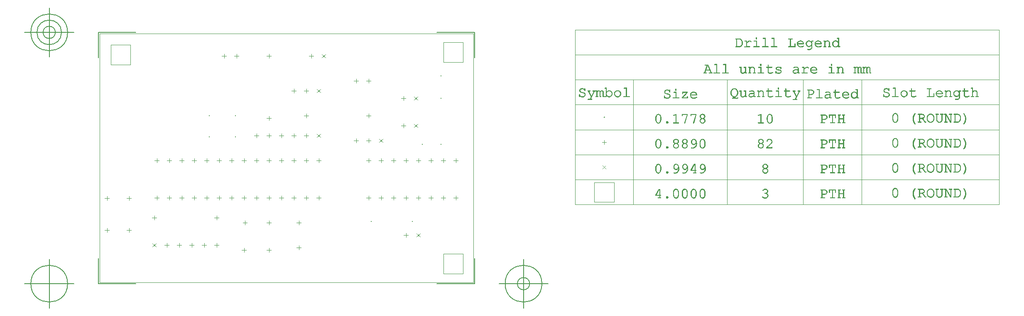
<source format=gbr>
G04 Generated by Ultiboard 14.0 *
%FSLAX34Y34*%
%MOMM*%

%ADD10C,0.0001*%
%ADD11C,0.0100*%
%ADD12C,0.1000*%
%ADD13C,0.0010*%
%ADD14C,0.1270*%


G04 ColorRGB 000000 for the following layer *
%LNDrill Symbols-Copper Top-Copper Bottom*%
%LPD*%
G54D11*
X137160Y71755D02*
X137160Y80645D01*
X132715Y76200D02*
X141605Y76200D01*
X108242Y79718D02*
X115278Y72682D01*
X108242Y72682D02*
X115278Y79718D01*
X158115Y76200D02*
X167005Y76200D01*
X162560Y71755D02*
X162560Y80645D01*
X213360Y71755D02*
X213360Y80645D01*
X208915Y76200D02*
X217805Y76200D01*
X187960Y71755D02*
X187960Y80645D01*
X183515Y76200D02*
X192405Y76200D01*
X234315Y76200D02*
X243205Y76200D01*
X238760Y71755D02*
X238760Y80645D01*
X290195Y66040D02*
X299085Y66040D01*
X294640Y61595D02*
X294640Y70485D01*
X345440Y61595D02*
X345440Y70485D01*
X340995Y66040D02*
X349885Y66040D01*
X345440Y117475D02*
X345440Y126365D01*
X340995Y121920D02*
X349885Y121920D01*
X296757Y117475D02*
X296757Y126365D01*
X292312Y121920D02*
X301202Y121920D01*
X417195Y299720D02*
X426085Y299720D01*
X421640Y295275D02*
X421640Y304165D01*
X443522Y296202D02*
X450558Y303238D01*
X443522Y303238D02*
X450558Y296202D01*
X391795Y299720D02*
X400685Y299720D01*
X396240Y295275D02*
X396240Y304165D01*
X340995Y299720D02*
X349885Y299720D01*
X345440Y295275D02*
X345440Y304165D01*
X366395Y299720D02*
X375285Y299720D01*
X370840Y295275D02*
X370840Y304165D01*
X315595Y299720D02*
X324485Y299720D01*
X320040Y295275D02*
X320040Y304165D01*
X544195Y340360D02*
X553085Y340360D01*
X548640Y335915D02*
X548640Y344805D01*
X421640Y335915D02*
X421640Y344805D01*
X417195Y340360D02*
X426085Y340360D01*
X417195Y391160D02*
X426085Y391160D01*
X421640Y386715D02*
X421640Y395605D01*
X443522Y394678D02*
X450558Y387642D01*
X443522Y387642D02*
X450558Y394678D01*
X391795Y391160D02*
X400685Y391160D01*
X396240Y386715D02*
X396240Y395605D01*
X641642Y316522D02*
X648678Y323558D01*
X641642Y323558D02*
X648678Y316522D01*
X615315Y320040D02*
X624205Y320040D01*
X619760Y315595D02*
X619760Y324485D01*
X10795Y171873D02*
X19685Y171873D01*
X15240Y167428D02*
X15240Y176318D01*
X60113Y167428D02*
X60113Y176318D01*
X55668Y171873D02*
X64558Y171873D01*
X10795Y106680D02*
X19685Y106680D01*
X15240Y102235D02*
X15240Y111125D01*
X55668Y106680D02*
X64558Y106680D01*
X60113Y102235D02*
X60113Y111125D01*
X234315Y132080D02*
X243205Y132080D01*
X238760Y127635D02*
X238760Y136525D01*
X107315Y132080D02*
X116205Y132080D01*
X111760Y127635D02*
X111760Y136525D01*
X544195Y172720D02*
X553085Y172720D01*
X548640Y168275D02*
X548640Y177165D01*
X726440Y168275D02*
X726440Y177165D01*
X721995Y172720D02*
X730885Y172720D01*
X671195Y248920D02*
X680085Y248920D01*
X675640Y244475D02*
X675640Y253365D01*
X696595Y248920D02*
X705485Y248920D01*
X701040Y244475D02*
X701040Y253365D01*
X645795Y248920D02*
X654685Y248920D01*
X650240Y244475D02*
X650240Y253365D01*
X599440Y244475D02*
X599440Y253365D01*
X594995Y248920D02*
X603885Y248920D01*
X624840Y244475D02*
X624840Y253365D01*
X620395Y248920D02*
X629285Y248920D01*
X574040Y244475D02*
X574040Y253365D01*
X569595Y248920D02*
X578485Y248920D01*
X544195Y248920D02*
X553085Y248920D01*
X548640Y244475D02*
X548640Y253365D01*
X569595Y172720D02*
X578485Y172720D01*
X574040Y168275D02*
X574040Y177165D01*
X645795Y172720D02*
X654685Y172720D01*
X650240Y168275D02*
X650240Y177165D01*
X675640Y168275D02*
X675640Y177165D01*
X671195Y172720D02*
X680085Y172720D01*
X701040Y168275D02*
X701040Y177165D01*
X696595Y172720D02*
X705485Y172720D01*
X594995Y172720D02*
X603885Y172720D01*
X599440Y168275D02*
X599440Y177165D01*
X624840Y168275D02*
X624840Y177165D01*
X620395Y172720D02*
X629285Y172720D01*
X721995Y248920D02*
X730885Y248920D01*
X726440Y244475D02*
X726440Y253365D01*
X641642Y379438D02*
X648678Y372402D01*
X641642Y372402D02*
X648678Y379438D01*
X619760Y371475D02*
X619760Y380365D01*
X615315Y375920D02*
X624205Y375920D01*
X544195Y289560D02*
X553085Y289560D01*
X548640Y285115D02*
X548640Y294005D01*
X570522Y293078D02*
X577558Y286042D01*
X570522Y286042D02*
X577558Y293078D01*
X518795Y289560D02*
X527685Y289560D01*
X523240Y285115D02*
X523240Y294005D01*
X345440Y457835D02*
X345440Y466725D01*
X340995Y462280D02*
X349885Y462280D01*
X340995Y335280D02*
X349885Y335280D01*
X345440Y330835D02*
X345440Y339725D01*
X453682Y458762D02*
X460718Y465798D01*
X453682Y465798D02*
X460718Y458762D01*
X431800Y457835D02*
X431800Y466725D01*
X427355Y462280D02*
X436245Y462280D01*
X274955Y462280D02*
X283845Y462280D01*
X279400Y457835D02*
X279400Y466725D01*
X254000Y457835D02*
X254000Y466725D01*
X249555Y462280D02*
X258445Y462280D01*
X544195Y411480D02*
X553085Y411480D01*
X548640Y407035D02*
X548640Y415925D01*
X523240Y407035D02*
X523240Y415925D01*
X518795Y411480D02*
X527685Y411480D01*
X406400Y66675D02*
X406400Y75565D01*
X401955Y71120D02*
X410845Y71120D01*
X406400Y117475D02*
X406400Y126365D01*
X401955Y121920D02*
X410845Y121920D01*
X142240Y168275D02*
X142240Y177165D01*
X137795Y172720D02*
X146685Y172720D01*
X163195Y172720D02*
X172085Y172720D01*
X167640Y168275D02*
X167640Y177165D01*
X188595Y172720D02*
X197485Y172720D01*
X193040Y168275D02*
X193040Y177165D01*
X243840Y168275D02*
X243840Y177165D01*
X239395Y172720D02*
X248285Y172720D01*
X218440Y168275D02*
X218440Y177165D01*
X213995Y172720D02*
X222885Y172720D01*
X269240Y168275D02*
X269240Y177165D01*
X264795Y172720D02*
X273685Y172720D01*
X315595Y172720D02*
X324485Y172720D01*
X320040Y168275D02*
X320040Y177165D01*
X290195Y172720D02*
X299085Y172720D01*
X294640Y168275D02*
X294640Y177165D01*
X345440Y168275D02*
X345440Y177165D01*
X340995Y172720D02*
X349885Y172720D01*
X370840Y168275D02*
X370840Y177165D01*
X366395Y172720D02*
X375285Y172720D01*
X391795Y172720D02*
X400685Y172720D01*
X396240Y168275D02*
X396240Y177165D01*
X417195Y172720D02*
X426085Y172720D01*
X421640Y168275D02*
X421640Y177165D01*
X442595Y172720D02*
X451485Y172720D01*
X447040Y168275D02*
X447040Y177165D01*
X116840Y168275D02*
X116840Y177165D01*
X112395Y172720D02*
X121285Y172720D01*
X112395Y248920D02*
X121285Y248920D01*
X116840Y244475D02*
X116840Y253365D01*
X142240Y244475D02*
X142240Y253365D01*
X137795Y248920D02*
X146685Y248920D01*
X167640Y244475D02*
X167640Y253365D01*
X163195Y248920D02*
X172085Y248920D01*
X193040Y244475D02*
X193040Y253365D01*
X188595Y248920D02*
X197485Y248920D01*
X218440Y244475D02*
X218440Y253365D01*
X213995Y248920D02*
X222885Y248920D01*
X239395Y248920D02*
X248285Y248920D01*
X243840Y244475D02*
X243840Y253365D01*
X264795Y248920D02*
X273685Y248920D01*
X269240Y244475D02*
X269240Y253365D01*
X290195Y248920D02*
X299085Y248920D01*
X294640Y244475D02*
X294640Y253365D01*
X320040Y244475D02*
X320040Y253365D01*
X315595Y248920D02*
X324485Y248920D01*
X340995Y248920D02*
X349885Y248920D01*
X345440Y244475D02*
X345440Y253365D01*
X366395Y248920D02*
X375285Y248920D01*
X370840Y244475D02*
X370840Y253365D01*
X391795Y248920D02*
X400685Y248920D01*
X396240Y244475D02*
X396240Y253365D01*
X421640Y244475D02*
X421640Y253365D01*
X417195Y248920D02*
X426085Y248920D01*
X447040Y244475D02*
X447040Y253365D01*
X442595Y248920D02*
X451485Y248920D01*
X695071Y421640D02*
G75*
D01*
G02X695071Y421640I889J0*
G01*
X695071Y375920D02*
G75*
D01*
G02X695071Y375920I889J0*
G01*
X695071Y281940D02*
G75*
D01*
G02X695071Y281940I889J0*
G01*
X656971Y281940D02*
G75*
D01*
G02X656971Y281940I889J0*
G01*
X222631Y340360D02*
G75*
D01*
G02X222631Y340360I889J0*
G01*
X222631Y297180D02*
G75*
D01*
G02X222631Y297180I889J0*
G01*
X275971Y340360D02*
G75*
D01*
G02X275971Y340360I889J0*
G01*
X275971Y297180D02*
G75*
D01*
G02X275971Y297180I889J0*
G01*
X646722Y100038D02*
X653758Y93002D01*
X646722Y93002D02*
X653758Y100038D01*
X620395Y96520D02*
X629285Y96520D01*
X624840Y92075D02*
X624840Y100965D01*
X636651Y124460D02*
G75*
D01*
G02X636651Y124460I889J0*
G01*
X552831Y124460D02*
G75*
D01*
G02X552831Y124460I889J0*
G01*
X1025531Y231903D02*
X1032566Y238939D01*
X1025531Y238939D02*
X1032566Y231903D01*
X1024604Y286421D02*
X1033494Y286421D01*
X1029049Y281976D02*
X1029049Y290866D01*
X1028160Y337421D02*
G75*
D01*
G02X1028160Y337421I889J0*
G01*
G54D12*
X23180Y444820D02*
X63180Y444820D01*
X63180Y484820D01*
X23180Y484820D01*
X23180Y444820D01*
X701360Y18100D02*
X741360Y18100D01*
X741360Y58100D01*
X701360Y58100D01*
X701360Y18100D01*
X701360Y449900D02*
X741360Y449900D01*
X741360Y489900D01*
X701360Y489900D01*
X701360Y449900D01*
X1009049Y164421D02*
X1049049Y164421D01*
X1049049Y204421D01*
X1009049Y204421D01*
X1009049Y164421D01*
G54D13*
G36*
X1138256Y172827D02*
X1138256Y172827D01*
X1138256Y173319D01*
X1138208Y173068D01*
X1138256Y172827D01*
D02*
G37*
X1138256Y173319D01*
X1138208Y173068D01*
X1138256Y172827D01*
G36*
X1138256Y173319D02*
X1138256Y173319D01*
X1138256Y172827D01*
X1138398Y172629D01*
X1138256Y173319D01*
D02*
G37*
X1138256Y172827D01*
X1138398Y172629D01*
X1138256Y173319D01*
G36*
X1138398Y172629D02*
X1138398Y172629D01*
X1138398Y173515D01*
X1138256Y173319D01*
X1138398Y172629D01*
D02*
G37*
X1138398Y173515D01*
X1138256Y173319D01*
X1138398Y172629D01*
G36*
X1138398Y173515D02*
X1138398Y173515D01*
X1138398Y172629D01*
X1138655Y172497D01*
X1138398Y173515D01*
D02*
G37*
X1138398Y172629D01*
X1138655Y172497D01*
X1138398Y173515D01*
G36*
X1138655Y172497D02*
X1138655Y172497D01*
X1138655Y173642D01*
X1138398Y173515D01*
X1138655Y172497D01*
D02*
G37*
X1138655Y173642D01*
X1138398Y173515D01*
X1138655Y172497D01*
G36*
X1138655Y173642D02*
X1138655Y173642D01*
X1138655Y172497D01*
X1139043Y172453D01*
X1138655Y173642D01*
D02*
G37*
X1138655Y172497D01*
X1139043Y172453D01*
X1138655Y173642D01*
G36*
X1139043Y172453D02*
X1139043Y172453D01*
X1139043Y173684D01*
X1138655Y173642D01*
X1139043Y172453D01*
D02*
G37*
X1139043Y173684D01*
X1138655Y173642D01*
X1139043Y172453D01*
G36*
X1139043Y173684D02*
X1139043Y173684D01*
X1139043Y172453D01*
X1143613Y172453D01*
X1139043Y173684D01*
D02*
G37*
X1139043Y172453D01*
X1143613Y172453D01*
X1139043Y173684D01*
G36*
X1143613Y172453D02*
X1143613Y172453D01*
X1141343Y173684D01*
X1139043Y173684D01*
X1143613Y172453D01*
D02*
G37*
X1141343Y173684D01*
X1139043Y173684D01*
X1143613Y172453D01*
G36*
X1141343Y173684D02*
X1141343Y173684D01*
X1143613Y172453D01*
X1142588Y173684D01*
X1141343Y173684D01*
D02*
G37*
X1143613Y172453D01*
X1142588Y173684D01*
X1141343Y173684D01*
G36*
X1142588Y173684D02*
X1142588Y173684D01*
X1141343Y177595D01*
X1141343Y173684D01*
X1142588Y173684D01*
D02*
G37*
X1141343Y177595D01*
X1141343Y173684D01*
X1142588Y173684D01*
G36*
X1141343Y177595D02*
X1141343Y177595D01*
X1142588Y173684D01*
X1141343Y178825D01*
X1141343Y177595D01*
D02*
G37*
X1142588Y173684D01*
X1141343Y178825D01*
X1141343Y177595D01*
G36*
X1141343Y178825D02*
X1141343Y178825D01*
X1134473Y178825D01*
X1141343Y177595D01*
X1141343Y178825D01*
D02*
G37*
X1134473Y178825D01*
X1141343Y177595D01*
X1141343Y178825D01*
G36*
X1141343Y177595D02*
X1141343Y177595D01*
X1133184Y179016D01*
X1133184Y177595D01*
X1141343Y177595D01*
D02*
G37*
X1133184Y179016D01*
X1133184Y177595D01*
X1141343Y177595D01*
G36*
X1133184Y179016D02*
X1133184Y179016D01*
X1141343Y177595D01*
X1134473Y178825D01*
X1133184Y179016D01*
D02*
G37*
X1141343Y177595D01*
X1134473Y178825D01*
X1133184Y179016D01*
G36*
X1134473Y178825D02*
X1134473Y178825D01*
X1140024Y190837D01*
X1133184Y179016D01*
X1134473Y178825D01*
D02*
G37*
X1140024Y190837D01*
X1133184Y179016D01*
X1134473Y178825D01*
G36*
X1140024Y190837D02*
X1140024Y190837D01*
X1134473Y178825D01*
X1140698Y189592D01*
X1140024Y190837D01*
D02*
G37*
X1134473Y178825D01*
X1140698Y189592D01*
X1140024Y190837D01*
G36*
X1140698Y189592D02*
X1140698Y189592D01*
X1142588Y190837D01*
X1140024Y190837D01*
X1140698Y189592D01*
D02*
G37*
X1142588Y190837D01*
X1140024Y190837D01*
X1140698Y189592D01*
G36*
X1142588Y190837D02*
X1142588Y190837D01*
X1140698Y189592D01*
X1141343Y189592D01*
X1142588Y190837D01*
D02*
G37*
X1140698Y189592D01*
X1141343Y189592D01*
X1142588Y190837D01*
G36*
X1141343Y189592D02*
X1141343Y189592D01*
X1142588Y173684D01*
X1142588Y190837D01*
X1141343Y189592D01*
D02*
G37*
X1142588Y173684D01*
X1142588Y190837D01*
X1141343Y189592D01*
G36*
X1142588Y173684D02*
X1142588Y173684D01*
X1141343Y189592D01*
X1141343Y178825D01*
X1142588Y173684D01*
D02*
G37*
X1141343Y189592D01*
X1141343Y178825D01*
X1142588Y173684D01*
G36*
X1144401Y178461D02*
X1144401Y178461D01*
X1144401Y177968D01*
X1144448Y178210D01*
X1144401Y178461D01*
D02*
G37*
X1144401Y177968D01*
X1144448Y178210D01*
X1144401Y178461D01*
G36*
X1144401Y177968D02*
X1144401Y177968D01*
X1144401Y178461D01*
X1144258Y178657D01*
X1144401Y177968D01*
D02*
G37*
X1144401Y178461D01*
X1144258Y178657D01*
X1144401Y177968D01*
G36*
X1144258Y178657D02*
X1144258Y178657D01*
X1144258Y177771D01*
X1144401Y177968D01*
X1144258Y178657D01*
D02*
G37*
X1144258Y177771D01*
X1144401Y177968D01*
X1144258Y178657D01*
G36*
X1144258Y177771D02*
X1144258Y177771D01*
X1144258Y178657D01*
X1144001Y178783D01*
X1144258Y177771D01*
D02*
G37*
X1144258Y178657D01*
X1144001Y178783D01*
X1144258Y177771D01*
G36*
X1144001Y178783D02*
X1144001Y178783D01*
X1144001Y177639D01*
X1144258Y177771D01*
X1144001Y178783D01*
D02*
G37*
X1144001Y177639D01*
X1144258Y177771D01*
X1144001Y178783D01*
G36*
X1144001Y177639D02*
X1144001Y177639D01*
X1144001Y178783D01*
X1143613Y178825D01*
X1144001Y177639D01*
D02*
G37*
X1144001Y178783D01*
X1143613Y178825D01*
X1144001Y177639D01*
G36*
X1143613Y178825D02*
X1143613Y178825D01*
X1143613Y177595D01*
X1144001Y177639D01*
X1143613Y178825D01*
D02*
G37*
X1143613Y177595D01*
X1144001Y177639D01*
X1143613Y178825D01*
G36*
X1143613Y177595D02*
X1143613Y177595D01*
X1143613Y178825D01*
X1142588Y178825D01*
X1143613Y177595D01*
D02*
G37*
X1143613Y178825D01*
X1142588Y178825D01*
X1143613Y177595D01*
G36*
X1142588Y178825D02*
X1142588Y178825D01*
X1142588Y177595D01*
X1143613Y177595D01*
X1142588Y178825D01*
D02*
G37*
X1142588Y177595D01*
X1143613Y177595D01*
X1142588Y178825D01*
G36*
X1142588Y177595D02*
X1142588Y177595D01*
X1142588Y190837D01*
X1142588Y177595D01*
D02*
G37*
X1142588Y190837D01*
X1142588Y177595D01*
G36*
X1142588Y190837D02*
X1142588Y190837D01*
X1142588Y173684D01*
X1142588Y177595D01*
X1142588Y190837D01*
D02*
G37*
X1142588Y173684D01*
X1142588Y177595D01*
X1142588Y190837D01*
G36*
X1143613Y172453D02*
X1143613Y172453D01*
X1143613Y173684D01*
X1142588Y173684D01*
X1143613Y172453D01*
D02*
G37*
X1143613Y173684D01*
X1142588Y173684D01*
X1143613Y172453D01*
G36*
X1143613Y173684D02*
X1143613Y173684D01*
X1143613Y172453D01*
X1144001Y172497D01*
X1143613Y173684D01*
D02*
G37*
X1143613Y172453D01*
X1144001Y172497D01*
X1143613Y173684D01*
G36*
X1144001Y172497D02*
X1144001Y172497D01*
X1144001Y173642D01*
X1143613Y173684D01*
X1144001Y172497D01*
D02*
G37*
X1144001Y173642D01*
X1143613Y173684D01*
X1144001Y172497D01*
G36*
X1144001Y173642D02*
X1144001Y173642D01*
X1144001Y172497D01*
X1144258Y172629D01*
X1144001Y173642D01*
D02*
G37*
X1144001Y172497D01*
X1144258Y172629D01*
X1144001Y173642D01*
G36*
X1144258Y172629D02*
X1144258Y172629D01*
X1144258Y173515D01*
X1144001Y173642D01*
X1144258Y172629D01*
D02*
G37*
X1144258Y173515D01*
X1144001Y173642D01*
X1144258Y172629D01*
G36*
X1144258Y173515D02*
X1144258Y173515D01*
X1144258Y172629D01*
X1144401Y172827D01*
X1144258Y173515D01*
D02*
G37*
X1144258Y172629D01*
X1144401Y172827D01*
X1144258Y173515D01*
G36*
X1144401Y172827D02*
X1144401Y172827D01*
X1144401Y173319D01*
X1144258Y173515D01*
X1144401Y172827D01*
D02*
G37*
X1144401Y173319D01*
X1144258Y173515D01*
X1144401Y172827D01*
G36*
X1144401Y173319D02*
X1144401Y173319D01*
X1144401Y172827D01*
X1144448Y173068D01*
X1144401Y173319D01*
D02*
G37*
X1144401Y172827D01*
X1144448Y173068D01*
X1144401Y173319D01*
G36*
X1156797Y175983D02*
X1156797Y175983D01*
X1156044Y175841D01*
X1156797Y175983D01*
D02*
G37*
X1156044Y175841D01*
X1156797Y175983D01*
G36*
X1156797Y175983D01*
X1156044Y175841D01*
X1155398Y175412D01*
X1156797Y175983D01*
D02*
G37*
X1156044Y175841D01*
X1155398Y175412D01*
X1156797Y175983D01*
G36*
X1156797Y175983D01*
X1155398Y175412D01*
X1154953Y174771D01*
X1156797Y175983D01*
D02*
G37*
X1155398Y175412D01*
X1154953Y174771D01*
X1156797Y175983D01*
G36*
X1156797Y175983D01*
X1154953Y174771D01*
X1154805Y173991D01*
X1156797Y175983D01*
D02*
G37*
X1154953Y174771D01*
X1154805Y173991D01*
X1156797Y175983D01*
G36*
X1156797Y175983D01*
X1154805Y173991D01*
X1154951Y173231D01*
X1156797Y175983D01*
D02*
G37*
X1154805Y173991D01*
X1154951Y173231D01*
X1156797Y175983D01*
G36*
X1156797Y175983D01*
X1154951Y173231D01*
X1155391Y172592D01*
X1156797Y175983D01*
D02*
G37*
X1154951Y173231D01*
X1155391Y172592D01*
X1156797Y175983D01*
G36*
X1156797Y175983D01*
X1155391Y172592D01*
X1156035Y172159D01*
X1156797Y175983D01*
D02*
G37*
X1155391Y172592D01*
X1156035Y172159D01*
X1156797Y175983D01*
G36*
X1156797Y175983D01*
X1156035Y172159D01*
X1156797Y172014D01*
X1156797Y175983D01*
D02*
G37*
X1156035Y172159D01*
X1156797Y172014D01*
X1156797Y175983D01*
G36*
X1156797Y175983D01*
X1156797Y172014D01*
X1157324Y172014D01*
X1156797Y175983D01*
D02*
G37*
X1156797Y172014D01*
X1157324Y172014D01*
X1156797Y175983D01*
G36*
X1156797Y175983D01*
X1157324Y172014D01*
X1158077Y172157D01*
X1156797Y175983D01*
D02*
G37*
X1157324Y172014D01*
X1158077Y172157D01*
X1156797Y175983D01*
G36*
X1156797Y175983D01*
X1158077Y172157D01*
X1158723Y172585D01*
X1156797Y175983D01*
D02*
G37*
X1158077Y172157D01*
X1158723Y172585D01*
X1156797Y175983D01*
G36*
X1156797Y175983D01*
X1158723Y172585D01*
X1159168Y173226D01*
X1156797Y175983D01*
D02*
G37*
X1158723Y172585D01*
X1159168Y173226D01*
X1156797Y175983D01*
G36*
X1156797Y175983D01*
X1159168Y173226D01*
X1159316Y174006D01*
X1156797Y175983D01*
D02*
G37*
X1159168Y173226D01*
X1159316Y174006D01*
X1156797Y175983D01*
G36*
X1156797Y175983D01*
X1159316Y174006D01*
X1159170Y174766D01*
X1156797Y175983D01*
D02*
G37*
X1159316Y174006D01*
X1159170Y174766D01*
X1156797Y175983D01*
G36*
X1156797Y175983D01*
X1159170Y174766D01*
X1158730Y175405D01*
X1156797Y175983D01*
D02*
G37*
X1159170Y174766D01*
X1158730Y175405D01*
X1156797Y175983D01*
G36*
X1156797Y175983D01*
X1158730Y175405D01*
X1158086Y175839D01*
X1156797Y175983D01*
D02*
G37*
X1158730Y175405D01*
X1158086Y175839D01*
X1156797Y175983D01*
G36*
X1156797Y175983D01*
X1158086Y175839D01*
X1157324Y175983D01*
X1156797Y175983D01*
D02*
G37*
X1158086Y175839D01*
X1157324Y175983D01*
X1156797Y175983D01*
G36*
X1180623Y184751D02*
X1180623Y184751D01*
X1180381Y186120D01*
X1180585Y178233D01*
X1180623Y184751D01*
D02*
G37*
X1180381Y186120D01*
X1180585Y178233D01*
X1180623Y184751D01*
G36*
X1180623Y184751D01*
X1180585Y178233D01*
X1180703Y180114D01*
X1180623Y184751D01*
D02*
G37*
X1180585Y178233D01*
X1180703Y180114D01*
X1180623Y184751D01*
G36*
X1180623Y184751D01*
X1180703Y180114D01*
X1180703Y183161D01*
X1180623Y184751D01*
D02*
G37*
X1180703Y180114D01*
X1180703Y183161D01*
X1180623Y184751D01*
G36*
X1180081Y187047D02*
X1180081Y187047D01*
X1180585Y178233D01*
X1180381Y186120D01*
X1180081Y187047D01*
D02*
G37*
X1180585Y178233D01*
X1180381Y186120D01*
X1180081Y187047D01*
G36*
X1180585Y178233D02*
X1180585Y178233D01*
X1180081Y187047D01*
X1179648Y188068D01*
X1180585Y178233D01*
D02*
G37*
X1180081Y187047D01*
X1179648Y188068D01*
X1180585Y178233D01*
G36*
X1179648Y188068D02*
X1179648Y188068D01*
X1179640Y175091D01*
X1180585Y178233D01*
X1179648Y188068D01*
D02*
G37*
X1179640Y175091D01*
X1180585Y178233D01*
X1179648Y188068D01*
G36*
X1179640Y175091D02*
X1179640Y175091D01*
X1179648Y188068D01*
X1179473Y183000D01*
X1179640Y175091D01*
D02*
G37*
X1179648Y188068D01*
X1179473Y183000D01*
X1179640Y175091D01*
G36*
X1179473Y183000D02*
X1179473Y183000D01*
X1179473Y180290D01*
X1179640Y175091D01*
X1179473Y183000D01*
D02*
G37*
X1179473Y180290D01*
X1179640Y175091D01*
X1179473Y183000D01*
G36*
X1177876Y188640D02*
X1177876Y188640D01*
X1177967Y190326D01*
X1177455Y189116D01*
X1177876Y188640D01*
D02*
G37*
X1177967Y190326D01*
X1177455Y189116D01*
X1177876Y188640D01*
G36*
X1177967Y190326D02*
X1177967Y190326D01*
X1177876Y188640D01*
X1178460Y187594D01*
X1177967Y190326D01*
D02*
G37*
X1177876Y188640D01*
X1178460Y187594D01*
X1177967Y190326D01*
G36*
X1178460Y187594D02*
X1178460Y187594D01*
X1178711Y189636D01*
X1177967Y190326D01*
X1178460Y187594D01*
D02*
G37*
X1178711Y189636D01*
X1177967Y190326D01*
X1178460Y187594D01*
G36*
X1178711Y189636D02*
X1178711Y189636D01*
X1178460Y187594D01*
X1178982Y186245D01*
X1178711Y189636D01*
D02*
G37*
X1178460Y187594D01*
X1178982Y186245D01*
X1178711Y189636D01*
G36*
X1178982Y186245D02*
X1178982Y186245D01*
X1179165Y188995D01*
X1178711Y189636D01*
X1178982Y186245D01*
D02*
G37*
X1179165Y188995D01*
X1178711Y189636D01*
X1178982Y186245D01*
G36*
X1179165Y188995D02*
X1179165Y188995D01*
X1178982Y186245D01*
X1179350Y184683D01*
X1179165Y188995D01*
D02*
G37*
X1178982Y186245D01*
X1179350Y184683D01*
X1179165Y188995D01*
G36*
X1179350Y184683D02*
X1179350Y184683D01*
X1179648Y188068D01*
X1179165Y188995D01*
X1179350Y184683D01*
D02*
G37*
X1179648Y188068D01*
X1179165Y188995D01*
X1179350Y184683D01*
G36*
X1179648Y188068D02*
X1179648Y188068D01*
X1179350Y184683D01*
X1179473Y183000D01*
X1179648Y188068D01*
D02*
G37*
X1179350Y184683D01*
X1179473Y183000D01*
X1179648Y188068D01*
G36*
X1176038Y189903D02*
X1176038Y189903D01*
X1176096Y191168D01*
X1175049Y190031D01*
X1176038Y189903D01*
D02*
G37*
X1176096Y191168D01*
X1175049Y190031D01*
X1176038Y189903D01*
G36*
X1176096Y191168D02*
X1176096Y191168D01*
X1176038Y189903D01*
X1176924Y189519D01*
X1176096Y191168D01*
D02*
G37*
X1176038Y189903D01*
X1176924Y189519D01*
X1176096Y191168D01*
G36*
X1176924Y189519D02*
X1176924Y189519D01*
X1177085Y190844D01*
X1176096Y191168D01*
X1176924Y189519D01*
D02*
G37*
X1177085Y190844D01*
X1176096Y191168D01*
X1176924Y189519D01*
G36*
X1177085Y190844D02*
X1177085Y190844D01*
X1176924Y189519D01*
X1177455Y189116D01*
X1177085Y190844D01*
D02*
G37*
X1176924Y189519D01*
X1177455Y189116D01*
X1177085Y190844D01*
G36*
X1177455Y189116D02*
X1177455Y189116D01*
X1177967Y190326D01*
X1177085Y190844D01*
X1177455Y189116D01*
D02*
G37*
X1177967Y190326D01*
X1177085Y190844D01*
X1177455Y189116D01*
G36*
X1171299Y186823D02*
X1171299Y186823D01*
X1171299Y189460D01*
X1170713Y184362D01*
X1171299Y186823D01*
D02*
G37*
X1171299Y189460D01*
X1170713Y184362D01*
X1171299Y186823D01*
G36*
X1171299Y189460D02*
X1171299Y189460D01*
X1171299Y186823D01*
X1171811Y187922D01*
X1171299Y189460D01*
D02*
G37*
X1171299Y186823D01*
X1171811Y187922D01*
X1171299Y189460D01*
G36*
X1171811Y187922D02*
X1171811Y187922D01*
X1172087Y190255D01*
X1171299Y189460D01*
X1171811Y187922D01*
D02*
G37*
X1172087Y190255D01*
X1171299Y189460D01*
X1171811Y187922D01*
G36*
X1172087Y190255D02*
X1172087Y190255D01*
X1171811Y187922D01*
X1172453Y188845D01*
X1172087Y190255D01*
D02*
G37*
X1171811Y187922D01*
X1172453Y188845D01*
X1172087Y190255D01*
G36*
X1172453Y188845D02*
X1172453Y188845D01*
X1173955Y191163D01*
X1172087Y190255D01*
X1172453Y188845D01*
D02*
G37*
X1173955Y191163D01*
X1172087Y190255D01*
X1172453Y188845D01*
G36*
X1173955Y191163D02*
X1173955Y191163D01*
X1172453Y188845D01*
X1174072Y189900D01*
X1173955Y191163D01*
D02*
G37*
X1172453Y188845D01*
X1174072Y189900D01*
X1173955Y191163D01*
G36*
X1174072Y189900D02*
X1174072Y189900D01*
X1175034Y191276D01*
X1173955Y191163D01*
X1174072Y189900D01*
D02*
G37*
X1175034Y191276D01*
X1173955Y191163D01*
X1174072Y189900D01*
G36*
X1175034Y191276D02*
X1175034Y191276D01*
X1174072Y189900D01*
X1175049Y190031D01*
X1175034Y191276D01*
D02*
G37*
X1174072Y189900D01*
X1175049Y190031D01*
X1175034Y191276D01*
G36*
X1175049Y190031D02*
X1175049Y190031D01*
X1176096Y191168D01*
X1175034Y191276D01*
X1175049Y190031D01*
D02*
G37*
X1176096Y191168D01*
X1175034Y191276D01*
X1175049Y190031D01*
G36*
X1170472Y188198D02*
X1170472Y188198D01*
X1169527Y185049D01*
X1169746Y177170D01*
X1170472Y188198D01*
D02*
G37*
X1169527Y185049D01*
X1169746Y177170D01*
X1170472Y188198D01*
G36*
X1170472Y188198D01*
X1169746Y177170D01*
X1170037Y176233D01*
X1170472Y188198D01*
D02*
G37*
X1169746Y177170D01*
X1170037Y176233D01*
X1170472Y188198D01*
G36*
X1170472Y188198D01*
X1170037Y176233D01*
X1170471Y175207D01*
X1170472Y188198D01*
D02*
G37*
X1170037Y176233D01*
X1170471Y175207D01*
X1170472Y188198D01*
G36*
X1170472Y188198D01*
X1170471Y175207D01*
X1170640Y180290D01*
X1170472Y188198D01*
D02*
G37*
X1170471Y175207D01*
X1170640Y180290D01*
X1170472Y188198D01*
G36*
X1170472Y188198D01*
X1170640Y180290D01*
X1170640Y183000D01*
X1170472Y188198D01*
D02*
G37*
X1170640Y180290D01*
X1170640Y183000D01*
X1170472Y188198D01*
G36*
X1170472Y188198D01*
X1170640Y183000D01*
X1170713Y184362D01*
X1170472Y188198D01*
D02*
G37*
X1170640Y183000D01*
X1170713Y184362D01*
X1170472Y188198D01*
G36*
X1170472Y188198D01*
X1170713Y184362D01*
X1171299Y189460D01*
X1170472Y188198D01*
D02*
G37*
X1170713Y184362D01*
X1171299Y189460D01*
X1170472Y188198D01*
G36*
X1179399Y178927D02*
X1179399Y178927D01*
X1179640Y175091D01*
X1179473Y180290D01*
X1179399Y178927D01*
D02*
G37*
X1179640Y175091D01*
X1179473Y180290D01*
X1179399Y178927D01*
G36*
X1179640Y175091D02*
X1179640Y175091D01*
X1179399Y178927D01*
X1178813Y176463D01*
X1179640Y175091D01*
D02*
G37*
X1179399Y178927D01*
X1178813Y176463D01*
X1179640Y175091D01*
G36*
X1178813Y176463D02*
X1178813Y176463D01*
X1178813Y173830D01*
X1179640Y175091D01*
X1178813Y176463D01*
D02*
G37*
X1178813Y173830D01*
X1179640Y175091D01*
X1178813Y176463D01*
G36*
X1178813Y173830D02*
X1178813Y173830D01*
X1178813Y176463D01*
X1178301Y175361D01*
X1178813Y173830D01*
D02*
G37*
X1178813Y176463D01*
X1178301Y175361D01*
X1178813Y173830D01*
G36*
X1178301Y175361D02*
X1178301Y175361D01*
X1178025Y173036D01*
X1178813Y173830D01*
X1178301Y175361D01*
D02*
G37*
X1178025Y173036D01*
X1178813Y173830D01*
X1178301Y175361D01*
G36*
X1178025Y173036D02*
X1178025Y173036D01*
X1178301Y175361D01*
X1177660Y174435D01*
X1178025Y173036D01*
D02*
G37*
X1178301Y175361D01*
X1177660Y174435D01*
X1178025Y173036D01*
G36*
X1177660Y174435D02*
X1177660Y174435D01*
X1176157Y172128D01*
X1178025Y173036D01*
X1177660Y174435D01*
D02*
G37*
X1176157Y172128D01*
X1178025Y173036D01*
X1177660Y174435D01*
G36*
X1176157Y172128D02*
X1176157Y172128D01*
X1177660Y174435D01*
X1176049Y173377D01*
X1176157Y172128D01*
D02*
G37*
X1177660Y174435D01*
X1176049Y173377D01*
X1176157Y172128D01*
G36*
X1176049Y173377D02*
X1176049Y173377D01*
X1175078Y173244D01*
X1176157Y172128D01*
X1176049Y173377D01*
D02*
G37*
X1175078Y173244D01*
X1176157Y172128D01*
X1176049Y173377D01*
G36*
X1175078Y173244D02*
X1175078Y173244D01*
X1175078Y172014D01*
X1176157Y172128D01*
X1175078Y173244D01*
D02*
G37*
X1175078Y172014D01*
X1176157Y172128D01*
X1175078Y173244D01*
G36*
X1175078Y172014D02*
X1175078Y172014D01*
X1175078Y173244D01*
X1174078Y173376D01*
X1175078Y172014D01*
D02*
G37*
X1175078Y173244D01*
X1174078Y173376D01*
X1175078Y172014D01*
G36*
X1174078Y173376D02*
X1174078Y173376D01*
X1174025Y172122D01*
X1175078Y172014D01*
X1174078Y173376D01*
D02*
G37*
X1174025Y172122D01*
X1175078Y172014D01*
X1174078Y173376D01*
G36*
X1174025Y172122D02*
X1174025Y172122D01*
X1174078Y173376D01*
X1173188Y173772D01*
X1174025Y172122D01*
D02*
G37*
X1174078Y173376D01*
X1173188Y173772D01*
X1174025Y172122D01*
G36*
X1173188Y173772D02*
X1173188Y173772D01*
X1173035Y172446D01*
X1174025Y172122D01*
X1173188Y173772D01*
D02*
G37*
X1173035Y172446D01*
X1174025Y172122D01*
X1173188Y173772D01*
G36*
X1173035Y172446D02*
X1173035Y172446D01*
X1173188Y173772D01*
X1172661Y174171D01*
X1173035Y172446D01*
D02*
G37*
X1173188Y173772D01*
X1172661Y174171D01*
X1173035Y172446D01*
G36*
X1172661Y174171D02*
X1172661Y174171D01*
X1172251Y174636D01*
X1173035Y172446D01*
X1172661Y174171D01*
D02*
G37*
X1172251Y174636D01*
X1173035Y172446D01*
X1172661Y174171D01*
G36*
X1172251Y174636D02*
X1172251Y174636D01*
X1172147Y172964D01*
X1173035Y172446D01*
X1172251Y174636D01*
D02*
G37*
X1172147Y172964D01*
X1173035Y172446D01*
X1172251Y174636D01*
G36*
X1172147Y172964D02*
X1172147Y172964D01*
X1172251Y174636D01*
X1171656Y175683D01*
X1172147Y172964D01*
D02*
G37*
X1172251Y174636D01*
X1171656Y175683D01*
X1172147Y172964D01*
G36*
X1171656Y175683D02*
X1171656Y175683D01*
X1171401Y173654D01*
X1172147Y172964D01*
X1171656Y175683D01*
D02*
G37*
X1171401Y173654D01*
X1172147Y172964D01*
X1171656Y175683D01*
G36*
X1171401Y173654D02*
X1171401Y173654D01*
X1171656Y175683D01*
X1171130Y177038D01*
X1171401Y173654D01*
D02*
G37*
X1171656Y175683D01*
X1171130Y177038D01*
X1171401Y173654D01*
G36*
X1171130Y177038D02*
X1171130Y177038D01*
X1170956Y174284D01*
X1171401Y173654D01*
X1171130Y177038D01*
D02*
G37*
X1170956Y174284D01*
X1171401Y173654D01*
X1171130Y177038D01*
G36*
X1170956Y174284D02*
X1170956Y174284D01*
X1171130Y177038D01*
X1170762Y178606D01*
X1170956Y174284D01*
D02*
G37*
X1171130Y177038D01*
X1170762Y178606D01*
X1170956Y174284D01*
G36*
X1170762Y178606D02*
X1170762Y178606D01*
X1170640Y180290D01*
X1170956Y174284D01*
X1170762Y178606D01*
D02*
G37*
X1170640Y180290D01*
X1170956Y174284D01*
X1170762Y178606D01*
G36*
X1169493Y178536D02*
X1169493Y178536D01*
X1169746Y177170D01*
X1169527Y185049D01*
X1169493Y178536D01*
D02*
G37*
X1169746Y177170D01*
X1169527Y185049D01*
X1169493Y178536D01*
G36*
X1169493Y178536D01*
X1169527Y185049D01*
X1169409Y183161D01*
X1169493Y178536D01*
D02*
G37*
X1169527Y185049D01*
X1169409Y183161D01*
X1169493Y178536D01*
G36*
X1169493Y178536D01*
X1169409Y183161D01*
X1169409Y180114D01*
X1169493Y178536D01*
D02*
G37*
X1169409Y183161D01*
X1169409Y180114D01*
X1169493Y178536D01*
G36*
X1170640Y180290D02*
X1170640Y180290D01*
X1170471Y175207D01*
X1170956Y174284D01*
X1170640Y180290D01*
D02*
G37*
X1170471Y175207D01*
X1170956Y174284D01*
X1170640Y180290D01*
G36*
X1198625Y184751D02*
X1198625Y184751D01*
X1198384Y186120D01*
X1198588Y178233D01*
X1198625Y184751D01*
D02*
G37*
X1198384Y186120D01*
X1198588Y178233D01*
X1198625Y184751D01*
G36*
X1198625Y184751D01*
X1198588Y178233D01*
X1198706Y180114D01*
X1198625Y184751D01*
D02*
G37*
X1198588Y178233D01*
X1198706Y180114D01*
X1198625Y184751D01*
G36*
X1198625Y184751D01*
X1198706Y180114D01*
X1198706Y183161D01*
X1198625Y184751D01*
D02*
G37*
X1198706Y180114D01*
X1198706Y183161D01*
X1198625Y184751D01*
G36*
X1198083Y187047D02*
X1198083Y187047D01*
X1198588Y178233D01*
X1198384Y186120D01*
X1198083Y187047D01*
D02*
G37*
X1198588Y178233D01*
X1198384Y186120D01*
X1198083Y187047D01*
G36*
X1198588Y178233D02*
X1198588Y178233D01*
X1198083Y187047D01*
X1197651Y188068D01*
X1198588Y178233D01*
D02*
G37*
X1198083Y187047D01*
X1197651Y188068D01*
X1198588Y178233D01*
G36*
X1197651Y188068D02*
X1197651Y188068D01*
X1197643Y175091D01*
X1198588Y178233D01*
X1197651Y188068D01*
D02*
G37*
X1197643Y175091D01*
X1198588Y178233D01*
X1197651Y188068D01*
G36*
X1197643Y175091D02*
X1197643Y175091D01*
X1197651Y188068D01*
X1197476Y183000D01*
X1197643Y175091D01*
D02*
G37*
X1197651Y188068D01*
X1197476Y183000D01*
X1197643Y175091D01*
G36*
X1197476Y183000D02*
X1197476Y183000D01*
X1197476Y180290D01*
X1197643Y175091D01*
X1197476Y183000D01*
D02*
G37*
X1197476Y180290D01*
X1197643Y175091D01*
X1197476Y183000D01*
G36*
X1195879Y188640D02*
X1195879Y188640D01*
X1195970Y190326D01*
X1195458Y189116D01*
X1195879Y188640D01*
D02*
G37*
X1195970Y190326D01*
X1195458Y189116D01*
X1195879Y188640D01*
G36*
X1195970Y190326D02*
X1195970Y190326D01*
X1195879Y188640D01*
X1196463Y187594D01*
X1195970Y190326D01*
D02*
G37*
X1195879Y188640D01*
X1196463Y187594D01*
X1195970Y190326D01*
G36*
X1196463Y187594D02*
X1196463Y187594D01*
X1196714Y189636D01*
X1195970Y190326D01*
X1196463Y187594D01*
D02*
G37*
X1196714Y189636D01*
X1195970Y190326D01*
X1196463Y187594D01*
G36*
X1196714Y189636D02*
X1196714Y189636D01*
X1196463Y187594D01*
X1196985Y186245D01*
X1196714Y189636D01*
D02*
G37*
X1196463Y187594D01*
X1196985Y186245D01*
X1196714Y189636D01*
G36*
X1196985Y186245D02*
X1196985Y186245D01*
X1197168Y188995D01*
X1196714Y189636D01*
X1196985Y186245D01*
D02*
G37*
X1197168Y188995D01*
X1196714Y189636D01*
X1196985Y186245D01*
G36*
X1197168Y188995D02*
X1197168Y188995D01*
X1196985Y186245D01*
X1197353Y184683D01*
X1197168Y188995D01*
D02*
G37*
X1196985Y186245D01*
X1197353Y184683D01*
X1197168Y188995D01*
G36*
X1197353Y184683D02*
X1197353Y184683D01*
X1197651Y188068D01*
X1197168Y188995D01*
X1197353Y184683D01*
D02*
G37*
X1197651Y188068D01*
X1197168Y188995D01*
X1197353Y184683D01*
G36*
X1197651Y188068D02*
X1197651Y188068D01*
X1197353Y184683D01*
X1197476Y183000D01*
X1197651Y188068D01*
D02*
G37*
X1197353Y184683D01*
X1197476Y183000D01*
X1197651Y188068D01*
G36*
X1194040Y189903D02*
X1194040Y189903D01*
X1194099Y191168D01*
X1193052Y190031D01*
X1194040Y189903D01*
D02*
G37*
X1194099Y191168D01*
X1193052Y190031D01*
X1194040Y189903D01*
G36*
X1194099Y191168D02*
X1194099Y191168D01*
X1194040Y189903D01*
X1194927Y189519D01*
X1194099Y191168D01*
D02*
G37*
X1194040Y189903D01*
X1194927Y189519D01*
X1194099Y191168D01*
G36*
X1194927Y189519D02*
X1194927Y189519D01*
X1195088Y190844D01*
X1194099Y191168D01*
X1194927Y189519D01*
D02*
G37*
X1195088Y190844D01*
X1194099Y191168D01*
X1194927Y189519D01*
G36*
X1195088Y190844D02*
X1195088Y190844D01*
X1194927Y189519D01*
X1195458Y189116D01*
X1195088Y190844D01*
D02*
G37*
X1194927Y189519D01*
X1195458Y189116D01*
X1195088Y190844D01*
G36*
X1195458Y189116D02*
X1195458Y189116D01*
X1195970Y190326D01*
X1195088Y190844D01*
X1195458Y189116D01*
D02*
G37*
X1195970Y190326D01*
X1195088Y190844D01*
X1195458Y189116D01*
G36*
X1189302Y186823D02*
X1189302Y186823D01*
X1189302Y189460D01*
X1188716Y184362D01*
X1189302Y186823D01*
D02*
G37*
X1189302Y189460D01*
X1188716Y184362D01*
X1189302Y186823D01*
G36*
X1189302Y189460D02*
X1189302Y189460D01*
X1189302Y186823D01*
X1189814Y187922D01*
X1189302Y189460D01*
D02*
G37*
X1189302Y186823D01*
X1189814Y187922D01*
X1189302Y189460D01*
G36*
X1189814Y187922D02*
X1189814Y187922D01*
X1190090Y190255D01*
X1189302Y189460D01*
X1189814Y187922D01*
D02*
G37*
X1190090Y190255D01*
X1189302Y189460D01*
X1189814Y187922D01*
G36*
X1190090Y190255D02*
X1190090Y190255D01*
X1189814Y187922D01*
X1190456Y188845D01*
X1190090Y190255D01*
D02*
G37*
X1189814Y187922D01*
X1190456Y188845D01*
X1190090Y190255D01*
G36*
X1190456Y188845D02*
X1190456Y188845D01*
X1191958Y191163D01*
X1190090Y190255D01*
X1190456Y188845D01*
D02*
G37*
X1191958Y191163D01*
X1190090Y190255D01*
X1190456Y188845D01*
G36*
X1191958Y191163D02*
X1191958Y191163D01*
X1190456Y188845D01*
X1192075Y189900D01*
X1191958Y191163D01*
D02*
G37*
X1190456Y188845D01*
X1192075Y189900D01*
X1191958Y191163D01*
G36*
X1192075Y189900D02*
X1192075Y189900D01*
X1193037Y191276D01*
X1191958Y191163D01*
X1192075Y189900D01*
D02*
G37*
X1193037Y191276D01*
X1191958Y191163D01*
X1192075Y189900D01*
G36*
X1193037Y191276D02*
X1193037Y191276D01*
X1192075Y189900D01*
X1193052Y190031D01*
X1193037Y191276D01*
D02*
G37*
X1192075Y189900D01*
X1193052Y190031D01*
X1193037Y191276D01*
G36*
X1193052Y190031D02*
X1193052Y190031D01*
X1194099Y191168D01*
X1193037Y191276D01*
X1193052Y190031D01*
D02*
G37*
X1194099Y191168D01*
X1193037Y191276D01*
X1193052Y190031D01*
G36*
X1188475Y188198D02*
X1188475Y188198D01*
X1187530Y185049D01*
X1187749Y177170D01*
X1188475Y188198D01*
D02*
G37*
X1187530Y185049D01*
X1187749Y177170D01*
X1188475Y188198D01*
G36*
X1188475Y188198D01*
X1187749Y177170D01*
X1188040Y176233D01*
X1188475Y188198D01*
D02*
G37*
X1187749Y177170D01*
X1188040Y176233D01*
X1188475Y188198D01*
G36*
X1188475Y188198D01*
X1188040Y176233D01*
X1188474Y175207D01*
X1188475Y188198D01*
D02*
G37*
X1188040Y176233D01*
X1188474Y175207D01*
X1188475Y188198D01*
G36*
X1188475Y188198D01*
X1188474Y175207D01*
X1188643Y180290D01*
X1188475Y188198D01*
D02*
G37*
X1188474Y175207D01*
X1188643Y180290D01*
X1188475Y188198D01*
G36*
X1188475Y188198D01*
X1188643Y180290D01*
X1188643Y183000D01*
X1188475Y188198D01*
D02*
G37*
X1188643Y180290D01*
X1188643Y183000D01*
X1188475Y188198D01*
G36*
X1188475Y188198D01*
X1188643Y183000D01*
X1188716Y184362D01*
X1188475Y188198D01*
D02*
G37*
X1188643Y183000D01*
X1188716Y184362D01*
X1188475Y188198D01*
G36*
X1188475Y188198D01*
X1188716Y184362D01*
X1189302Y189460D01*
X1188475Y188198D01*
D02*
G37*
X1188716Y184362D01*
X1189302Y189460D01*
X1188475Y188198D01*
G36*
X1197402Y178927D02*
X1197402Y178927D01*
X1197643Y175091D01*
X1197476Y180290D01*
X1197402Y178927D01*
D02*
G37*
X1197643Y175091D01*
X1197476Y180290D01*
X1197402Y178927D01*
G36*
X1197643Y175091D02*
X1197643Y175091D01*
X1197402Y178927D01*
X1196816Y176463D01*
X1197643Y175091D01*
D02*
G37*
X1197402Y178927D01*
X1196816Y176463D01*
X1197643Y175091D01*
G36*
X1196816Y176463D02*
X1196816Y176463D01*
X1196816Y173830D01*
X1197643Y175091D01*
X1196816Y176463D01*
D02*
G37*
X1196816Y173830D01*
X1197643Y175091D01*
X1196816Y176463D01*
G36*
X1196816Y173830D02*
X1196816Y173830D01*
X1196816Y176463D01*
X1196304Y175361D01*
X1196816Y173830D01*
D02*
G37*
X1196816Y176463D01*
X1196304Y175361D01*
X1196816Y173830D01*
G36*
X1196304Y175361D02*
X1196304Y175361D01*
X1196028Y173036D01*
X1196816Y173830D01*
X1196304Y175361D01*
D02*
G37*
X1196028Y173036D01*
X1196816Y173830D01*
X1196304Y175361D01*
G36*
X1196028Y173036D02*
X1196028Y173036D01*
X1196304Y175361D01*
X1195663Y174435D01*
X1196028Y173036D01*
D02*
G37*
X1196304Y175361D01*
X1195663Y174435D01*
X1196028Y173036D01*
G36*
X1195663Y174435D02*
X1195663Y174435D01*
X1194160Y172128D01*
X1196028Y173036D01*
X1195663Y174435D01*
D02*
G37*
X1194160Y172128D01*
X1196028Y173036D01*
X1195663Y174435D01*
G36*
X1194160Y172128D02*
X1194160Y172128D01*
X1195663Y174435D01*
X1194051Y173377D01*
X1194160Y172128D01*
D02*
G37*
X1195663Y174435D01*
X1194051Y173377D01*
X1194160Y172128D01*
G36*
X1194051Y173377D02*
X1194051Y173377D01*
X1193081Y173244D01*
X1194160Y172128D01*
X1194051Y173377D01*
D02*
G37*
X1193081Y173244D01*
X1194160Y172128D01*
X1194051Y173377D01*
G36*
X1193081Y173244D02*
X1193081Y173244D01*
X1193081Y172014D01*
X1194160Y172128D01*
X1193081Y173244D01*
D02*
G37*
X1193081Y172014D01*
X1194160Y172128D01*
X1193081Y173244D01*
G36*
X1193081Y172014D02*
X1193081Y172014D01*
X1193081Y173244D01*
X1192081Y173376D01*
X1193081Y172014D01*
D02*
G37*
X1193081Y173244D01*
X1192081Y173376D01*
X1193081Y172014D01*
G36*
X1192081Y173376D02*
X1192081Y173376D01*
X1192028Y172122D01*
X1193081Y172014D01*
X1192081Y173376D01*
D02*
G37*
X1192028Y172122D01*
X1193081Y172014D01*
X1192081Y173376D01*
G36*
X1192028Y172122D02*
X1192028Y172122D01*
X1192081Y173376D01*
X1191191Y173772D01*
X1192028Y172122D01*
D02*
G37*
X1192081Y173376D01*
X1191191Y173772D01*
X1192028Y172122D01*
G36*
X1191191Y173772D02*
X1191191Y173772D01*
X1191038Y172446D01*
X1192028Y172122D01*
X1191191Y173772D01*
D02*
G37*
X1191038Y172446D01*
X1192028Y172122D01*
X1191191Y173772D01*
G36*
X1191038Y172446D02*
X1191038Y172446D01*
X1191191Y173772D01*
X1190664Y174171D01*
X1191038Y172446D01*
D02*
G37*
X1191191Y173772D01*
X1190664Y174171D01*
X1191038Y172446D01*
G36*
X1190664Y174171D02*
X1190664Y174171D01*
X1190254Y174636D01*
X1191038Y172446D01*
X1190664Y174171D01*
D02*
G37*
X1190254Y174636D01*
X1191038Y172446D01*
X1190664Y174171D01*
G36*
X1190254Y174636D02*
X1190254Y174636D01*
X1190149Y172964D01*
X1191038Y172446D01*
X1190254Y174636D01*
D02*
G37*
X1190149Y172964D01*
X1191038Y172446D01*
X1190254Y174636D01*
G36*
X1190149Y172964D02*
X1190149Y172964D01*
X1190254Y174636D01*
X1189659Y175683D01*
X1190149Y172964D01*
D02*
G37*
X1190254Y174636D01*
X1189659Y175683D01*
X1190149Y172964D01*
G36*
X1189659Y175683D02*
X1189659Y175683D01*
X1189404Y173654D01*
X1190149Y172964D01*
X1189659Y175683D01*
D02*
G37*
X1189404Y173654D01*
X1190149Y172964D01*
X1189659Y175683D01*
G36*
X1189404Y173654D02*
X1189404Y173654D01*
X1189659Y175683D01*
X1189133Y177038D01*
X1189404Y173654D01*
D02*
G37*
X1189659Y175683D01*
X1189133Y177038D01*
X1189404Y173654D01*
G36*
X1189133Y177038D02*
X1189133Y177038D01*
X1188959Y174284D01*
X1189404Y173654D01*
X1189133Y177038D01*
D02*
G37*
X1188959Y174284D01*
X1189404Y173654D01*
X1189133Y177038D01*
G36*
X1188959Y174284D02*
X1188959Y174284D01*
X1189133Y177038D01*
X1188765Y178606D01*
X1188959Y174284D01*
D02*
G37*
X1189133Y177038D01*
X1188765Y178606D01*
X1188959Y174284D01*
G36*
X1188765Y178606D02*
X1188765Y178606D01*
X1188643Y180290D01*
X1188959Y174284D01*
X1188765Y178606D01*
D02*
G37*
X1188643Y180290D01*
X1188959Y174284D01*
X1188765Y178606D01*
G36*
X1187496Y178536D02*
X1187496Y178536D01*
X1187749Y177170D01*
X1187530Y185049D01*
X1187496Y178536D01*
D02*
G37*
X1187749Y177170D01*
X1187530Y185049D01*
X1187496Y178536D01*
G36*
X1187496Y178536D01*
X1187530Y185049D01*
X1187412Y183161D01*
X1187496Y178536D01*
D02*
G37*
X1187530Y185049D01*
X1187412Y183161D01*
X1187496Y178536D01*
G36*
X1187496Y178536D01*
X1187412Y183161D01*
X1187412Y180114D01*
X1187496Y178536D01*
D02*
G37*
X1187412Y183161D01*
X1187412Y180114D01*
X1187496Y178536D01*
G36*
X1188643Y180290D02*
X1188643Y180290D01*
X1188474Y175207D01*
X1188959Y174284D01*
X1188643Y180290D01*
D02*
G37*
X1188474Y175207D01*
X1188959Y174284D01*
X1188643Y180290D01*
G36*
X1216628Y184751D02*
X1216628Y184751D01*
X1216387Y186120D01*
X1216591Y178233D01*
X1216628Y184751D01*
D02*
G37*
X1216387Y186120D01*
X1216591Y178233D01*
X1216628Y184751D01*
G36*
X1216628Y184751D01*
X1216591Y178233D01*
X1216709Y180114D01*
X1216628Y184751D01*
D02*
G37*
X1216591Y178233D01*
X1216709Y180114D01*
X1216628Y184751D01*
G36*
X1216628Y184751D01*
X1216709Y180114D01*
X1216709Y183161D01*
X1216628Y184751D01*
D02*
G37*
X1216709Y180114D01*
X1216709Y183161D01*
X1216628Y184751D01*
G36*
X1216086Y187047D02*
X1216086Y187047D01*
X1216591Y178233D01*
X1216387Y186120D01*
X1216086Y187047D01*
D02*
G37*
X1216591Y178233D01*
X1216387Y186120D01*
X1216086Y187047D01*
G36*
X1216591Y178233D02*
X1216591Y178233D01*
X1216086Y187047D01*
X1215654Y188068D01*
X1216591Y178233D01*
D02*
G37*
X1216086Y187047D01*
X1215654Y188068D01*
X1216591Y178233D01*
G36*
X1215654Y188068D02*
X1215654Y188068D01*
X1215646Y175091D01*
X1216591Y178233D01*
X1215654Y188068D01*
D02*
G37*
X1215646Y175091D01*
X1216591Y178233D01*
X1215654Y188068D01*
G36*
X1215646Y175091D02*
X1215646Y175091D01*
X1215654Y188068D01*
X1215478Y183000D01*
X1215646Y175091D01*
D02*
G37*
X1215654Y188068D01*
X1215478Y183000D01*
X1215646Y175091D01*
G36*
X1215478Y183000D02*
X1215478Y183000D01*
X1215478Y180290D01*
X1215646Y175091D01*
X1215478Y183000D01*
D02*
G37*
X1215478Y180290D01*
X1215646Y175091D01*
X1215478Y183000D01*
G36*
X1213882Y188640D02*
X1213882Y188640D01*
X1213973Y190326D01*
X1213461Y189116D01*
X1213882Y188640D01*
D02*
G37*
X1213973Y190326D01*
X1213461Y189116D01*
X1213882Y188640D01*
G36*
X1213973Y190326D02*
X1213973Y190326D01*
X1213882Y188640D01*
X1214466Y187594D01*
X1213973Y190326D01*
D02*
G37*
X1213882Y188640D01*
X1214466Y187594D01*
X1213973Y190326D01*
G36*
X1214466Y187594D02*
X1214466Y187594D01*
X1214717Y189636D01*
X1213973Y190326D01*
X1214466Y187594D01*
D02*
G37*
X1214717Y189636D01*
X1213973Y190326D01*
X1214466Y187594D01*
G36*
X1214717Y189636D02*
X1214717Y189636D01*
X1214466Y187594D01*
X1214988Y186245D01*
X1214717Y189636D01*
D02*
G37*
X1214466Y187594D01*
X1214988Y186245D01*
X1214717Y189636D01*
G36*
X1214988Y186245D02*
X1214988Y186245D01*
X1215171Y188995D01*
X1214717Y189636D01*
X1214988Y186245D01*
D02*
G37*
X1215171Y188995D01*
X1214717Y189636D01*
X1214988Y186245D01*
G36*
X1215171Y188995D02*
X1215171Y188995D01*
X1214988Y186245D01*
X1215356Y184683D01*
X1215171Y188995D01*
D02*
G37*
X1214988Y186245D01*
X1215356Y184683D01*
X1215171Y188995D01*
G36*
X1215356Y184683D02*
X1215356Y184683D01*
X1215654Y188068D01*
X1215171Y188995D01*
X1215356Y184683D01*
D02*
G37*
X1215654Y188068D01*
X1215171Y188995D01*
X1215356Y184683D01*
G36*
X1215654Y188068D02*
X1215654Y188068D01*
X1215356Y184683D01*
X1215478Y183000D01*
X1215654Y188068D01*
D02*
G37*
X1215356Y184683D01*
X1215478Y183000D01*
X1215654Y188068D01*
G36*
X1212043Y189903D02*
X1212043Y189903D01*
X1212102Y191168D01*
X1211055Y190031D01*
X1212043Y189903D01*
D02*
G37*
X1212102Y191168D01*
X1211055Y190031D01*
X1212043Y189903D01*
G36*
X1212102Y191168D02*
X1212102Y191168D01*
X1212043Y189903D01*
X1212930Y189519D01*
X1212102Y191168D01*
D02*
G37*
X1212043Y189903D01*
X1212930Y189519D01*
X1212102Y191168D01*
G36*
X1212930Y189519D02*
X1212930Y189519D01*
X1213091Y190844D01*
X1212102Y191168D01*
X1212930Y189519D01*
D02*
G37*
X1213091Y190844D01*
X1212102Y191168D01*
X1212930Y189519D01*
G36*
X1213091Y190844D02*
X1213091Y190844D01*
X1212930Y189519D01*
X1213461Y189116D01*
X1213091Y190844D01*
D02*
G37*
X1212930Y189519D01*
X1213461Y189116D01*
X1213091Y190844D01*
G36*
X1213461Y189116D02*
X1213461Y189116D01*
X1213973Y190326D01*
X1213091Y190844D01*
X1213461Y189116D01*
D02*
G37*
X1213973Y190326D01*
X1213091Y190844D01*
X1213461Y189116D01*
G36*
X1207305Y186823D02*
X1207305Y186823D01*
X1207305Y189460D01*
X1206719Y184362D01*
X1207305Y186823D01*
D02*
G37*
X1207305Y189460D01*
X1206719Y184362D01*
X1207305Y186823D01*
G36*
X1207305Y189460D02*
X1207305Y189460D01*
X1207305Y186823D01*
X1207817Y187922D01*
X1207305Y189460D01*
D02*
G37*
X1207305Y186823D01*
X1207817Y187922D01*
X1207305Y189460D01*
G36*
X1207817Y187922D02*
X1207817Y187922D01*
X1208093Y190255D01*
X1207305Y189460D01*
X1207817Y187922D01*
D02*
G37*
X1208093Y190255D01*
X1207305Y189460D01*
X1207817Y187922D01*
G36*
X1208093Y190255D02*
X1208093Y190255D01*
X1207817Y187922D01*
X1208459Y188845D01*
X1208093Y190255D01*
D02*
G37*
X1207817Y187922D01*
X1208459Y188845D01*
X1208093Y190255D01*
G36*
X1208459Y188845D02*
X1208459Y188845D01*
X1209961Y191163D01*
X1208093Y190255D01*
X1208459Y188845D01*
D02*
G37*
X1209961Y191163D01*
X1208093Y190255D01*
X1208459Y188845D01*
G36*
X1209961Y191163D02*
X1209961Y191163D01*
X1208459Y188845D01*
X1210078Y189900D01*
X1209961Y191163D01*
D02*
G37*
X1208459Y188845D01*
X1210078Y189900D01*
X1209961Y191163D01*
G36*
X1210078Y189900D02*
X1210078Y189900D01*
X1211040Y191276D01*
X1209961Y191163D01*
X1210078Y189900D01*
D02*
G37*
X1211040Y191276D01*
X1209961Y191163D01*
X1210078Y189900D01*
G36*
X1211040Y191276D02*
X1211040Y191276D01*
X1210078Y189900D01*
X1211055Y190031D01*
X1211040Y191276D01*
D02*
G37*
X1210078Y189900D01*
X1211055Y190031D01*
X1211040Y191276D01*
G36*
X1211055Y190031D02*
X1211055Y190031D01*
X1212102Y191168D01*
X1211040Y191276D01*
X1211055Y190031D01*
D02*
G37*
X1212102Y191168D01*
X1211040Y191276D01*
X1211055Y190031D01*
G36*
X1206478Y188198D02*
X1206478Y188198D01*
X1205533Y185049D01*
X1205752Y177170D01*
X1206478Y188198D01*
D02*
G37*
X1205533Y185049D01*
X1205752Y177170D01*
X1206478Y188198D01*
G36*
X1206478Y188198D01*
X1205752Y177170D01*
X1206043Y176233D01*
X1206478Y188198D01*
D02*
G37*
X1205752Y177170D01*
X1206043Y176233D01*
X1206478Y188198D01*
G36*
X1206478Y188198D01*
X1206043Y176233D01*
X1206477Y175207D01*
X1206478Y188198D01*
D02*
G37*
X1206043Y176233D01*
X1206477Y175207D01*
X1206478Y188198D01*
G36*
X1206478Y188198D01*
X1206477Y175207D01*
X1206645Y180290D01*
X1206478Y188198D01*
D02*
G37*
X1206477Y175207D01*
X1206645Y180290D01*
X1206478Y188198D01*
G36*
X1206478Y188198D01*
X1206645Y180290D01*
X1206645Y183000D01*
X1206478Y188198D01*
D02*
G37*
X1206645Y180290D01*
X1206645Y183000D01*
X1206478Y188198D01*
G36*
X1206478Y188198D01*
X1206645Y183000D01*
X1206719Y184362D01*
X1206478Y188198D01*
D02*
G37*
X1206645Y183000D01*
X1206719Y184362D01*
X1206478Y188198D01*
G36*
X1206478Y188198D01*
X1206719Y184362D01*
X1207305Y189460D01*
X1206478Y188198D01*
D02*
G37*
X1206719Y184362D01*
X1207305Y189460D01*
X1206478Y188198D01*
G36*
X1215405Y178927D02*
X1215405Y178927D01*
X1215646Y175091D01*
X1215478Y180290D01*
X1215405Y178927D01*
D02*
G37*
X1215646Y175091D01*
X1215478Y180290D01*
X1215405Y178927D01*
G36*
X1215646Y175091D02*
X1215646Y175091D01*
X1215405Y178927D01*
X1214819Y176463D01*
X1215646Y175091D01*
D02*
G37*
X1215405Y178927D01*
X1214819Y176463D01*
X1215646Y175091D01*
G36*
X1214819Y176463D02*
X1214819Y176463D01*
X1214819Y173830D01*
X1215646Y175091D01*
X1214819Y176463D01*
D02*
G37*
X1214819Y173830D01*
X1215646Y175091D01*
X1214819Y176463D01*
G36*
X1214819Y173830D02*
X1214819Y173830D01*
X1214819Y176463D01*
X1214307Y175361D01*
X1214819Y173830D01*
D02*
G37*
X1214819Y176463D01*
X1214307Y175361D01*
X1214819Y173830D01*
G36*
X1214307Y175361D02*
X1214307Y175361D01*
X1214031Y173036D01*
X1214819Y173830D01*
X1214307Y175361D01*
D02*
G37*
X1214031Y173036D01*
X1214819Y173830D01*
X1214307Y175361D01*
G36*
X1214031Y173036D02*
X1214031Y173036D01*
X1214307Y175361D01*
X1213666Y174435D01*
X1214031Y173036D01*
D02*
G37*
X1214307Y175361D01*
X1213666Y174435D01*
X1214031Y173036D01*
G36*
X1213666Y174435D02*
X1213666Y174435D01*
X1212163Y172128D01*
X1214031Y173036D01*
X1213666Y174435D01*
D02*
G37*
X1212163Y172128D01*
X1214031Y173036D01*
X1213666Y174435D01*
G36*
X1212163Y172128D02*
X1212163Y172128D01*
X1213666Y174435D01*
X1212054Y173377D01*
X1212163Y172128D01*
D02*
G37*
X1213666Y174435D01*
X1212054Y173377D01*
X1212163Y172128D01*
G36*
X1212054Y173377D02*
X1212054Y173377D01*
X1211084Y173244D01*
X1212163Y172128D01*
X1212054Y173377D01*
D02*
G37*
X1211084Y173244D01*
X1212163Y172128D01*
X1212054Y173377D01*
G36*
X1211084Y173244D02*
X1211084Y173244D01*
X1211084Y172014D01*
X1212163Y172128D01*
X1211084Y173244D01*
D02*
G37*
X1211084Y172014D01*
X1212163Y172128D01*
X1211084Y173244D01*
G36*
X1211084Y172014D02*
X1211084Y172014D01*
X1211084Y173244D01*
X1210084Y173376D01*
X1211084Y172014D01*
D02*
G37*
X1211084Y173244D01*
X1210084Y173376D01*
X1211084Y172014D01*
G36*
X1210084Y173376D02*
X1210084Y173376D01*
X1210031Y172122D01*
X1211084Y172014D01*
X1210084Y173376D01*
D02*
G37*
X1210031Y172122D01*
X1211084Y172014D01*
X1210084Y173376D01*
G36*
X1210031Y172122D02*
X1210031Y172122D01*
X1210084Y173376D01*
X1209194Y173772D01*
X1210031Y172122D01*
D02*
G37*
X1210084Y173376D01*
X1209194Y173772D01*
X1210031Y172122D01*
G36*
X1209194Y173772D02*
X1209194Y173772D01*
X1209040Y172446D01*
X1210031Y172122D01*
X1209194Y173772D01*
D02*
G37*
X1209040Y172446D01*
X1210031Y172122D01*
X1209194Y173772D01*
G36*
X1209040Y172446D02*
X1209040Y172446D01*
X1209194Y173772D01*
X1208667Y174171D01*
X1209040Y172446D01*
D02*
G37*
X1209194Y173772D01*
X1208667Y174171D01*
X1209040Y172446D01*
G36*
X1208667Y174171D02*
X1208667Y174171D01*
X1208257Y174636D01*
X1209040Y172446D01*
X1208667Y174171D01*
D02*
G37*
X1208257Y174636D01*
X1209040Y172446D01*
X1208667Y174171D01*
G36*
X1208257Y174636D02*
X1208257Y174636D01*
X1208152Y172964D01*
X1209040Y172446D01*
X1208257Y174636D01*
D02*
G37*
X1208152Y172964D01*
X1209040Y172446D01*
X1208257Y174636D01*
G36*
X1208152Y172964D02*
X1208152Y172964D01*
X1208257Y174636D01*
X1207662Y175683D01*
X1208152Y172964D01*
D02*
G37*
X1208257Y174636D01*
X1207662Y175683D01*
X1208152Y172964D01*
G36*
X1207662Y175683D02*
X1207662Y175683D01*
X1207407Y173654D01*
X1208152Y172964D01*
X1207662Y175683D01*
D02*
G37*
X1207407Y173654D01*
X1208152Y172964D01*
X1207662Y175683D01*
G36*
X1207407Y173654D02*
X1207407Y173654D01*
X1207662Y175683D01*
X1207136Y177038D01*
X1207407Y173654D01*
D02*
G37*
X1207662Y175683D01*
X1207136Y177038D01*
X1207407Y173654D01*
G36*
X1207136Y177038D02*
X1207136Y177038D01*
X1206962Y174284D01*
X1207407Y173654D01*
X1207136Y177038D01*
D02*
G37*
X1206962Y174284D01*
X1207407Y173654D01*
X1207136Y177038D01*
G36*
X1206962Y174284D02*
X1206962Y174284D01*
X1207136Y177038D01*
X1206768Y178606D01*
X1206962Y174284D01*
D02*
G37*
X1207136Y177038D01*
X1206768Y178606D01*
X1206962Y174284D01*
G36*
X1206768Y178606D02*
X1206768Y178606D01*
X1206645Y180290D01*
X1206962Y174284D01*
X1206768Y178606D01*
D02*
G37*
X1206645Y180290D01*
X1206962Y174284D01*
X1206768Y178606D01*
G36*
X1205499Y178536D02*
X1205499Y178536D01*
X1205752Y177170D01*
X1205533Y185049D01*
X1205499Y178536D01*
D02*
G37*
X1205752Y177170D01*
X1205533Y185049D01*
X1205499Y178536D01*
G36*
X1205499Y178536D01*
X1205533Y185049D01*
X1205415Y183161D01*
X1205499Y178536D01*
D02*
G37*
X1205533Y185049D01*
X1205415Y183161D01*
X1205499Y178536D01*
G36*
X1205499Y178536D01*
X1205415Y183161D01*
X1205415Y180114D01*
X1205499Y178536D01*
D02*
G37*
X1205415Y183161D01*
X1205415Y180114D01*
X1205499Y178536D01*
G36*
X1206645Y180290D02*
X1206645Y180290D01*
X1206477Y175207D01*
X1206962Y174284D01*
X1206645Y180290D01*
D02*
G37*
X1206477Y175207D01*
X1206962Y174284D01*
X1206645Y180290D01*
G36*
X1234631Y184751D02*
X1234631Y184751D01*
X1234390Y186120D01*
X1234594Y178233D01*
X1234631Y184751D01*
D02*
G37*
X1234390Y186120D01*
X1234594Y178233D01*
X1234631Y184751D01*
G36*
X1234631Y184751D01*
X1234594Y178233D01*
X1234712Y180114D01*
X1234631Y184751D01*
D02*
G37*
X1234594Y178233D01*
X1234712Y180114D01*
X1234631Y184751D01*
G36*
X1234631Y184751D01*
X1234712Y180114D01*
X1234712Y183161D01*
X1234631Y184751D01*
D02*
G37*
X1234712Y180114D01*
X1234712Y183161D01*
X1234631Y184751D01*
G36*
X1234089Y187047D02*
X1234089Y187047D01*
X1234594Y178233D01*
X1234390Y186120D01*
X1234089Y187047D01*
D02*
G37*
X1234594Y178233D01*
X1234390Y186120D01*
X1234089Y187047D01*
G36*
X1234594Y178233D02*
X1234594Y178233D01*
X1234089Y187047D01*
X1233657Y188068D01*
X1234594Y178233D01*
D02*
G37*
X1234089Y187047D01*
X1233657Y188068D01*
X1234594Y178233D01*
G36*
X1233657Y188068D02*
X1233657Y188068D01*
X1233649Y175091D01*
X1234594Y178233D01*
X1233657Y188068D01*
D02*
G37*
X1233649Y175091D01*
X1234594Y178233D01*
X1233657Y188068D01*
G36*
X1233649Y175091D02*
X1233649Y175091D01*
X1233657Y188068D01*
X1233481Y183000D01*
X1233649Y175091D01*
D02*
G37*
X1233657Y188068D01*
X1233481Y183000D01*
X1233649Y175091D01*
G36*
X1233481Y183000D02*
X1233481Y183000D01*
X1233481Y180290D01*
X1233649Y175091D01*
X1233481Y183000D01*
D02*
G37*
X1233481Y180290D01*
X1233649Y175091D01*
X1233481Y183000D01*
G36*
X1231885Y188640D02*
X1231885Y188640D01*
X1231976Y190326D01*
X1231464Y189116D01*
X1231885Y188640D01*
D02*
G37*
X1231976Y190326D01*
X1231464Y189116D01*
X1231885Y188640D01*
G36*
X1231976Y190326D02*
X1231976Y190326D01*
X1231885Y188640D01*
X1232469Y187594D01*
X1231976Y190326D01*
D02*
G37*
X1231885Y188640D01*
X1232469Y187594D01*
X1231976Y190326D01*
G36*
X1232469Y187594D02*
X1232469Y187594D01*
X1232720Y189636D01*
X1231976Y190326D01*
X1232469Y187594D01*
D02*
G37*
X1232720Y189636D01*
X1231976Y190326D01*
X1232469Y187594D01*
G36*
X1232720Y189636D02*
X1232720Y189636D01*
X1232469Y187594D01*
X1232991Y186245D01*
X1232720Y189636D01*
D02*
G37*
X1232469Y187594D01*
X1232991Y186245D01*
X1232720Y189636D01*
G36*
X1232991Y186245D02*
X1232991Y186245D01*
X1233174Y188995D01*
X1232720Y189636D01*
X1232991Y186245D01*
D02*
G37*
X1233174Y188995D01*
X1232720Y189636D01*
X1232991Y186245D01*
G36*
X1233174Y188995D02*
X1233174Y188995D01*
X1232991Y186245D01*
X1233359Y184683D01*
X1233174Y188995D01*
D02*
G37*
X1232991Y186245D01*
X1233359Y184683D01*
X1233174Y188995D01*
G36*
X1233359Y184683D02*
X1233359Y184683D01*
X1233657Y188068D01*
X1233174Y188995D01*
X1233359Y184683D01*
D02*
G37*
X1233657Y188068D01*
X1233174Y188995D01*
X1233359Y184683D01*
G36*
X1233657Y188068D02*
X1233657Y188068D01*
X1233359Y184683D01*
X1233481Y183000D01*
X1233657Y188068D01*
D02*
G37*
X1233359Y184683D01*
X1233481Y183000D01*
X1233657Y188068D01*
G36*
X1230046Y189903D02*
X1230046Y189903D01*
X1230105Y191168D01*
X1229058Y190031D01*
X1230046Y189903D01*
D02*
G37*
X1230105Y191168D01*
X1229058Y190031D01*
X1230046Y189903D01*
G36*
X1230105Y191168D02*
X1230105Y191168D01*
X1230046Y189903D01*
X1230933Y189519D01*
X1230105Y191168D01*
D02*
G37*
X1230046Y189903D01*
X1230933Y189519D01*
X1230105Y191168D01*
G36*
X1230933Y189519D02*
X1230933Y189519D01*
X1231094Y190844D01*
X1230105Y191168D01*
X1230933Y189519D01*
D02*
G37*
X1231094Y190844D01*
X1230105Y191168D01*
X1230933Y189519D01*
G36*
X1231094Y190844D02*
X1231094Y190844D01*
X1230933Y189519D01*
X1231464Y189116D01*
X1231094Y190844D01*
D02*
G37*
X1230933Y189519D01*
X1231464Y189116D01*
X1231094Y190844D01*
G36*
X1231464Y189116D02*
X1231464Y189116D01*
X1231976Y190326D01*
X1231094Y190844D01*
X1231464Y189116D01*
D02*
G37*
X1231976Y190326D01*
X1231094Y190844D01*
X1231464Y189116D01*
G36*
X1225308Y186823D02*
X1225308Y186823D01*
X1225308Y189460D01*
X1224722Y184362D01*
X1225308Y186823D01*
D02*
G37*
X1225308Y189460D01*
X1224722Y184362D01*
X1225308Y186823D01*
G36*
X1225308Y189460D02*
X1225308Y189460D01*
X1225308Y186823D01*
X1225820Y187922D01*
X1225308Y189460D01*
D02*
G37*
X1225308Y186823D01*
X1225820Y187922D01*
X1225308Y189460D01*
G36*
X1225820Y187922D02*
X1225820Y187922D01*
X1226096Y190255D01*
X1225308Y189460D01*
X1225820Y187922D01*
D02*
G37*
X1226096Y190255D01*
X1225308Y189460D01*
X1225820Y187922D01*
G36*
X1226096Y190255D02*
X1226096Y190255D01*
X1225820Y187922D01*
X1226462Y188845D01*
X1226096Y190255D01*
D02*
G37*
X1225820Y187922D01*
X1226462Y188845D01*
X1226096Y190255D01*
G36*
X1226462Y188845D02*
X1226462Y188845D01*
X1227964Y191163D01*
X1226096Y190255D01*
X1226462Y188845D01*
D02*
G37*
X1227964Y191163D01*
X1226096Y190255D01*
X1226462Y188845D01*
G36*
X1227964Y191163D02*
X1227964Y191163D01*
X1226462Y188845D01*
X1228081Y189900D01*
X1227964Y191163D01*
D02*
G37*
X1226462Y188845D01*
X1228081Y189900D01*
X1227964Y191163D01*
G36*
X1228081Y189900D02*
X1228081Y189900D01*
X1229043Y191276D01*
X1227964Y191163D01*
X1228081Y189900D01*
D02*
G37*
X1229043Y191276D01*
X1227964Y191163D01*
X1228081Y189900D01*
G36*
X1229043Y191276D02*
X1229043Y191276D01*
X1228081Y189900D01*
X1229058Y190031D01*
X1229043Y191276D01*
D02*
G37*
X1228081Y189900D01*
X1229058Y190031D01*
X1229043Y191276D01*
G36*
X1229058Y190031D02*
X1229058Y190031D01*
X1230105Y191168D01*
X1229043Y191276D01*
X1229058Y190031D01*
D02*
G37*
X1230105Y191168D01*
X1229043Y191276D01*
X1229058Y190031D01*
G36*
X1224481Y188198D02*
X1224481Y188198D01*
X1223536Y185049D01*
X1223755Y177170D01*
X1224481Y188198D01*
D02*
G37*
X1223536Y185049D01*
X1223755Y177170D01*
X1224481Y188198D01*
G36*
X1224481Y188198D01*
X1223755Y177170D01*
X1224046Y176233D01*
X1224481Y188198D01*
D02*
G37*
X1223755Y177170D01*
X1224046Y176233D01*
X1224481Y188198D01*
G36*
X1224481Y188198D01*
X1224046Y176233D01*
X1224480Y175207D01*
X1224481Y188198D01*
D02*
G37*
X1224046Y176233D01*
X1224480Y175207D01*
X1224481Y188198D01*
G36*
X1224481Y188198D01*
X1224480Y175207D01*
X1224648Y180290D01*
X1224481Y188198D01*
D02*
G37*
X1224480Y175207D01*
X1224648Y180290D01*
X1224481Y188198D01*
G36*
X1224481Y188198D01*
X1224648Y180290D01*
X1224648Y183000D01*
X1224481Y188198D01*
D02*
G37*
X1224648Y180290D01*
X1224648Y183000D01*
X1224481Y188198D01*
G36*
X1224481Y188198D01*
X1224648Y183000D01*
X1224722Y184362D01*
X1224481Y188198D01*
D02*
G37*
X1224648Y183000D01*
X1224722Y184362D01*
X1224481Y188198D01*
G36*
X1224481Y188198D01*
X1224722Y184362D01*
X1225308Y189460D01*
X1224481Y188198D01*
D02*
G37*
X1224722Y184362D01*
X1225308Y189460D01*
X1224481Y188198D01*
G36*
X1233408Y178927D02*
X1233408Y178927D01*
X1233649Y175091D01*
X1233481Y180290D01*
X1233408Y178927D01*
D02*
G37*
X1233649Y175091D01*
X1233481Y180290D01*
X1233408Y178927D01*
G36*
X1233649Y175091D02*
X1233649Y175091D01*
X1233408Y178927D01*
X1232822Y176463D01*
X1233649Y175091D01*
D02*
G37*
X1233408Y178927D01*
X1232822Y176463D01*
X1233649Y175091D01*
G36*
X1232822Y176463D02*
X1232822Y176463D01*
X1232822Y173830D01*
X1233649Y175091D01*
X1232822Y176463D01*
D02*
G37*
X1232822Y173830D01*
X1233649Y175091D01*
X1232822Y176463D01*
G36*
X1232822Y173830D02*
X1232822Y173830D01*
X1232822Y176463D01*
X1232310Y175361D01*
X1232822Y173830D01*
D02*
G37*
X1232822Y176463D01*
X1232310Y175361D01*
X1232822Y173830D01*
G36*
X1232310Y175361D02*
X1232310Y175361D01*
X1232034Y173036D01*
X1232822Y173830D01*
X1232310Y175361D01*
D02*
G37*
X1232034Y173036D01*
X1232822Y173830D01*
X1232310Y175361D01*
G36*
X1232034Y173036D02*
X1232034Y173036D01*
X1232310Y175361D01*
X1231669Y174435D01*
X1232034Y173036D01*
D02*
G37*
X1232310Y175361D01*
X1231669Y174435D01*
X1232034Y173036D01*
G36*
X1231669Y174435D02*
X1231669Y174435D01*
X1230166Y172128D01*
X1232034Y173036D01*
X1231669Y174435D01*
D02*
G37*
X1230166Y172128D01*
X1232034Y173036D01*
X1231669Y174435D01*
G36*
X1230166Y172128D02*
X1230166Y172128D01*
X1231669Y174435D01*
X1230057Y173377D01*
X1230166Y172128D01*
D02*
G37*
X1231669Y174435D01*
X1230057Y173377D01*
X1230166Y172128D01*
G36*
X1230057Y173377D02*
X1230057Y173377D01*
X1229087Y173244D01*
X1230166Y172128D01*
X1230057Y173377D01*
D02*
G37*
X1229087Y173244D01*
X1230166Y172128D01*
X1230057Y173377D01*
G36*
X1229087Y173244D02*
X1229087Y173244D01*
X1229087Y172014D01*
X1230166Y172128D01*
X1229087Y173244D01*
D02*
G37*
X1229087Y172014D01*
X1230166Y172128D01*
X1229087Y173244D01*
G36*
X1229087Y172014D02*
X1229087Y172014D01*
X1229087Y173244D01*
X1228087Y173376D01*
X1229087Y172014D01*
D02*
G37*
X1229087Y173244D01*
X1228087Y173376D01*
X1229087Y172014D01*
G36*
X1228087Y173376D02*
X1228087Y173376D01*
X1228034Y172122D01*
X1229087Y172014D01*
X1228087Y173376D01*
D02*
G37*
X1228034Y172122D01*
X1229087Y172014D01*
X1228087Y173376D01*
G36*
X1228034Y172122D02*
X1228034Y172122D01*
X1228087Y173376D01*
X1227197Y173772D01*
X1228034Y172122D01*
D02*
G37*
X1228087Y173376D01*
X1227197Y173772D01*
X1228034Y172122D01*
G36*
X1227197Y173772D02*
X1227197Y173772D01*
X1227043Y172446D01*
X1228034Y172122D01*
X1227197Y173772D01*
D02*
G37*
X1227043Y172446D01*
X1228034Y172122D01*
X1227197Y173772D01*
G36*
X1227043Y172446D02*
X1227043Y172446D01*
X1227197Y173772D01*
X1226670Y174171D01*
X1227043Y172446D01*
D02*
G37*
X1227197Y173772D01*
X1226670Y174171D01*
X1227043Y172446D01*
G36*
X1226670Y174171D02*
X1226670Y174171D01*
X1226260Y174636D01*
X1227043Y172446D01*
X1226670Y174171D01*
D02*
G37*
X1226260Y174636D01*
X1227043Y172446D01*
X1226670Y174171D01*
G36*
X1226260Y174636D02*
X1226260Y174636D01*
X1226155Y172964D01*
X1227043Y172446D01*
X1226260Y174636D01*
D02*
G37*
X1226155Y172964D01*
X1227043Y172446D01*
X1226260Y174636D01*
G36*
X1226155Y172964D02*
X1226155Y172964D01*
X1226260Y174636D01*
X1225665Y175683D01*
X1226155Y172964D01*
D02*
G37*
X1226260Y174636D01*
X1225665Y175683D01*
X1226155Y172964D01*
G36*
X1225665Y175683D02*
X1225665Y175683D01*
X1225410Y173654D01*
X1226155Y172964D01*
X1225665Y175683D01*
D02*
G37*
X1225410Y173654D01*
X1226155Y172964D01*
X1225665Y175683D01*
G36*
X1225410Y173654D02*
X1225410Y173654D01*
X1225665Y175683D01*
X1225139Y177038D01*
X1225410Y173654D01*
D02*
G37*
X1225665Y175683D01*
X1225139Y177038D01*
X1225410Y173654D01*
G36*
X1225139Y177038D02*
X1225139Y177038D01*
X1224965Y174284D01*
X1225410Y173654D01*
X1225139Y177038D01*
D02*
G37*
X1224965Y174284D01*
X1225410Y173654D01*
X1225139Y177038D01*
G36*
X1224965Y174284D02*
X1224965Y174284D01*
X1225139Y177038D01*
X1224771Y178606D01*
X1224965Y174284D01*
D02*
G37*
X1225139Y177038D01*
X1224771Y178606D01*
X1224965Y174284D01*
G36*
X1224771Y178606D02*
X1224771Y178606D01*
X1224648Y180290D01*
X1224965Y174284D01*
X1224771Y178606D01*
D02*
G37*
X1224648Y180290D01*
X1224965Y174284D01*
X1224771Y178606D01*
G36*
X1223502Y178536D02*
X1223502Y178536D01*
X1223755Y177170D01*
X1223536Y185049D01*
X1223502Y178536D01*
D02*
G37*
X1223755Y177170D01*
X1223536Y185049D01*
X1223502Y178536D01*
G36*
X1223502Y178536D01*
X1223536Y185049D01*
X1223418Y183161D01*
X1223502Y178536D01*
D02*
G37*
X1223536Y185049D01*
X1223418Y183161D01*
X1223502Y178536D01*
G36*
X1223502Y178536D01*
X1223418Y183161D01*
X1223418Y180114D01*
X1223502Y178536D01*
D02*
G37*
X1223418Y183161D01*
X1223418Y180114D01*
X1223502Y178536D01*
G36*
X1224648Y180290D02*
X1224648Y180290D01*
X1224480Y175207D01*
X1224965Y174284D01*
X1224648Y180290D01*
D02*
G37*
X1224480Y175207D01*
X1224965Y174284D01*
X1224648Y180290D01*
G36*
X1360050Y188991D02*
X1360050Y188991D01*
X1360130Y190490D01*
X1359443Y189453D01*
X1360050Y188991D01*
D02*
G37*
X1360130Y190490D01*
X1359443Y189453D01*
X1360050Y188991D01*
G36*
X1360130Y190490D02*
X1360130Y190490D01*
X1360050Y188991D01*
X1360544Y188444D01*
X1360130Y190490D01*
D02*
G37*
X1360050Y188991D01*
X1360544Y188444D01*
X1360130Y190490D01*
G36*
X1360544Y188444D02*
X1360544Y188444D01*
X1360929Y189878D01*
X1360130Y190490D01*
X1360544Y188444D01*
D02*
G37*
X1360929Y189878D01*
X1360130Y190490D01*
X1360544Y188444D01*
G36*
X1360929Y189878D02*
X1360929Y189878D01*
X1360544Y188444D01*
X1361108Y187228D01*
X1360929Y189878D01*
D02*
G37*
X1360544Y188444D01*
X1361108Y187228D01*
X1360929Y189878D01*
G36*
X1361108Y187228D02*
X1361108Y187228D01*
X1361583Y189145D01*
X1360929Y189878D01*
X1361108Y187228D01*
D02*
G37*
X1361583Y189145D01*
X1360929Y189878D01*
X1361108Y187228D01*
G36*
X1361583Y189145D02*
X1361583Y189145D01*
X1361108Y187228D01*
X1361178Y186560D01*
X1361583Y189145D01*
D02*
G37*
X1361108Y187228D01*
X1361178Y186560D01*
X1361583Y189145D01*
G36*
X1361178Y186560D02*
X1361178Y186560D01*
X1361706Y184216D01*
X1361583Y189145D01*
X1361178Y186560D01*
D02*
G37*
X1361706Y184216D01*
X1361583Y189145D01*
X1361178Y186560D01*
G36*
X1361706Y184216D02*
X1361706Y184216D01*
X1361178Y186560D01*
X1361111Y185913D01*
X1361706Y184216D01*
D02*
G37*
X1361178Y186560D01*
X1361111Y185913D01*
X1361706Y184216D01*
G36*
X1361111Y185913D02*
X1361111Y185913D01*
X1360819Y183227D01*
X1361706Y184216D01*
X1361111Y185913D01*
D02*
G37*
X1360819Y183227D01*
X1361706Y184216D01*
X1361111Y185913D01*
G36*
X1360819Y183227D02*
X1360819Y183227D01*
X1361111Y185913D01*
X1360573Y184741D01*
X1360819Y183227D01*
D02*
G37*
X1361111Y185913D01*
X1360573Y184741D01*
X1360819Y183227D01*
G36*
X1360573Y184741D02*
X1360573Y184741D01*
X1360102Y184216D01*
X1360819Y183227D01*
X1360573Y184741D01*
D02*
G37*
X1360102Y184216D01*
X1360819Y183227D01*
X1360573Y184741D01*
G36*
X1355883Y189936D02*
X1355883Y189936D01*
X1356008Y191199D01*
X1354762Y189607D01*
X1355883Y189936D01*
D02*
G37*
X1356008Y191199D01*
X1354762Y189607D01*
X1355883Y189936D01*
G36*
X1356008Y191199D02*
X1356008Y191199D01*
X1355883Y189936D01*
X1357106Y190046D01*
X1356008Y191199D01*
D02*
G37*
X1355883Y189936D01*
X1357106Y190046D01*
X1356008Y191199D01*
G36*
X1357106Y190046D02*
X1357106Y190046D01*
X1357106Y191276D01*
X1356008Y191199D01*
X1357106Y190046D01*
D02*
G37*
X1357106Y191276D01*
X1356008Y191199D01*
X1357106Y190046D01*
G36*
X1357106Y191276D02*
X1357106Y191276D01*
X1357106Y190046D01*
X1357971Y189980D01*
X1357106Y191276D01*
D02*
G37*
X1357106Y190046D01*
X1357971Y189980D01*
X1357106Y191276D01*
G36*
X1357971Y189980D02*
X1357971Y189980D01*
X1358218Y191189D01*
X1357106Y191276D01*
X1357971Y189980D01*
D02*
G37*
X1358218Y191189D01*
X1357106Y191276D01*
X1357971Y189980D01*
G36*
X1358218Y191189D02*
X1358218Y191189D01*
X1357971Y189980D01*
X1359443Y189453D01*
X1358218Y191189D01*
D02*
G37*
X1357971Y189980D01*
X1359443Y189453D01*
X1358218Y191189D01*
G36*
X1359443Y189453D02*
X1359443Y189453D01*
X1360130Y190490D01*
X1358218Y191189D01*
X1359443Y189453D01*
D02*
G37*
X1360130Y190490D01*
X1358218Y191189D01*
X1359443Y189453D01*
G36*
X1353048Y188405D02*
X1353048Y188405D01*
X1353078Y190031D01*
X1352841Y188169D01*
X1353048Y188405D01*
D02*
G37*
X1353078Y190031D01*
X1352841Y188169D01*
X1353048Y188405D01*
G36*
X1353078Y190031D02*
X1353078Y190031D01*
X1353048Y188405D01*
X1353799Y189087D01*
X1353078Y190031D01*
D02*
G37*
X1353048Y188405D01*
X1353799Y189087D01*
X1353078Y190031D01*
G36*
X1353799Y189087D02*
X1353799Y189087D01*
X1353994Y190576D01*
X1353078Y190031D01*
X1353799Y189087D01*
D02*
G37*
X1353994Y190576D01*
X1353078Y190031D01*
X1353799Y189087D01*
G36*
X1353994Y190576D02*
X1353994Y190576D01*
X1353799Y189087D01*
X1354762Y189607D01*
X1353994Y190576D01*
D02*
G37*
X1353799Y189087D01*
X1354762Y189607D01*
X1353994Y190576D01*
G36*
X1354762Y189607D02*
X1354762Y189607D01*
X1356008Y191199D01*
X1353994Y190576D01*
X1354762Y189607D01*
D02*
G37*
X1356008Y191199D01*
X1353994Y190576D01*
X1354762Y189607D01*
G36*
X1353078Y190031D02*
X1353078Y190031D01*
X1352122Y189215D01*
X1352173Y188023D01*
X1353078Y190031D01*
D02*
G37*
X1352122Y189215D01*
X1352173Y188023D01*
X1353078Y190031D01*
G36*
X1353078Y190031D01*
X1352173Y188023D01*
X1352404Y187981D01*
X1353078Y190031D01*
D02*
G37*
X1352173Y188023D01*
X1352404Y187981D01*
X1353078Y190031D01*
G36*
X1353078Y190031D01*
X1352404Y187981D01*
X1352556Y187997D01*
X1353078Y190031D01*
D02*
G37*
X1352404Y187981D01*
X1352556Y187997D01*
X1353078Y190031D01*
G36*
X1353078Y190031D01*
X1352556Y187997D01*
X1352689Y188046D01*
X1353078Y190031D01*
D02*
G37*
X1352556Y187997D01*
X1352689Y188046D01*
X1353078Y190031D01*
G36*
X1353078Y190031D01*
X1352689Y188046D01*
X1352841Y188169D01*
X1353078Y190031D01*
D02*
G37*
X1352689Y188046D01*
X1352841Y188169D01*
X1353078Y190031D01*
G36*
X1352122Y189215D02*
X1352122Y189215D01*
X1351803Y188552D01*
X1351847Y188334D01*
X1352122Y189215D01*
D02*
G37*
X1351803Y188552D01*
X1351847Y188334D01*
X1352122Y189215D01*
G36*
X1352122Y189215D01*
X1351847Y188334D01*
X1351979Y188149D01*
X1352122Y189215D01*
D02*
G37*
X1351847Y188334D01*
X1351979Y188149D01*
X1352122Y189215D01*
G36*
X1352122Y189215D01*
X1351979Y188149D01*
X1352173Y188023D01*
X1352122Y189215D01*
D02*
G37*
X1351979Y188149D01*
X1352173Y188023D01*
X1352122Y189215D01*
G36*
X1362330Y187478D02*
X1362330Y187478D01*
X1361583Y189145D01*
X1361706Y184216D01*
X1362330Y187478D01*
D02*
G37*
X1361583Y189145D01*
X1361706Y184216D01*
X1362330Y187478D01*
G36*
X1362330Y187478D01*
X1361706Y184216D01*
X1362244Y185348D01*
X1362330Y187478D01*
D02*
G37*
X1361706Y184216D01*
X1362244Y185348D01*
X1362330Y187478D01*
G36*
X1362330Y187478D01*
X1362244Y185348D01*
X1362423Y186545D01*
X1362330Y187478D01*
D02*
G37*
X1362244Y185348D01*
X1362423Y186545D01*
X1362330Y187478D01*
G36*
X1360102Y184216D02*
X1360102Y184216D01*
X1359596Y182458D01*
X1360819Y183227D01*
X1360102Y184216D01*
D02*
G37*
X1359596Y182458D01*
X1360819Y183227D01*
X1360102Y184216D01*
G36*
X1359596Y182458D02*
X1359596Y182458D01*
X1360102Y184216D01*
X1359527Y183774D01*
X1359596Y182458D01*
D02*
G37*
X1360102Y184216D01*
X1359527Y183774D01*
X1359596Y182458D01*
G36*
X1359527Y183774D02*
X1359527Y183774D01*
X1359098Y181381D01*
X1359596Y182458D01*
X1359527Y183774D01*
D02*
G37*
X1359098Y181381D01*
X1359596Y182458D01*
X1359527Y183774D01*
G36*
X1359098Y181381D02*
X1359098Y181381D01*
X1359527Y183774D01*
X1358161Y183268D01*
X1359098Y181381D01*
D02*
G37*
X1359527Y183774D01*
X1358161Y183268D01*
X1359098Y181381D01*
G36*
X1358161Y183268D02*
X1358161Y183268D01*
X1357758Y181837D01*
X1359098Y181381D01*
X1358161Y183268D01*
D02*
G37*
X1357758Y181837D01*
X1359098Y181381D01*
X1358161Y183268D01*
G36*
X1357758Y181837D02*
X1357758Y181837D01*
X1358161Y183268D01*
X1357370Y183205D01*
X1357758Y181837D01*
D02*
G37*
X1358161Y183268D01*
X1357370Y183205D01*
X1357758Y181837D01*
G36*
X1357370Y183205D02*
X1357370Y183205D01*
X1356403Y181989D01*
X1357758Y181837D01*
X1357370Y183205D01*
D02*
G37*
X1356403Y181989D01*
X1357758Y181837D01*
X1357370Y183205D01*
G36*
X1356403Y181989D02*
X1356403Y181989D01*
X1357370Y183205D01*
X1356315Y183220D01*
X1356403Y181989D01*
D02*
G37*
X1357370Y183205D01*
X1356315Y183220D01*
X1356403Y181989D01*
G36*
X1356315Y183220D02*
X1356315Y183220D01*
X1356026Y182031D01*
X1356403Y181989D01*
X1356315Y183220D01*
D02*
G37*
X1356026Y182031D01*
X1356403Y181989D01*
X1356315Y183220D01*
G36*
X1356026Y182031D02*
X1356026Y182031D01*
X1356315Y183220D01*
X1355994Y183176D01*
X1356026Y182031D01*
D02*
G37*
X1356315Y183220D01*
X1355994Y183176D01*
X1356026Y182031D01*
G36*
X1355994Y183176D02*
X1355994Y183176D01*
X1355773Y182158D01*
X1356026Y182031D01*
X1355994Y183176D01*
D02*
G37*
X1355773Y182158D01*
X1356026Y182031D01*
X1355994Y183176D01*
G36*
X1355773Y182158D02*
X1355773Y182158D01*
X1355994Y183176D01*
X1355766Y183044D01*
X1355773Y182158D01*
D02*
G37*
X1355994Y183176D01*
X1355766Y183044D01*
X1355773Y182158D01*
G36*
X1355766Y183044D02*
X1355766Y183044D01*
X1355630Y182354D01*
X1355773Y182158D01*
X1355766Y183044D01*
D02*
G37*
X1355630Y182354D01*
X1355773Y182158D01*
X1355766Y183044D01*
G36*
X1355630Y182354D02*
X1355630Y182354D01*
X1355766Y183044D01*
X1355628Y182846D01*
X1355630Y182354D01*
D02*
G37*
X1355766Y183044D01*
X1355628Y182846D01*
X1355630Y182354D01*
G36*
X1355628Y182846D02*
X1355628Y182846D01*
X1355582Y182605D01*
X1355630Y182354D01*
X1355628Y182846D01*
D02*
G37*
X1355582Y182605D01*
X1355630Y182354D01*
X1355628Y182846D01*
G36*
X1362859Y179018D02*
X1362859Y179018D01*
X1362970Y176536D01*
X1363082Y177609D01*
X1362859Y179018D01*
D02*
G37*
X1362970Y176536D01*
X1363082Y177609D01*
X1362859Y179018D01*
G36*
X1362970Y176536D02*
X1362970Y176536D01*
X1362859Y179018D01*
X1362189Y180371D01*
X1362970Y176536D01*
D02*
G37*
X1362859Y179018D01*
X1362189Y180371D01*
X1362970Y176536D01*
G36*
X1362189Y180371D02*
X1362189Y180371D01*
X1362073Y174584D01*
X1362970Y176536D01*
X1362189Y180371D01*
D02*
G37*
X1362073Y174584D01*
X1362970Y176536D01*
X1362189Y180371D01*
G36*
X1362073Y174584D02*
X1362073Y174584D01*
X1362189Y180371D01*
X1361852Y177566D01*
X1362073Y174584D01*
D02*
G37*
X1362189Y180371D01*
X1361852Y177566D01*
X1362073Y174584D01*
G36*
X1361852Y177566D02*
X1361852Y177566D01*
X1361762Y176764D01*
X1362073Y174584D01*
X1361852Y177566D01*
D02*
G37*
X1361762Y176764D01*
X1362073Y174584D01*
X1361852Y177566D01*
G36*
X1360275Y180662D02*
X1360275Y180662D01*
X1361094Y181555D01*
X1359596Y182458D01*
X1360275Y180662D01*
D02*
G37*
X1361094Y181555D01*
X1359596Y182458D01*
X1360275Y180662D01*
G36*
X1361094Y181555D02*
X1361094Y181555D01*
X1360275Y180662D01*
X1361142Y179719D01*
X1361094Y181555D01*
D02*
G37*
X1360275Y180662D01*
X1361142Y179719D01*
X1361094Y181555D01*
G36*
X1361142Y179719D02*
X1361142Y179719D01*
X1362189Y180371D01*
X1361094Y181555D01*
X1361142Y179719D01*
D02*
G37*
X1362189Y180371D01*
X1361094Y181555D01*
X1361142Y179719D01*
G36*
X1362189Y180371D02*
X1362189Y180371D01*
X1361142Y179719D01*
X1361674Y178653D01*
X1362189Y180371D01*
D02*
G37*
X1361142Y179719D01*
X1361674Y178653D01*
X1362189Y180371D01*
G36*
X1361674Y178653D02*
X1361674Y178653D01*
X1361852Y177566D01*
X1362189Y180371D01*
X1361674Y178653D01*
D02*
G37*
X1361852Y177566D01*
X1362189Y180371D01*
X1361674Y178653D01*
G36*
X1361288Y173706D02*
X1361288Y173706D01*
X1362073Y174584D01*
X1361762Y176764D01*
X1361288Y173706D01*
D02*
G37*
X1362073Y174584D01*
X1361762Y176764D01*
X1361288Y173706D01*
G36*
X1361288Y173706D01*
X1361762Y176764D01*
X1361040Y175274D01*
X1361288Y173706D01*
D02*
G37*
X1361762Y176764D01*
X1361040Y175274D01*
X1361288Y173706D01*
G36*
X1361288Y173706D01*
X1361040Y175274D01*
X1360409Y174585D01*
X1361288Y173706D01*
D02*
G37*
X1361040Y175274D01*
X1360409Y174585D01*
X1361288Y173706D01*
G36*
X1361288Y173706D01*
X1360409Y174585D01*
X1360335Y172966D01*
X1361288Y173706D01*
D02*
G37*
X1360409Y174585D01*
X1360335Y172966D01*
X1361288Y173706D01*
G36*
X1359644Y173998D02*
X1359644Y173998D01*
X1357853Y173328D01*
X1358090Y172120D01*
X1359644Y173998D01*
D02*
G37*
X1357853Y173328D01*
X1358090Y172120D01*
X1359644Y173998D01*
G36*
X1359644Y173998D01*
X1358090Y172120D01*
X1360335Y172966D01*
X1359644Y173998D01*
D02*
G37*
X1358090Y172120D01*
X1360335Y172966D01*
X1359644Y173998D01*
G36*
X1359644Y173998D01*
X1360335Y172966D01*
X1360409Y174585D01*
X1359644Y173998D01*
D02*
G37*
X1360335Y172966D01*
X1360409Y174585D01*
X1359644Y173998D01*
G36*
X1355187Y172182D02*
X1355187Y172182D01*
X1355577Y173350D01*
X1353517Y172688D01*
X1355187Y172182D01*
D02*
G37*
X1355577Y173350D01*
X1353517Y172688D01*
X1355187Y172182D01*
G36*
X1355577Y173350D02*
X1355577Y173350D01*
X1355187Y172182D01*
X1356798Y172014D01*
X1355577Y173350D01*
D02*
G37*
X1355187Y172182D01*
X1356798Y172014D01*
X1355577Y173350D01*
G36*
X1356798Y172014D02*
X1356798Y172014D01*
X1356828Y173244D01*
X1355577Y173350D01*
X1356798Y172014D01*
D02*
G37*
X1356828Y173244D01*
X1355577Y173350D01*
X1356798Y172014D01*
G36*
X1356828Y173244D02*
X1356828Y173244D01*
X1356798Y172014D01*
X1358090Y172120D01*
X1356828Y173244D01*
D02*
G37*
X1356798Y172014D01*
X1358090Y172120D01*
X1356828Y173244D01*
G36*
X1358090Y172120D02*
X1358090Y172120D01*
X1357853Y173328D01*
X1356828Y173244D01*
X1358090Y172120D01*
D02*
G37*
X1357853Y173328D01*
X1356828Y173244D01*
X1358090Y172120D01*
G36*
X1353175Y174192D02*
X1353175Y174192D01*
X1352023Y174929D01*
X1352074Y173369D01*
X1353175Y174192D01*
D02*
G37*
X1352023Y174929D01*
X1352074Y173369D01*
X1353175Y174192D01*
G36*
X1353175Y174192D01*
X1352074Y173369D01*
X1353517Y172688D01*
X1353175Y174192D01*
D02*
G37*
X1352074Y173369D01*
X1353517Y172688D01*
X1353175Y174192D01*
G36*
X1353175Y174192D01*
X1353517Y172688D01*
X1355577Y173350D01*
X1353175Y174192D01*
D02*
G37*
X1353517Y172688D01*
X1355577Y173350D01*
X1353175Y174192D01*
G36*
X1352074Y173369D02*
X1352074Y173369D01*
X1352023Y174929D01*
X1351745Y175094D01*
X1352074Y173369D01*
D02*
G37*
X1352023Y174929D01*
X1351745Y175094D01*
X1352074Y173369D01*
G36*
X1352074Y173369D01*
X1351745Y175094D01*
X1351496Y175149D01*
X1352074Y173369D01*
D02*
G37*
X1351745Y175094D01*
X1351496Y175149D01*
X1352074Y173369D01*
G36*
X1352074Y173369D01*
X1351496Y175149D01*
X1351278Y175105D01*
X1352074Y173369D01*
D02*
G37*
X1351496Y175149D01*
X1351278Y175105D01*
X1352074Y173369D01*
G36*
X1352074Y173369D01*
X1351278Y175105D01*
X1351144Y174065D01*
X1352074Y173369D01*
D02*
G37*
X1351278Y175105D01*
X1351144Y174065D01*
X1352074Y173369D01*
G36*
X1351093Y174973D02*
X1351093Y174973D01*
X1350966Y174782D01*
X1350979Y174306D01*
X1351093Y174973D01*
D02*
G37*
X1350966Y174782D01*
X1350979Y174306D01*
X1351093Y174973D01*
G36*
X1351093Y174973D01*
X1350979Y174306D01*
X1351144Y174065D01*
X1351093Y174973D01*
D02*
G37*
X1350979Y174306D01*
X1351144Y174065D01*
X1351093Y174973D01*
G36*
X1351093Y174973D01*
X1351144Y174065D01*
X1351278Y175105D01*
X1351093Y174973D01*
D02*
G37*
X1351144Y174065D01*
X1351278Y175105D01*
X1351093Y174973D01*
G36*
X1350979Y174306D02*
X1350979Y174306D01*
X1350966Y174782D01*
X1350924Y174563D01*
X1350979Y174306D01*
D02*
G37*
X1350966Y174782D01*
X1350924Y174563D01*
X1350979Y174306D01*
G36*
X1359596Y182458D02*
X1359596Y182458D01*
X1359098Y181381D01*
X1360275Y180662D01*
X1359596Y182458D01*
D02*
G37*
X1359098Y181381D01*
X1360275Y180662D01*
X1359596Y182458D01*
G36*
X1482325Y181806D02*
X1482325Y181806D01*
X1482516Y187516D01*
X1482188Y184795D01*
X1482325Y181806D01*
D02*
G37*
X1482516Y187516D01*
X1482188Y184795D01*
X1482325Y181806D01*
G36*
X1482516Y187516D02*
X1482516Y187516D01*
X1482325Y181806D01*
X1482898Y182656D01*
X1482516Y187516D01*
D02*
G37*
X1482325Y181806D01*
X1482898Y182656D01*
X1482516Y187516D01*
G36*
X1482898Y182656D02*
X1482898Y182656D01*
X1483318Y185766D01*
X1482516Y187516D01*
X1482898Y182656D01*
D02*
G37*
X1483318Y185766D01*
X1482516Y187516D01*
X1482898Y182656D01*
G36*
X1483318Y185766D02*
X1483318Y185766D01*
X1482898Y182656D01*
X1483288Y183667D01*
X1483318Y185766D01*
D02*
G37*
X1482898Y182656D01*
X1483288Y183667D01*
X1483318Y185766D01*
G36*
X1483288Y183667D02*
X1483288Y183667D01*
X1483418Y184795D01*
X1483318Y185766D01*
X1483288Y183667D01*
D02*
G37*
X1483418Y184795D01*
X1483318Y185766D01*
X1483288Y183667D01*
G36*
X1480943Y187402D02*
X1480943Y187402D01*
X1480954Y188949D01*
X1480279Y187908D01*
X1480943Y187402D01*
D02*
G37*
X1480954Y188949D01*
X1480279Y187908D01*
X1480943Y187402D01*
G36*
X1480954Y188949D02*
X1480954Y188949D01*
X1480943Y187402D01*
X1481488Y186805D01*
X1480954Y188949D01*
D02*
G37*
X1480943Y187402D01*
X1481488Y186805D01*
X1480954Y188949D01*
G36*
X1481488Y186805D02*
X1481488Y186805D01*
X1481814Y188296D01*
X1480954Y188949D01*
X1481488Y186805D01*
D02*
G37*
X1481814Y188296D01*
X1480954Y188949D01*
X1481488Y186805D01*
G36*
X1481814Y188296D02*
X1481814Y188296D01*
X1481488Y186805D01*
X1482110Y185501D01*
X1481814Y188296D01*
D02*
G37*
X1481488Y186805D01*
X1482110Y185501D01*
X1481814Y188296D01*
G36*
X1482110Y185501D02*
X1482110Y185501D01*
X1482516Y187516D01*
X1481814Y188296D01*
X1482110Y185501D01*
D02*
G37*
X1482516Y187516D01*
X1481814Y188296D01*
X1482110Y185501D01*
G36*
X1482516Y187516D02*
X1482516Y187516D01*
X1482110Y185501D01*
X1482188Y184795D01*
X1482516Y187516D01*
D02*
G37*
X1482110Y185501D01*
X1482188Y184795D01*
X1482516Y187516D01*
G36*
X1478885Y189696D02*
X1478885Y189696D01*
X1477676Y189790D01*
X1477793Y188559D01*
X1478885Y189696D01*
D02*
G37*
X1477676Y189790D01*
X1477793Y188559D01*
X1478885Y189696D01*
G36*
X1478885Y189696D01*
X1477793Y188559D01*
X1478704Y188487D01*
X1478885Y189696D01*
D02*
G37*
X1477793Y188559D01*
X1478704Y188487D01*
X1478885Y189696D01*
G36*
X1478885Y189696D01*
X1478704Y188487D01*
X1480279Y187908D01*
X1478885Y189696D01*
D02*
G37*
X1478704Y188487D01*
X1480279Y187908D01*
X1478885Y189696D01*
G36*
X1478885Y189696D01*
X1480279Y187908D01*
X1480954Y188949D01*
X1478885Y189696D01*
D02*
G37*
X1480279Y187908D01*
X1480954Y188949D01*
X1478885Y189696D01*
G36*
X1469755Y173025D02*
X1469755Y173025D01*
X1469755Y173517D01*
X1469707Y173266D01*
X1469755Y173025D01*
D02*
G37*
X1469755Y173517D01*
X1469707Y173266D01*
X1469755Y173025D01*
G36*
X1469755Y173517D02*
X1469755Y173517D01*
X1469755Y173025D01*
X1469898Y172827D01*
X1469755Y173517D01*
D02*
G37*
X1469755Y173025D01*
X1469898Y172827D01*
X1469755Y173517D01*
G36*
X1469898Y172827D02*
X1469898Y172827D01*
X1469898Y173713D01*
X1469755Y173517D01*
X1469898Y172827D01*
D02*
G37*
X1469898Y173713D01*
X1469755Y173517D01*
X1469898Y172827D01*
G36*
X1469898Y173713D02*
X1469898Y173713D01*
X1469898Y172827D01*
X1470151Y172695D01*
X1469898Y173713D01*
D02*
G37*
X1469898Y172827D01*
X1470151Y172695D01*
X1469898Y173713D01*
G36*
X1470151Y172695D02*
X1470151Y172695D01*
X1470151Y173839D01*
X1469898Y173713D01*
X1470151Y172695D01*
D02*
G37*
X1470151Y173839D01*
X1469898Y173713D01*
X1470151Y172695D01*
G36*
X1470151Y173839D02*
X1470151Y173839D01*
X1470151Y172695D01*
X1470528Y172651D01*
X1470151Y173839D01*
D02*
G37*
X1470151Y172695D01*
X1470528Y172651D01*
X1470151Y173839D01*
G36*
X1470528Y172651D02*
X1470528Y172651D01*
X1470528Y173881D01*
X1470151Y173839D01*
X1470528Y172651D01*
D02*
G37*
X1470528Y173881D01*
X1470151Y173839D01*
X1470528Y172651D01*
G36*
X1470528Y173881D02*
X1470528Y173881D01*
X1470528Y172651D01*
X1477632Y172651D01*
X1470528Y173881D01*
D02*
G37*
X1470528Y172651D01*
X1477632Y172651D01*
X1470528Y173881D01*
G36*
X1477632Y172651D02*
X1477632Y172651D01*
X1472183Y173881D01*
X1470528Y173881D01*
X1477632Y172651D01*
D02*
G37*
X1472183Y173881D01*
X1470528Y173881D01*
X1477632Y172651D01*
G36*
X1472183Y173881D02*
X1472183Y173881D01*
X1477632Y172651D01*
X1473413Y173881D01*
X1472183Y173881D01*
D02*
G37*
X1477632Y172651D01*
X1473413Y173881D01*
X1472183Y173881D01*
G36*
X1473413Y173881D02*
X1473413Y173881D01*
X1472183Y188559D01*
X1472183Y173881D01*
X1473413Y173881D01*
D02*
G37*
X1472183Y188559D01*
X1472183Y173881D01*
X1473413Y173881D01*
G36*
X1472183Y188559D02*
X1472183Y188559D01*
X1473413Y173881D01*
X1473413Y188559D01*
X1472183Y188559D01*
D02*
G37*
X1473413Y173881D01*
X1473413Y188559D01*
X1472183Y188559D01*
G36*
X1473413Y188559D02*
X1473413Y188559D01*
X1477676Y189790D01*
X1472183Y188559D01*
X1473413Y188559D01*
D02*
G37*
X1477676Y189790D01*
X1472183Y188559D01*
X1473413Y188559D01*
G36*
X1477676Y189790D02*
X1477676Y189790D01*
X1473413Y188559D01*
X1477793Y188559D01*
X1477676Y189790D01*
D02*
G37*
X1473413Y188559D01*
X1477793Y188559D01*
X1477676Y189790D01*
G36*
X1481639Y183007D02*
X1481639Y183007D01*
X1481646Y181162D01*
X1482051Y183894D01*
X1481639Y183007D01*
D02*
G37*
X1481646Y181162D01*
X1482051Y183894D01*
X1481639Y183007D01*
G36*
X1481646Y181162D02*
X1481646Y181162D01*
X1481639Y183007D01*
X1480928Y182196D01*
X1481646Y181162D01*
D02*
G37*
X1481639Y183007D01*
X1480928Y182196D01*
X1481646Y181162D01*
G36*
X1480928Y182196D02*
X1480928Y182196D01*
X1480529Y180451D01*
X1481646Y181162D01*
X1480928Y182196D01*
D02*
G37*
X1480529Y180451D01*
X1481646Y181162D01*
X1480928Y182196D01*
G36*
X1480529Y180451D02*
X1480529Y180451D01*
X1480928Y182196D01*
X1479895Y181521D01*
X1480529Y180451D01*
D02*
G37*
X1480928Y182196D01*
X1479895Y181521D01*
X1480529Y180451D01*
G36*
X1479895Y181521D02*
X1479895Y181521D01*
X1479375Y179961D01*
X1480529Y180451D01*
X1479895Y181521D01*
D02*
G37*
X1479375Y179961D01*
X1480529Y180451D01*
X1479895Y181521D01*
G36*
X1479375Y179961D02*
X1479375Y179961D01*
X1479895Y181521D01*
X1478659Y181065D01*
X1479375Y179961D01*
D02*
G37*
X1479895Y181521D01*
X1478659Y181065D01*
X1479375Y179961D01*
G36*
X1478659Y181065D02*
X1478659Y181065D01*
X1478423Y179752D01*
X1479375Y179961D01*
X1478659Y181065D01*
D02*
G37*
X1478423Y179752D01*
X1479375Y179961D01*
X1478659Y181065D01*
G36*
X1478423Y179752D02*
X1478423Y179752D01*
X1478659Y181065D01*
X1477339Y180913D01*
X1478423Y179752D01*
D02*
G37*
X1478659Y181065D01*
X1477339Y180913D01*
X1478423Y179752D01*
G36*
X1477339Y180913D02*
X1477339Y180913D01*
X1477266Y179682D01*
X1478423Y179752D01*
X1477339Y180913D01*
D02*
G37*
X1477266Y179682D01*
X1478423Y179752D01*
X1477339Y180913D01*
G36*
X1477266Y179682D02*
X1477266Y179682D01*
X1477339Y180913D01*
X1473413Y180913D01*
X1477266Y179682D01*
D02*
G37*
X1477339Y180913D01*
X1473413Y180913D01*
X1477266Y179682D01*
G36*
X1473413Y180913D02*
X1473413Y180913D01*
X1473413Y179682D01*
X1477266Y179682D01*
X1473413Y180913D01*
D02*
G37*
X1473413Y179682D01*
X1477266Y179682D01*
X1473413Y180913D01*
G36*
X1473413Y179682D02*
X1473413Y179682D01*
X1473413Y188559D01*
X1473413Y179682D01*
D02*
G37*
X1473413Y188559D01*
X1473413Y179682D01*
G36*
X1473413Y188559D02*
X1473413Y188559D01*
X1473413Y173881D01*
X1473413Y179682D01*
X1473413Y188559D01*
D02*
G37*
X1473413Y173881D01*
X1473413Y179682D01*
X1473413Y188559D01*
G36*
X1469755Y188924D02*
X1469755Y188924D01*
X1469755Y189425D01*
X1469707Y189174D01*
X1469755Y188924D01*
D02*
G37*
X1469755Y189425D01*
X1469707Y189174D01*
X1469755Y188924D01*
G36*
X1469755Y189425D02*
X1469755Y189425D01*
X1469755Y188924D01*
X1469898Y188728D01*
X1469755Y189425D01*
D02*
G37*
X1469755Y188924D01*
X1469898Y188728D01*
X1469755Y189425D01*
G36*
X1469898Y188728D02*
X1469898Y188728D01*
X1469898Y189621D01*
X1469755Y189425D01*
X1469898Y188728D01*
D02*
G37*
X1469898Y189621D01*
X1469755Y189425D01*
X1469898Y188728D01*
G36*
X1469898Y189621D02*
X1469898Y189621D01*
X1469898Y188728D01*
X1470151Y188601D01*
X1469898Y189621D01*
D02*
G37*
X1469898Y188728D01*
X1470151Y188601D01*
X1469898Y189621D01*
G36*
X1470151Y188601D02*
X1470151Y188601D01*
X1470151Y189748D01*
X1469898Y189621D01*
X1470151Y188601D01*
D02*
G37*
X1470151Y189748D01*
X1469898Y189621D01*
X1470151Y188601D01*
G36*
X1470151Y189748D02*
X1470151Y189748D01*
X1470151Y188601D01*
X1470528Y188559D01*
X1470151Y189748D01*
D02*
G37*
X1470151Y188601D01*
X1470528Y188559D01*
X1470151Y189748D01*
G36*
X1470528Y188559D02*
X1470528Y188559D01*
X1470528Y189790D01*
X1470151Y189748D01*
X1470528Y188559D01*
D02*
G37*
X1470528Y189790D01*
X1470151Y189748D01*
X1470528Y188559D01*
G36*
X1470528Y189790D02*
X1470528Y189790D01*
X1470528Y188559D01*
X1472183Y188559D01*
X1470528Y189790D01*
D02*
G37*
X1470528Y188559D01*
X1472183Y188559D01*
X1470528Y189790D01*
G36*
X1472183Y188559D02*
X1472183Y188559D01*
X1477676Y189790D01*
X1470528Y189790D01*
X1472183Y188559D01*
D02*
G37*
X1477676Y189790D01*
X1470528Y189790D01*
X1472183Y188559D01*
G36*
X1482051Y183894D02*
X1482051Y183894D01*
X1481646Y181162D01*
X1482325Y181806D01*
X1482051Y183894D01*
D02*
G37*
X1481646Y181162D01*
X1482325Y181806D01*
X1482051Y183894D01*
G36*
X1482051Y183894D01*
X1482325Y181806D01*
X1482188Y184795D01*
X1482051Y183894D01*
D02*
G37*
X1482325Y181806D01*
X1482188Y184795D01*
X1482051Y183894D01*
G36*
X1477632Y172651D02*
X1477632Y172651D01*
X1477632Y173881D01*
X1473413Y173881D01*
X1477632Y172651D01*
D02*
G37*
X1477632Y173881D01*
X1473413Y173881D01*
X1477632Y172651D01*
G36*
X1477632Y173881D02*
X1477632Y173881D01*
X1477632Y172651D01*
X1478009Y172695D01*
X1477632Y173881D01*
D02*
G37*
X1477632Y172651D01*
X1478009Y172695D01*
X1477632Y173881D01*
G36*
X1478009Y172695D02*
X1478009Y172695D01*
X1478009Y173839D01*
X1477632Y173881D01*
X1478009Y172695D01*
D02*
G37*
X1478009Y173839D01*
X1477632Y173881D01*
X1478009Y172695D01*
G36*
X1478009Y173839D02*
X1478009Y173839D01*
X1478009Y172695D01*
X1478262Y172827D01*
X1478009Y173839D01*
D02*
G37*
X1478009Y172695D01*
X1478262Y172827D01*
X1478009Y173839D01*
G36*
X1478262Y172827D02*
X1478262Y172827D01*
X1478262Y173713D01*
X1478009Y173839D01*
X1478262Y172827D01*
D02*
G37*
X1478262Y173713D01*
X1478009Y173839D01*
X1478262Y172827D01*
G36*
X1478262Y173713D02*
X1478262Y173713D01*
X1478262Y172827D01*
X1478405Y173025D01*
X1478262Y173713D01*
D02*
G37*
X1478262Y172827D01*
X1478405Y173025D01*
X1478262Y173713D01*
G36*
X1478405Y173025D02*
X1478405Y173025D01*
X1478405Y173517D01*
X1478262Y173713D01*
X1478405Y173025D01*
D02*
G37*
X1478405Y173517D01*
X1478262Y173713D01*
X1478405Y173025D01*
G36*
X1478405Y173517D02*
X1478405Y173517D01*
X1478405Y173025D01*
X1478453Y173266D01*
X1478405Y173517D01*
D02*
G37*
X1478405Y173025D01*
X1478453Y173266D01*
X1478405Y173517D01*
G36*
X1500967Y189790D02*
X1500967Y189790D01*
X1487183Y189790D01*
X1488413Y188559D01*
X1500967Y189790D01*
D02*
G37*
X1487183Y189790D01*
X1488413Y188559D01*
X1500967Y189790D01*
G36*
X1500967Y189790D01*
X1488413Y188559D01*
X1493453Y188559D01*
X1500967Y189790D01*
D02*
G37*
X1488413Y188559D01*
X1493453Y188559D01*
X1500967Y189790D01*
G36*
X1500967Y189790D01*
X1493453Y188559D01*
X1494698Y188559D01*
X1500967Y189790D01*
D02*
G37*
X1493453Y188559D01*
X1494698Y188559D01*
X1500967Y189790D01*
G36*
X1500967Y189790D01*
X1494698Y188559D01*
X1499737Y188559D01*
X1500967Y189790D01*
D02*
G37*
X1494698Y188559D01*
X1499737Y188559D01*
X1500967Y189790D01*
G36*
X1500967Y189790D01*
X1499737Y188559D01*
X1499779Y183908D01*
X1500967Y189790D01*
D02*
G37*
X1499737Y188559D01*
X1499779Y183908D01*
X1500967Y189790D01*
G36*
X1500967Y189790D01*
X1499779Y183908D01*
X1499905Y183652D01*
X1500967Y189790D01*
D02*
G37*
X1499779Y183908D01*
X1499905Y183652D01*
X1500967Y189790D01*
G36*
X1500967Y189790D01*
X1499905Y183652D01*
X1500101Y183509D01*
X1500967Y189790D01*
D02*
G37*
X1499905Y183652D01*
X1500101Y183509D01*
X1500967Y189790D01*
G36*
X1500967Y189790D01*
X1500101Y183509D01*
X1500352Y183462D01*
X1500967Y189790D01*
D02*
G37*
X1500101Y183509D01*
X1500352Y183462D01*
X1500967Y189790D01*
G36*
X1500967Y189790D01*
X1500352Y183462D01*
X1500603Y183509D01*
X1500967Y189790D01*
D02*
G37*
X1500352Y183462D01*
X1500603Y183509D01*
X1500967Y189790D01*
G36*
X1500967Y189790D01*
X1500603Y183509D01*
X1500799Y183652D01*
X1500967Y189790D01*
D02*
G37*
X1500603Y183509D01*
X1500799Y183652D01*
X1500967Y189790D01*
G36*
X1500967Y189790D01*
X1500799Y183652D01*
X1500925Y183908D01*
X1500967Y189790D01*
D02*
G37*
X1500799Y183652D01*
X1500925Y183908D01*
X1500967Y189790D01*
G36*
X1500967Y189790D01*
X1500925Y183908D01*
X1500967Y184296D01*
X1500967Y189790D01*
D02*
G37*
X1500925Y183908D01*
X1500967Y184296D01*
X1500967Y189790D01*
G36*
X1489486Y173025D02*
X1489486Y173025D01*
X1489486Y173517D01*
X1489439Y173266D01*
X1489486Y173025D01*
D02*
G37*
X1489486Y173517D01*
X1489439Y173266D01*
X1489486Y173025D01*
G36*
X1489486Y173517D02*
X1489486Y173517D01*
X1489486Y173025D01*
X1489629Y172827D01*
X1489486Y173517D01*
D02*
G37*
X1489486Y173025D01*
X1489629Y172827D01*
X1489486Y173517D01*
G36*
X1489629Y172827D02*
X1489629Y172827D01*
X1489629Y173713D01*
X1489486Y173517D01*
X1489629Y172827D01*
D02*
G37*
X1489629Y173713D01*
X1489486Y173517D01*
X1489629Y172827D01*
G36*
X1489629Y173713D02*
X1489629Y173713D01*
X1489629Y172827D01*
X1489882Y172695D01*
X1489629Y173713D01*
D02*
G37*
X1489629Y172827D01*
X1489882Y172695D01*
X1489629Y173713D01*
G36*
X1489882Y172695D02*
X1489882Y172695D01*
X1489882Y173839D01*
X1489629Y173713D01*
X1489882Y172695D01*
D02*
G37*
X1489882Y173839D01*
X1489629Y173713D01*
X1489882Y172695D01*
G36*
X1489882Y173839D02*
X1489882Y173839D01*
X1489882Y172695D01*
X1490259Y172651D01*
X1489882Y173839D01*
D02*
G37*
X1489882Y172695D01*
X1490259Y172651D01*
X1489882Y173839D01*
G36*
X1490259Y172651D02*
X1490259Y172651D01*
X1490259Y173881D01*
X1489882Y173839D01*
X1490259Y172651D01*
D02*
G37*
X1490259Y173881D01*
X1489882Y173839D01*
X1490259Y172651D01*
G36*
X1490259Y173881D02*
X1490259Y173881D01*
X1490259Y172651D01*
X1497891Y172651D01*
X1490259Y173881D01*
D02*
G37*
X1490259Y172651D01*
X1497891Y172651D01*
X1490259Y173881D01*
G36*
X1497891Y172651D02*
X1497891Y172651D01*
X1493453Y173881D01*
X1490259Y173881D01*
X1497891Y172651D01*
D02*
G37*
X1493453Y173881D01*
X1490259Y173881D01*
X1497891Y172651D01*
G36*
X1493453Y173881D02*
X1493453Y173881D01*
X1497891Y172651D01*
X1494698Y173881D01*
X1493453Y173881D01*
D02*
G37*
X1497891Y172651D01*
X1494698Y173881D01*
X1493453Y173881D01*
G36*
X1494698Y173881D02*
X1494698Y173881D01*
X1493453Y188559D01*
X1493453Y173881D01*
X1494698Y173881D01*
D02*
G37*
X1493453Y188559D01*
X1493453Y173881D01*
X1494698Y173881D01*
G36*
X1493453Y188559D02*
X1493453Y188559D01*
X1494698Y173881D01*
X1494698Y188559D01*
X1493453Y188559D01*
D02*
G37*
X1494698Y173881D01*
X1494698Y188559D01*
X1493453Y188559D01*
G36*
X1488413Y188559D02*
X1488413Y188559D01*
X1487183Y189790D01*
X1487227Y183908D01*
X1488413Y188559D01*
D02*
G37*
X1487183Y189790D01*
X1487227Y183908D01*
X1488413Y188559D01*
G36*
X1488413Y188559D01*
X1487227Y183908D01*
X1487359Y183652D01*
X1488413Y188559D01*
D02*
G37*
X1487227Y183908D01*
X1487359Y183652D01*
X1488413Y188559D01*
G36*
X1488413Y188559D01*
X1487359Y183652D01*
X1487557Y183509D01*
X1488413Y188559D01*
D02*
G37*
X1487359Y183652D01*
X1487557Y183509D01*
X1488413Y188559D01*
G36*
X1488413Y188559D01*
X1487557Y183509D01*
X1487798Y183462D01*
X1488413Y188559D01*
D02*
G37*
X1487557Y183509D01*
X1487798Y183462D01*
X1488413Y188559D01*
G36*
X1488413Y188559D01*
X1487798Y183462D01*
X1488049Y183509D01*
X1488413Y188559D01*
D02*
G37*
X1487798Y183462D01*
X1488049Y183509D01*
X1488413Y188559D01*
G36*
X1488413Y188559D01*
X1488049Y183509D01*
X1488245Y183652D01*
X1488413Y188559D01*
D02*
G37*
X1488049Y183509D01*
X1488245Y183652D01*
X1488413Y188559D01*
G36*
X1488413Y188559D01*
X1488245Y183652D01*
X1488371Y183908D01*
X1488413Y188559D01*
D02*
G37*
X1488245Y183652D01*
X1488371Y183908D01*
X1488413Y188559D01*
G36*
X1488413Y188559D01*
X1488371Y183908D01*
X1488413Y184296D01*
X1488413Y188559D01*
D02*
G37*
X1488371Y183908D01*
X1488413Y184296D01*
X1488413Y188559D01*
G36*
X1497891Y172651D02*
X1497891Y172651D01*
X1497891Y173881D01*
X1494698Y173881D01*
X1497891Y172651D01*
D02*
G37*
X1497891Y173881D01*
X1494698Y173881D01*
X1497891Y172651D01*
G36*
X1497891Y173881D02*
X1497891Y173881D01*
X1497891Y172651D01*
X1498268Y172695D01*
X1497891Y173881D01*
D02*
G37*
X1497891Y172651D01*
X1498268Y172695D01*
X1497891Y173881D01*
G36*
X1498268Y172695D02*
X1498268Y172695D01*
X1498268Y173839D01*
X1497891Y173881D01*
X1498268Y172695D01*
D02*
G37*
X1498268Y173839D01*
X1497891Y173881D01*
X1498268Y172695D01*
G36*
X1498268Y173839D02*
X1498268Y173839D01*
X1498268Y172695D01*
X1498521Y172827D01*
X1498268Y173839D01*
D02*
G37*
X1498268Y172695D01*
X1498521Y172827D01*
X1498268Y173839D01*
G36*
X1498521Y172827D02*
X1498521Y172827D01*
X1498521Y173713D01*
X1498268Y173839D01*
X1498521Y172827D01*
D02*
G37*
X1498521Y173713D01*
X1498268Y173839D01*
X1498521Y172827D01*
G36*
X1498521Y173713D02*
X1498521Y173713D01*
X1498521Y172827D01*
X1498664Y173025D01*
X1498521Y173713D01*
D02*
G37*
X1498521Y172827D01*
X1498664Y173025D01*
X1498521Y173713D01*
G36*
X1498664Y173025D02*
X1498664Y173025D01*
X1498664Y173517D01*
X1498521Y173713D01*
X1498664Y173025D01*
D02*
G37*
X1498664Y173517D01*
X1498521Y173713D01*
X1498664Y173025D01*
G36*
X1498664Y173517D02*
X1498664Y173517D01*
X1498664Y173025D01*
X1498711Y173266D01*
X1498664Y173517D01*
D02*
G37*
X1498664Y173025D01*
X1498711Y173266D01*
X1498664Y173517D01*
G36*
X1499779Y183908D02*
X1499779Y183908D01*
X1499737Y188559D01*
X1499737Y184296D01*
X1499779Y183908D01*
D02*
G37*
X1499737Y188559D01*
X1499737Y184296D01*
X1499779Y183908D01*
G36*
X1487227Y183908D02*
X1487227Y183908D01*
X1487183Y189790D01*
X1487183Y184296D01*
X1487227Y183908D01*
D02*
G37*
X1487183Y189790D01*
X1487183Y184296D01*
X1487227Y183908D01*
G36*
X1509756Y188559D02*
X1509756Y188559D01*
X1509756Y189790D01*
X1508101Y188559D01*
X1509756Y188559D01*
D02*
G37*
X1509756Y189790D01*
X1508101Y188559D01*
X1509756Y188559D01*
G36*
X1509756Y189790D02*
X1509756Y189790D01*
X1509756Y188559D01*
X1510133Y188601D01*
X1509756Y189790D01*
D02*
G37*
X1509756Y188559D01*
X1510133Y188601D01*
X1509756Y189790D01*
G36*
X1510133Y188601D02*
X1510133Y188601D01*
X1510133Y189748D01*
X1509756Y189790D01*
X1510133Y188601D01*
D02*
G37*
X1510133Y189748D01*
X1509756Y189790D01*
X1510133Y188601D01*
G36*
X1510133Y189748D02*
X1510133Y189748D01*
X1510133Y188601D01*
X1510386Y188728D01*
X1510133Y189748D01*
D02*
G37*
X1510133Y188601D01*
X1510386Y188728D01*
X1510133Y189748D01*
G36*
X1510386Y188728D02*
X1510386Y188728D01*
X1510386Y189621D01*
X1510133Y189748D01*
X1510386Y188728D01*
D02*
G37*
X1510386Y189621D01*
X1510133Y189748D01*
X1510386Y188728D01*
G36*
X1510386Y189621D02*
X1510386Y189621D01*
X1510386Y188728D01*
X1510529Y188924D01*
X1510386Y189621D01*
D02*
G37*
X1510386Y188728D01*
X1510529Y188924D01*
X1510386Y189621D01*
G36*
X1510529Y188924D02*
X1510529Y188924D01*
X1510529Y189425D01*
X1510386Y189621D01*
X1510529Y188924D01*
D02*
G37*
X1510529Y189425D01*
X1510386Y189621D01*
X1510529Y188924D01*
G36*
X1510529Y189425D02*
X1510529Y189425D01*
X1510529Y188924D01*
X1510577Y189174D01*
X1510529Y189425D01*
D02*
G37*
X1510529Y188924D01*
X1510577Y189174D01*
X1510529Y189425D01*
G36*
X1508101Y173881D02*
X1508101Y173881D01*
X1508101Y188559D01*
X1506871Y188559D01*
X1508101Y173881D01*
D02*
G37*
X1508101Y188559D01*
X1506871Y188559D01*
X1508101Y173881D01*
G36*
X1508101Y188559D02*
X1508101Y188559D01*
X1508101Y173881D01*
X1508101Y180942D01*
X1508101Y188559D01*
D02*
G37*
X1508101Y173881D01*
X1508101Y180942D01*
X1508101Y188559D01*
G36*
X1508101Y180942D02*
X1508101Y180942D01*
X1508101Y188559D01*
X1508101Y180942D01*
D02*
G37*
X1508101Y188559D01*
X1508101Y180942D01*
G36*
X1508101Y182172D02*
X1508101Y182172D01*
X1508101Y180942D01*
X1516260Y180942D01*
X1508101Y182172D01*
D02*
G37*
X1508101Y180942D01*
X1516260Y180942D01*
X1508101Y182172D01*
G36*
X1516260Y180942D02*
X1516260Y180942D01*
X1516260Y182172D01*
X1508101Y182172D01*
X1516260Y180942D01*
D02*
G37*
X1516260Y182172D01*
X1508101Y182172D01*
X1516260Y180942D01*
G36*
X1516260Y182172D02*
X1516260Y182172D01*
X1516260Y180942D01*
X1517505Y173881D01*
X1516260Y182172D01*
D02*
G37*
X1516260Y180942D01*
X1517505Y173881D01*
X1516260Y182172D01*
G36*
X1517505Y173881D02*
X1517505Y173881D01*
X1516260Y188559D01*
X1516260Y182172D01*
X1517505Y173881D01*
D02*
G37*
X1516260Y188559D01*
X1516260Y182172D01*
X1517505Y173881D01*
G36*
X1516260Y188559D02*
X1516260Y188559D01*
X1517505Y173881D01*
X1517505Y188559D01*
X1516260Y188559D01*
D02*
G37*
X1517505Y173881D01*
X1517505Y188559D01*
X1516260Y188559D01*
G36*
X1517505Y188559D02*
X1517505Y188559D01*
X1518267Y189790D01*
X1516260Y188559D01*
X1517505Y188559D01*
D02*
G37*
X1518267Y189790D01*
X1516260Y188559D01*
X1517505Y188559D01*
G36*
X1518267Y189790D02*
X1518267Y189790D01*
X1517505Y188559D01*
X1518267Y188559D01*
X1518267Y189790D01*
D02*
G37*
X1517505Y188559D01*
X1518267Y188559D01*
X1518267Y189790D01*
G36*
X1518267Y188559D02*
X1518267Y188559D01*
X1518655Y188601D01*
X1518267Y189790D01*
X1518267Y188559D01*
D02*
G37*
X1518655Y188601D01*
X1518267Y189790D01*
X1518267Y188559D01*
G36*
X1505321Y188924D02*
X1505321Y188924D01*
X1505321Y189425D01*
X1505274Y189174D01*
X1505321Y188924D01*
D02*
G37*
X1505321Y189425D01*
X1505274Y189174D01*
X1505321Y188924D01*
G36*
X1505321Y189425D02*
X1505321Y189425D01*
X1505321Y188924D01*
X1505464Y188728D01*
X1505321Y189425D01*
D02*
G37*
X1505321Y188924D01*
X1505464Y188728D01*
X1505321Y189425D01*
G36*
X1505464Y188728D02*
X1505464Y188728D01*
X1505464Y189621D01*
X1505321Y189425D01*
X1505464Y188728D01*
D02*
G37*
X1505464Y189621D01*
X1505321Y189425D01*
X1505464Y188728D01*
G36*
X1505464Y189621D02*
X1505464Y189621D01*
X1505464Y188728D01*
X1505721Y188601D01*
X1505464Y189621D01*
D02*
G37*
X1505464Y188728D01*
X1505721Y188601D01*
X1505464Y189621D01*
G36*
X1505721Y188601D02*
X1505721Y188601D01*
X1505721Y189748D01*
X1505464Y189621D01*
X1505721Y188601D01*
D02*
G37*
X1505721Y189748D01*
X1505464Y189621D01*
X1505721Y188601D01*
G36*
X1505721Y189748D02*
X1505721Y189748D01*
X1505721Y188601D01*
X1506109Y188559D01*
X1505721Y189748D01*
D02*
G37*
X1505721Y188601D01*
X1506109Y188559D01*
X1505721Y189748D01*
G36*
X1506109Y188559D02*
X1506109Y188559D01*
X1506109Y189790D01*
X1505721Y189748D01*
X1506109Y188559D01*
D02*
G37*
X1506109Y189790D01*
X1505721Y189748D01*
X1506109Y188559D01*
G36*
X1506109Y189790D02*
X1506109Y189790D01*
X1506109Y188559D01*
X1506871Y188559D01*
X1506109Y189790D01*
D02*
G37*
X1506109Y188559D01*
X1506871Y188559D01*
X1506109Y189790D01*
G36*
X1506871Y188559D02*
X1506871Y188559D01*
X1509756Y189790D01*
X1506109Y189790D01*
X1506871Y188559D01*
D02*
G37*
X1509756Y189790D01*
X1506109Y189790D01*
X1506871Y188559D01*
G36*
X1509756Y189790D02*
X1509756Y189790D01*
X1506871Y188559D01*
X1508101Y188559D01*
X1509756Y189790D01*
D02*
G37*
X1506871Y188559D01*
X1508101Y188559D01*
X1509756Y189790D01*
G36*
X1518655Y188601D02*
X1518655Y188601D01*
X1518655Y189748D01*
X1518267Y189790D01*
X1518655Y188601D01*
D02*
G37*
X1518655Y189748D01*
X1518267Y189790D01*
X1518655Y188601D01*
G36*
X1518655Y189748D02*
X1518655Y189748D01*
X1518655Y188601D01*
X1518912Y188728D01*
X1518655Y189748D01*
D02*
G37*
X1518655Y188601D01*
X1518912Y188728D01*
X1518655Y189748D01*
G36*
X1518912Y188728D02*
X1518912Y188728D01*
X1518912Y189621D01*
X1518655Y189748D01*
X1518912Y188728D01*
D02*
G37*
X1518912Y189621D01*
X1518655Y189748D01*
X1518912Y188728D01*
G36*
X1518912Y189621D02*
X1518912Y189621D01*
X1518912Y188728D01*
X1519054Y188924D01*
X1518912Y189621D01*
D02*
G37*
X1518912Y188728D01*
X1519054Y188924D01*
X1518912Y189621D01*
G36*
X1519054Y188924D02*
X1519054Y188924D01*
X1519054Y189425D01*
X1518912Y189621D01*
X1519054Y188924D01*
D02*
G37*
X1519054Y189425D01*
X1518912Y189621D01*
X1519054Y188924D01*
G36*
X1519054Y189425D02*
X1519054Y189425D01*
X1519054Y188924D01*
X1519102Y189174D01*
X1519054Y189425D01*
D02*
G37*
X1519054Y188924D01*
X1519102Y189174D01*
X1519054Y189425D01*
G36*
X1514620Y189790D02*
X1514620Y189790D01*
X1514233Y189748D01*
X1514242Y188601D01*
X1514620Y189790D01*
D02*
G37*
X1514233Y189748D01*
X1514242Y188601D01*
X1514620Y189790D01*
G36*
X1514620Y189790D01*
X1514242Y188601D01*
X1514620Y188559D01*
X1514620Y189790D01*
D02*
G37*
X1514242Y188601D01*
X1514620Y188559D01*
X1514620Y189790D01*
G36*
X1514620Y189790D01*
X1514620Y188559D01*
X1516260Y188559D01*
X1514620Y189790D01*
D02*
G37*
X1514620Y188559D01*
X1516260Y188559D01*
X1514620Y189790D01*
G36*
X1514620Y189790D01*
X1516260Y188559D01*
X1518267Y189790D01*
X1514620Y189790D01*
D02*
G37*
X1516260Y188559D01*
X1518267Y189790D01*
X1514620Y189790D01*
G36*
X1514233Y189748D02*
X1514233Y189748D01*
X1513990Y188728D01*
X1514242Y188601D01*
X1514233Y189748D01*
D02*
G37*
X1513990Y188728D01*
X1514242Y188601D01*
X1514233Y189748D01*
G36*
X1513990Y188728D02*
X1513990Y188728D01*
X1514233Y189748D01*
X1513982Y189621D01*
X1513990Y188728D01*
D02*
G37*
X1514233Y189748D01*
X1513982Y189621D01*
X1513990Y188728D01*
G36*
X1513982Y189621D02*
X1513982Y189621D01*
X1513847Y188924D01*
X1513990Y188728D01*
X1513982Y189621D01*
D02*
G37*
X1513847Y188924D01*
X1513990Y188728D01*
X1513982Y189621D01*
G36*
X1513847Y188924D02*
X1513847Y188924D01*
X1513982Y189621D01*
X1513845Y189425D01*
X1513847Y188924D01*
D02*
G37*
X1513982Y189621D01*
X1513845Y189425D01*
X1513847Y188924D01*
G36*
X1513845Y189425D02*
X1513845Y189425D01*
X1513799Y189174D01*
X1513847Y188924D01*
X1513845Y189425D01*
D02*
G37*
X1513799Y189174D01*
X1513847Y188924D01*
X1513845Y189425D01*
G36*
X1516260Y173881D02*
X1516260Y173881D01*
X1517505Y173881D01*
X1516260Y180942D01*
X1516260Y173881D01*
D02*
G37*
X1517505Y173881D01*
X1516260Y180942D01*
X1516260Y173881D01*
G36*
X1517505Y173881D02*
X1517505Y173881D01*
X1516260Y173881D01*
X1518897Y172651D01*
X1517505Y173881D01*
D02*
G37*
X1516260Y173881D01*
X1518897Y172651D01*
X1517505Y173881D01*
G36*
X1518897Y172651D02*
X1518897Y172651D01*
X1518897Y173881D01*
X1517505Y173881D01*
X1518897Y172651D01*
D02*
G37*
X1518897Y173881D01*
X1517505Y173881D01*
X1518897Y172651D01*
G36*
X1518897Y173881D02*
X1518897Y173881D01*
X1518897Y172651D01*
X1519274Y172695D01*
X1518897Y173881D01*
D02*
G37*
X1518897Y172651D01*
X1519274Y172695D01*
X1518897Y173881D01*
G36*
X1519274Y172695D02*
X1519274Y172695D01*
X1519274Y173839D01*
X1518897Y173881D01*
X1519274Y172695D01*
D02*
G37*
X1519274Y173839D01*
X1518897Y173881D01*
X1519274Y172695D01*
G36*
X1519274Y173839D02*
X1519274Y173839D01*
X1519274Y172695D01*
X1519527Y172827D01*
X1519274Y173839D01*
D02*
G37*
X1519274Y172695D01*
X1519527Y172827D01*
X1519274Y173839D01*
G36*
X1519527Y172827D02*
X1519527Y172827D01*
X1519527Y173713D01*
X1519274Y173839D01*
X1519527Y172827D01*
D02*
G37*
X1519527Y173713D01*
X1519274Y173839D01*
X1519527Y172827D01*
G36*
X1519527Y173713D02*
X1519527Y173713D01*
X1519527Y172827D01*
X1519670Y173025D01*
X1519527Y173713D01*
D02*
G37*
X1519527Y172827D01*
X1519670Y173025D01*
X1519527Y173713D01*
G36*
X1519670Y173025D02*
X1519670Y173025D01*
X1519670Y173517D01*
X1519527Y173713D01*
X1519670Y173025D01*
D02*
G37*
X1519670Y173517D01*
X1519527Y173713D01*
X1519670Y173025D01*
G36*
X1519670Y173517D02*
X1519670Y173517D01*
X1519670Y173025D01*
X1519717Y173266D01*
X1519670Y173517D01*
D02*
G37*
X1519670Y173025D01*
X1519717Y173266D01*
X1519670Y173517D01*
G36*
X1514620Y173881D02*
X1514620Y173881D01*
X1514233Y173839D01*
X1514242Y172695D01*
X1514620Y173881D01*
D02*
G37*
X1514233Y173839D01*
X1514242Y172695D01*
X1514620Y173881D01*
G36*
X1514620Y173881D01*
X1514242Y172695D01*
X1514620Y172651D01*
X1514620Y173881D01*
D02*
G37*
X1514242Y172695D01*
X1514620Y172651D01*
X1514620Y173881D01*
G36*
X1514620Y173881D01*
X1514620Y172651D01*
X1518897Y172651D01*
X1514620Y173881D01*
D02*
G37*
X1514620Y172651D01*
X1518897Y172651D01*
X1514620Y173881D01*
G36*
X1514620Y173881D01*
X1518897Y172651D01*
X1516260Y173881D01*
X1514620Y173881D01*
D02*
G37*
X1518897Y172651D01*
X1516260Y173881D01*
X1514620Y173881D01*
G36*
X1514233Y173839D02*
X1514233Y173839D01*
X1513990Y172827D01*
X1514242Y172695D01*
X1514233Y173839D01*
D02*
G37*
X1513990Y172827D01*
X1514242Y172695D01*
X1514233Y173839D01*
G36*
X1513990Y172827D02*
X1513990Y172827D01*
X1514233Y173839D01*
X1513982Y173713D01*
X1513990Y172827D01*
D02*
G37*
X1514233Y173839D01*
X1513982Y173713D01*
X1513990Y172827D01*
G36*
X1513982Y173713D02*
X1513982Y173713D01*
X1513847Y173025D01*
X1513990Y172827D01*
X1513982Y173713D01*
D02*
G37*
X1513847Y173025D01*
X1513990Y172827D01*
X1513982Y173713D01*
G36*
X1513847Y173025D02*
X1513847Y173025D01*
X1513982Y173713D01*
X1513845Y173517D01*
X1513847Y173025D01*
D02*
G37*
X1513982Y173713D01*
X1513845Y173517D01*
X1513847Y173025D01*
G36*
X1513845Y173517D02*
X1513845Y173517D01*
X1513799Y173266D01*
X1513847Y173025D01*
X1513845Y173517D01*
D02*
G37*
X1513799Y173266D01*
X1513847Y173025D01*
X1513845Y173517D01*
G36*
X1506871Y173881D02*
X1506871Y173881D01*
X1508101Y173881D01*
X1506871Y188559D01*
X1506871Y173881D01*
D02*
G37*
X1508101Y173881D01*
X1506871Y188559D01*
X1506871Y173881D01*
G36*
X1508101Y173881D02*
X1508101Y173881D01*
X1506871Y173881D01*
X1509756Y172651D01*
X1508101Y173881D01*
D02*
G37*
X1506871Y173881D01*
X1509756Y172651D01*
X1508101Y173881D01*
G36*
X1509756Y172651D02*
X1509756Y172651D01*
X1509756Y173881D01*
X1508101Y173881D01*
X1509756Y172651D01*
D02*
G37*
X1509756Y173881D01*
X1508101Y173881D01*
X1509756Y172651D01*
G36*
X1509756Y173881D02*
X1509756Y173881D01*
X1509756Y172651D01*
X1510133Y172695D01*
X1509756Y173881D01*
D02*
G37*
X1509756Y172651D01*
X1510133Y172695D01*
X1509756Y173881D01*
G36*
X1510133Y172695D02*
X1510133Y172695D01*
X1510133Y173839D01*
X1509756Y173881D01*
X1510133Y172695D01*
D02*
G37*
X1510133Y173839D01*
X1509756Y173881D01*
X1510133Y172695D01*
G36*
X1510133Y173839D02*
X1510133Y173839D01*
X1510133Y172695D01*
X1510386Y172827D01*
X1510133Y173839D01*
D02*
G37*
X1510133Y172695D01*
X1510386Y172827D01*
X1510133Y173839D01*
G36*
X1510386Y172827D02*
X1510386Y172827D01*
X1510386Y173713D01*
X1510133Y173839D01*
X1510386Y172827D01*
D02*
G37*
X1510386Y173713D01*
X1510133Y173839D01*
X1510386Y172827D01*
G36*
X1510386Y173713D02*
X1510386Y173713D01*
X1510386Y172827D01*
X1510529Y173025D01*
X1510386Y173713D01*
D02*
G37*
X1510386Y172827D01*
X1510529Y173025D01*
X1510386Y173713D01*
G36*
X1510529Y173025D02*
X1510529Y173025D01*
X1510529Y173517D01*
X1510386Y173713D01*
X1510529Y173025D01*
D02*
G37*
X1510529Y173517D01*
X1510386Y173713D01*
X1510529Y173025D01*
G36*
X1510529Y173517D02*
X1510529Y173517D01*
X1510529Y173025D01*
X1510577Y173266D01*
X1510529Y173517D01*
D02*
G37*
X1510529Y173025D01*
X1510577Y173266D01*
X1510529Y173517D01*
G36*
X1504706Y173025D02*
X1504706Y173025D01*
X1504706Y173517D01*
X1504659Y173266D01*
X1504706Y173025D01*
D02*
G37*
X1504706Y173517D01*
X1504659Y173266D01*
X1504706Y173025D01*
G36*
X1504706Y173517D02*
X1504706Y173517D01*
X1504706Y173025D01*
X1504849Y172827D01*
X1504706Y173517D01*
D02*
G37*
X1504706Y173025D01*
X1504849Y172827D01*
X1504706Y173517D01*
G36*
X1504849Y172827D02*
X1504849Y172827D01*
X1504849Y173713D01*
X1504706Y173517D01*
X1504849Y172827D01*
D02*
G37*
X1504849Y173713D01*
X1504706Y173517D01*
X1504849Y172827D01*
G36*
X1504849Y173713D02*
X1504849Y173713D01*
X1504849Y172827D01*
X1505102Y172695D01*
X1504849Y173713D01*
D02*
G37*
X1504849Y172827D01*
X1505102Y172695D01*
X1504849Y173713D01*
G36*
X1505102Y172695D02*
X1505102Y172695D01*
X1505102Y173839D01*
X1504849Y173713D01*
X1505102Y172695D01*
D02*
G37*
X1505102Y173839D01*
X1504849Y173713D01*
X1505102Y172695D01*
G36*
X1505102Y173839D02*
X1505102Y173839D01*
X1505102Y172695D01*
X1505479Y172651D01*
X1505102Y173839D01*
D02*
G37*
X1505102Y172695D01*
X1505479Y172651D01*
X1505102Y173839D01*
G36*
X1505479Y172651D02*
X1505479Y172651D01*
X1505479Y173881D01*
X1505102Y173839D01*
X1505479Y172651D01*
D02*
G37*
X1505479Y173881D01*
X1505102Y173839D01*
X1505479Y172651D01*
G36*
X1505479Y173881D02*
X1505479Y173881D01*
X1505479Y172651D01*
X1509756Y172651D01*
X1505479Y173881D01*
D02*
G37*
X1505479Y172651D01*
X1509756Y172651D01*
X1505479Y173881D01*
G36*
X1509756Y172651D02*
X1509756Y172651D01*
X1506871Y173881D01*
X1505479Y173881D01*
X1509756Y172651D01*
D02*
G37*
X1506871Y173881D01*
X1505479Y173881D01*
X1509756Y172651D01*
G36*
X1627653Y186435D02*
X1627653Y186435D01*
X1627412Y187805D01*
X1627616Y179918D01*
X1627653Y186435D01*
D02*
G37*
X1627412Y187805D01*
X1627616Y179918D01*
X1627653Y186435D01*
G36*
X1627653Y186435D01*
X1627616Y179918D01*
X1627734Y181799D01*
X1627653Y186435D01*
D02*
G37*
X1627616Y179918D01*
X1627734Y181799D01*
X1627653Y186435D01*
G36*
X1627653Y186435D01*
X1627734Y181799D01*
X1627734Y184846D01*
X1627653Y186435D01*
D02*
G37*
X1627734Y181799D01*
X1627734Y184846D01*
X1627653Y186435D01*
G36*
X1627111Y188731D02*
X1627111Y188731D01*
X1627616Y179918D01*
X1627412Y187805D01*
X1627111Y188731D01*
D02*
G37*
X1627616Y179918D01*
X1627412Y187805D01*
X1627111Y188731D01*
G36*
X1627616Y179918D02*
X1627616Y179918D01*
X1627111Y188731D01*
X1626679Y189753D01*
X1627616Y179918D01*
D02*
G37*
X1627111Y188731D01*
X1626679Y189753D01*
X1627616Y179918D01*
G36*
X1626679Y189753D02*
X1626679Y189753D01*
X1626671Y176775D01*
X1627616Y179918D01*
X1626679Y189753D01*
D02*
G37*
X1626671Y176775D01*
X1627616Y179918D01*
X1626679Y189753D01*
G36*
X1626671Y176775D02*
X1626671Y176775D01*
X1626679Y189753D01*
X1626503Y184685D01*
X1626671Y176775D01*
D02*
G37*
X1626679Y189753D01*
X1626503Y184685D01*
X1626671Y176775D01*
G36*
X1626503Y184685D02*
X1626503Y184685D01*
X1626503Y181975D01*
X1626671Y176775D01*
X1626503Y184685D01*
D02*
G37*
X1626503Y181975D01*
X1626671Y176775D01*
X1626503Y184685D01*
G36*
X1624907Y190324D02*
X1624907Y190324D01*
X1624998Y192011D01*
X1624486Y190800D01*
X1624907Y190324D01*
D02*
G37*
X1624998Y192011D01*
X1624486Y190800D01*
X1624907Y190324D01*
G36*
X1624998Y192011D02*
X1624998Y192011D01*
X1624907Y190324D01*
X1625491Y189279D01*
X1624998Y192011D01*
D02*
G37*
X1624907Y190324D01*
X1625491Y189279D01*
X1624998Y192011D01*
G36*
X1625491Y189279D02*
X1625491Y189279D01*
X1625742Y191320D01*
X1624998Y192011D01*
X1625491Y189279D01*
D02*
G37*
X1625742Y191320D01*
X1624998Y192011D01*
X1625491Y189279D01*
G36*
X1625742Y191320D02*
X1625742Y191320D01*
X1625491Y189279D01*
X1626013Y187929D01*
X1625742Y191320D01*
D02*
G37*
X1625491Y189279D01*
X1626013Y187929D01*
X1625742Y191320D01*
G36*
X1626013Y187929D02*
X1626013Y187929D01*
X1626196Y190680D01*
X1625742Y191320D01*
X1626013Y187929D01*
D02*
G37*
X1626196Y190680D01*
X1625742Y191320D01*
X1626013Y187929D01*
G36*
X1626196Y190680D02*
X1626196Y190680D01*
X1626013Y187929D01*
X1626381Y186367D01*
X1626196Y190680D01*
D02*
G37*
X1626013Y187929D01*
X1626381Y186367D01*
X1626196Y190680D01*
G36*
X1626381Y186367D02*
X1626381Y186367D01*
X1626679Y189753D01*
X1626196Y190680D01*
X1626381Y186367D01*
D02*
G37*
X1626679Y189753D01*
X1626196Y190680D01*
X1626381Y186367D01*
G36*
X1626679Y189753D02*
X1626679Y189753D01*
X1626381Y186367D01*
X1626503Y184685D01*
X1626679Y189753D01*
D02*
G37*
X1626381Y186367D01*
X1626503Y184685D01*
X1626679Y189753D01*
G36*
X1623068Y191588D02*
X1623068Y191588D01*
X1623127Y192853D01*
X1622080Y191716D01*
X1623068Y191588D01*
D02*
G37*
X1623127Y192853D01*
X1622080Y191716D01*
X1623068Y191588D01*
G36*
X1623127Y192853D02*
X1623127Y192853D01*
X1623068Y191588D01*
X1623955Y191203D01*
X1623127Y192853D01*
D02*
G37*
X1623068Y191588D01*
X1623955Y191203D01*
X1623127Y192853D01*
G36*
X1623955Y191203D02*
X1623955Y191203D01*
X1624116Y192529D01*
X1623127Y192853D01*
X1623955Y191203D01*
D02*
G37*
X1624116Y192529D01*
X1623127Y192853D01*
X1623955Y191203D01*
G36*
X1624116Y192529D02*
X1624116Y192529D01*
X1623955Y191203D01*
X1624486Y190800D01*
X1624116Y192529D01*
D02*
G37*
X1623955Y191203D01*
X1624486Y190800D01*
X1624116Y192529D01*
G36*
X1624486Y190800D02*
X1624486Y190800D01*
X1624998Y192011D01*
X1624116Y192529D01*
X1624486Y190800D01*
D02*
G37*
X1624998Y192011D01*
X1624116Y192529D01*
X1624486Y190800D01*
G36*
X1618330Y188508D02*
X1618330Y188508D01*
X1618330Y191145D01*
X1617744Y186047D01*
X1618330Y188508D01*
D02*
G37*
X1618330Y191145D01*
X1617744Y186047D01*
X1618330Y188508D01*
G36*
X1618330Y191145D02*
X1618330Y191145D01*
X1618330Y188508D01*
X1618842Y189607D01*
X1618330Y191145D01*
D02*
G37*
X1618330Y188508D01*
X1618842Y189607D01*
X1618330Y191145D01*
G36*
X1618842Y189607D02*
X1618842Y189607D01*
X1619118Y191939D01*
X1618330Y191145D01*
X1618842Y189607D01*
D02*
G37*
X1619118Y191939D01*
X1618330Y191145D01*
X1618842Y189607D01*
G36*
X1619118Y191939D02*
X1619118Y191939D01*
X1618842Y189607D01*
X1619484Y190529D01*
X1619118Y191939D01*
D02*
G37*
X1618842Y189607D01*
X1619484Y190529D01*
X1619118Y191939D01*
G36*
X1619484Y190529D02*
X1619484Y190529D01*
X1620985Y192848D01*
X1619118Y191939D01*
X1619484Y190529D01*
D02*
G37*
X1620985Y192848D01*
X1619118Y191939D01*
X1619484Y190529D01*
G36*
X1620985Y192848D02*
X1620985Y192848D01*
X1619484Y190529D01*
X1621103Y191584D01*
X1620985Y192848D01*
D02*
G37*
X1619484Y190529D01*
X1621103Y191584D01*
X1620985Y192848D01*
G36*
X1621103Y191584D02*
X1621103Y191584D01*
X1622065Y192961D01*
X1620985Y192848D01*
X1621103Y191584D01*
D02*
G37*
X1622065Y192961D01*
X1620985Y192848D01*
X1621103Y191584D01*
G36*
X1622065Y192961D02*
X1622065Y192961D01*
X1621103Y191584D01*
X1622080Y191716D01*
X1622065Y192961D01*
D02*
G37*
X1621103Y191584D01*
X1622080Y191716D01*
X1622065Y192961D01*
G36*
X1622080Y191716D02*
X1622080Y191716D01*
X1623127Y192853D01*
X1622065Y192961D01*
X1622080Y191716D01*
D02*
G37*
X1623127Y192853D01*
X1622065Y192961D01*
X1622080Y191716D01*
G36*
X1617503Y189883D02*
X1617503Y189883D01*
X1616558Y186734D01*
X1616777Y178855D01*
X1617503Y189883D01*
D02*
G37*
X1616558Y186734D01*
X1616777Y178855D01*
X1617503Y189883D01*
G36*
X1617503Y189883D01*
X1616777Y178855D01*
X1617068Y177917D01*
X1617503Y189883D01*
D02*
G37*
X1616777Y178855D01*
X1617068Y177917D01*
X1617503Y189883D01*
G36*
X1617503Y189883D01*
X1617068Y177917D01*
X1617502Y176892D01*
X1617503Y189883D01*
D02*
G37*
X1617068Y177917D01*
X1617502Y176892D01*
X1617503Y189883D01*
G36*
X1617503Y189883D01*
X1617502Y176892D01*
X1617670Y181975D01*
X1617503Y189883D01*
D02*
G37*
X1617502Y176892D01*
X1617670Y181975D01*
X1617503Y189883D01*
G36*
X1617503Y189883D01*
X1617670Y181975D01*
X1617670Y184685D01*
X1617503Y189883D01*
D02*
G37*
X1617670Y181975D01*
X1617670Y184685D01*
X1617503Y189883D01*
G36*
X1617503Y189883D01*
X1617670Y184685D01*
X1617744Y186047D01*
X1617503Y189883D01*
D02*
G37*
X1617670Y184685D01*
X1617744Y186047D01*
X1617503Y189883D01*
G36*
X1617503Y189883D01*
X1617744Y186047D01*
X1618330Y191145D01*
X1617503Y189883D01*
D02*
G37*
X1617744Y186047D01*
X1618330Y191145D01*
X1617503Y189883D01*
G36*
X1626430Y180612D02*
X1626430Y180612D01*
X1626671Y176775D01*
X1626503Y181975D01*
X1626430Y180612D01*
D02*
G37*
X1626671Y176775D01*
X1626503Y181975D01*
X1626430Y180612D01*
G36*
X1626671Y176775D02*
X1626671Y176775D01*
X1626430Y180612D01*
X1625844Y178147D01*
X1626671Y176775D01*
D02*
G37*
X1626430Y180612D01*
X1625844Y178147D01*
X1626671Y176775D01*
G36*
X1625844Y178147D02*
X1625844Y178147D01*
X1625844Y175515D01*
X1626671Y176775D01*
X1625844Y178147D01*
D02*
G37*
X1625844Y175515D01*
X1626671Y176775D01*
X1625844Y178147D01*
G36*
X1625844Y175515D02*
X1625844Y175515D01*
X1625844Y178147D01*
X1625331Y177046D01*
X1625844Y175515D01*
D02*
G37*
X1625844Y178147D01*
X1625331Y177046D01*
X1625844Y175515D01*
G36*
X1625331Y177046D02*
X1625331Y177046D01*
X1625056Y174720D01*
X1625844Y175515D01*
X1625331Y177046D01*
D02*
G37*
X1625056Y174720D01*
X1625844Y175515D01*
X1625331Y177046D01*
G36*
X1625056Y174720D02*
X1625056Y174720D01*
X1625331Y177046D01*
X1624691Y176119D01*
X1625056Y174720D01*
D02*
G37*
X1625331Y177046D01*
X1624691Y176119D01*
X1625056Y174720D01*
G36*
X1624691Y176119D02*
X1624691Y176119D01*
X1623188Y173812D01*
X1625056Y174720D01*
X1624691Y176119D01*
D02*
G37*
X1623188Y173812D01*
X1625056Y174720D01*
X1624691Y176119D01*
G36*
X1623188Y173812D02*
X1623188Y173812D01*
X1624691Y176119D01*
X1623079Y175061D01*
X1623188Y173812D01*
D02*
G37*
X1624691Y176119D01*
X1623079Y175061D01*
X1623188Y173812D01*
G36*
X1623079Y175061D02*
X1623079Y175061D01*
X1622109Y174929D01*
X1623188Y173812D01*
X1623079Y175061D01*
D02*
G37*
X1622109Y174929D01*
X1623188Y173812D01*
X1623079Y175061D01*
G36*
X1622109Y174929D02*
X1622109Y174929D01*
X1622109Y173699D01*
X1623188Y173812D01*
X1622109Y174929D01*
D02*
G37*
X1622109Y173699D01*
X1623188Y173812D01*
X1622109Y174929D01*
G36*
X1622109Y173699D02*
X1622109Y173699D01*
X1622109Y174929D01*
X1621109Y175061D01*
X1622109Y173699D01*
D02*
G37*
X1622109Y174929D01*
X1621109Y175061D01*
X1622109Y173699D01*
G36*
X1621109Y175061D02*
X1621109Y175061D01*
X1621056Y173807D01*
X1622109Y173699D01*
X1621109Y175061D01*
D02*
G37*
X1621056Y173807D01*
X1622109Y173699D01*
X1621109Y175061D01*
G36*
X1621056Y173807D02*
X1621056Y173807D01*
X1621109Y175061D01*
X1620219Y175456D01*
X1621056Y173807D01*
D02*
G37*
X1621109Y175061D01*
X1620219Y175456D01*
X1621056Y173807D01*
G36*
X1620219Y175456D02*
X1620219Y175456D01*
X1620065Y174131D01*
X1621056Y173807D01*
X1620219Y175456D01*
D02*
G37*
X1620065Y174131D01*
X1621056Y173807D01*
X1620219Y175456D01*
G36*
X1620065Y174131D02*
X1620065Y174131D01*
X1620219Y175456D01*
X1619692Y175855D01*
X1620065Y174131D01*
D02*
G37*
X1620219Y175456D01*
X1619692Y175855D01*
X1620065Y174131D01*
G36*
X1619692Y175855D02*
X1619692Y175855D01*
X1619282Y176320D01*
X1620065Y174131D01*
X1619692Y175855D01*
D02*
G37*
X1619282Y176320D01*
X1620065Y174131D01*
X1619692Y175855D01*
G36*
X1619282Y176320D02*
X1619282Y176320D01*
X1619177Y174649D01*
X1620065Y174131D01*
X1619282Y176320D01*
D02*
G37*
X1619177Y174649D01*
X1620065Y174131D01*
X1619282Y176320D01*
G36*
X1619177Y174649D02*
X1619177Y174649D01*
X1619282Y176320D01*
X1618687Y177368D01*
X1619177Y174649D01*
D02*
G37*
X1619282Y176320D01*
X1618687Y177368D01*
X1619177Y174649D01*
G36*
X1618687Y177368D02*
X1618687Y177368D01*
X1618432Y175339D01*
X1619177Y174649D01*
X1618687Y177368D01*
D02*
G37*
X1618432Y175339D01*
X1619177Y174649D01*
X1618687Y177368D01*
G36*
X1618432Y175339D02*
X1618432Y175339D01*
X1618687Y177368D01*
X1618161Y178723D01*
X1618432Y175339D01*
D02*
G37*
X1618687Y177368D01*
X1618161Y178723D01*
X1618432Y175339D01*
G36*
X1618161Y178723D02*
X1618161Y178723D01*
X1617987Y175969D01*
X1618432Y175339D01*
X1618161Y178723D01*
D02*
G37*
X1617987Y175969D01*
X1618432Y175339D01*
X1618161Y178723D01*
G36*
X1617987Y175969D02*
X1617987Y175969D01*
X1618161Y178723D01*
X1617793Y180290D01*
X1617987Y175969D01*
D02*
G37*
X1618161Y178723D01*
X1617793Y180290D01*
X1617987Y175969D01*
G36*
X1617793Y180290D02*
X1617793Y180290D01*
X1617670Y181975D01*
X1617987Y175969D01*
X1617793Y180290D01*
D02*
G37*
X1617670Y181975D01*
X1617987Y175969D01*
X1617793Y180290D01*
G36*
X1616524Y180221D02*
X1616524Y180221D01*
X1616777Y178855D01*
X1616558Y186734D01*
X1616524Y180221D01*
D02*
G37*
X1616777Y178855D01*
X1616558Y186734D01*
X1616524Y180221D01*
G36*
X1616524Y180221D01*
X1616558Y186734D01*
X1616440Y184846D01*
X1616524Y180221D01*
D02*
G37*
X1616558Y186734D01*
X1616440Y184846D01*
X1616524Y180221D01*
G36*
X1616524Y180221D01*
X1616440Y184846D01*
X1616440Y181799D01*
X1616524Y180221D01*
D02*
G37*
X1616440Y184846D01*
X1616440Y181799D01*
X1616524Y180221D01*
G36*
X1617670Y181975D02*
X1617670Y181975D01*
X1617502Y176892D01*
X1617987Y175969D01*
X1617670Y181975D01*
D02*
G37*
X1617502Y176892D01*
X1617987Y175969D01*
X1617670Y181975D01*
G36*
X1662859Y192152D02*
X1662859Y192152D01*
X1662722Y192346D01*
X1662802Y191599D01*
X1662859Y192152D01*
D02*
G37*
X1662722Y192346D01*
X1662802Y191599D01*
X1662859Y192152D01*
G36*
X1662859Y192152D01*
X1662802Y191599D01*
X1662879Y191767D01*
X1662859Y192152D01*
D02*
G37*
X1662802Y191599D01*
X1662879Y191767D01*
X1662859Y192152D01*
G36*
X1662859Y192152D01*
X1662879Y191767D01*
X1662905Y191921D01*
X1662859Y192152D01*
D02*
G37*
X1662879Y191767D01*
X1662905Y191921D01*
X1662859Y192152D01*
G36*
X1662802Y191599D02*
X1662802Y191599D01*
X1662722Y192346D01*
X1662518Y192478D01*
X1662802Y191599D01*
D02*
G37*
X1662722Y192346D01*
X1662518Y192478D01*
X1662802Y191599D01*
G36*
X1662802Y191599D01*
X1662518Y192478D01*
X1662275Y192522D01*
X1662802Y191599D01*
D02*
G37*
X1662518Y192478D01*
X1662275Y192522D01*
X1662802Y191599D01*
G36*
X1662802Y191599D01*
X1662275Y192522D01*
X1662077Y192481D01*
X1662802Y191599D01*
D02*
G37*
X1662275Y192522D01*
X1662077Y192481D01*
X1662802Y191599D01*
G36*
X1662802Y191599D01*
X1662077Y192481D01*
X1661894Y192360D01*
X1662802Y191599D01*
D02*
G37*
X1662077Y192481D01*
X1661894Y192360D01*
X1662802Y191599D01*
G36*
X1662802Y191599D01*
X1661894Y192360D01*
X1661422Y188779D01*
X1662802Y191599D01*
D02*
G37*
X1661894Y192360D01*
X1661422Y188779D01*
X1662802Y191599D01*
G36*
X1659986Y183835D02*
X1659986Y183835D01*
X1660078Y189372D01*
X1659814Y181433D01*
X1659986Y183835D01*
D02*
G37*
X1660078Y189372D01*
X1659814Y181433D01*
X1659986Y183835D01*
G36*
X1660078Y189372D02*
X1660078Y189372D01*
X1659986Y183835D01*
X1660502Y186237D01*
X1660078Y189372D01*
D02*
G37*
X1659986Y183835D01*
X1660502Y186237D01*
X1660078Y189372D01*
G36*
X1660502Y186237D02*
X1660502Y186237D01*
X1661154Y191357D01*
X1660078Y189372D01*
X1660502Y186237D01*
D02*
G37*
X1661154Y191357D01*
X1660078Y189372D01*
X1660502Y186237D01*
G36*
X1661154Y191357D02*
X1661154Y191357D01*
X1660502Y186237D01*
X1661422Y188779D01*
X1661154Y191357D01*
D02*
G37*
X1660502Y186237D01*
X1661422Y188779D01*
X1661154Y191357D01*
G36*
X1661422Y188779D02*
X1661422Y188779D01*
X1661894Y192360D01*
X1661154Y191357D01*
X1661422Y188779D01*
D02*
G37*
X1661894Y192360D01*
X1661154Y191357D01*
X1661422Y188779D01*
G36*
X1660078Y189372D02*
X1660078Y189372D01*
X1659081Y175683D01*
X1659814Y181433D01*
X1660078Y189372D01*
D02*
G37*
X1659081Y175683D01*
X1659814Y181433D01*
X1660078Y189372D01*
G36*
X1659081Y175683D02*
X1659081Y175683D01*
X1660078Y189372D01*
X1659034Y187043D01*
X1659081Y175683D01*
D02*
G37*
X1660078Y189372D01*
X1659034Y187043D01*
X1659081Y175683D01*
G36*
X1659034Y187043D02*
X1659034Y187043D01*
X1658422Y177683D01*
X1659081Y175683D01*
X1659034Y187043D01*
D02*
G37*
X1658422Y177683D01*
X1659081Y175683D01*
X1659034Y187043D01*
G36*
X1658422Y177683D02*
X1658422Y177683D01*
X1659034Y187043D01*
X1658393Y185007D01*
X1658422Y177683D01*
D02*
G37*
X1659034Y187043D01*
X1658393Y185007D01*
X1658422Y177683D01*
G36*
X1658393Y185007D02*
X1658393Y185007D01*
X1658071Y179550D01*
X1658422Y177683D01*
X1658393Y185007D01*
D02*
G37*
X1658071Y179550D01*
X1658422Y177683D01*
X1658393Y185007D01*
G36*
X1658071Y179550D02*
X1658071Y179550D01*
X1658393Y185007D01*
X1658063Y183169D01*
X1658071Y179550D01*
D02*
G37*
X1658393Y185007D01*
X1658063Y183169D01*
X1658071Y179550D01*
G36*
X1658063Y183169D02*
X1658063Y183169D01*
X1657954Y181433D01*
X1658071Y179550D01*
X1658063Y183169D01*
D02*
G37*
X1657954Y181433D01*
X1658071Y179550D01*
X1658063Y183169D01*
G36*
X1662722Y170513D02*
X1662722Y170513D01*
X1662802Y171267D01*
X1662518Y170375D01*
X1662722Y170513D01*
D02*
G37*
X1662802Y171267D01*
X1662518Y170375D01*
X1662722Y170513D01*
G36*
X1662802Y171267D02*
X1662802Y171267D01*
X1662722Y170513D01*
X1662859Y170712D01*
X1662802Y171267D01*
D02*
G37*
X1662722Y170513D01*
X1662859Y170712D01*
X1662802Y171267D01*
G36*
X1662859Y170712D02*
X1662859Y170712D01*
X1662879Y171098D01*
X1662802Y171267D01*
X1662859Y170712D01*
D02*
G37*
X1662879Y171098D01*
X1662802Y171267D01*
X1662859Y170712D01*
G36*
X1662879Y171098D02*
X1662879Y171098D01*
X1662859Y170712D01*
X1662905Y170945D01*
X1662879Y171098D01*
D02*
G37*
X1662859Y170712D01*
X1662905Y170945D01*
X1662879Y171098D01*
G36*
X1662802Y171267D02*
X1662802Y171267D01*
X1661422Y174076D01*
X1661894Y170491D01*
X1662802Y171267D01*
D02*
G37*
X1661422Y174076D01*
X1661894Y170491D01*
X1662802Y171267D01*
G36*
X1662802Y171267D01*
X1661894Y170491D01*
X1662077Y170370D01*
X1662802Y171267D01*
D02*
G37*
X1661894Y170491D01*
X1662077Y170370D01*
X1662802Y171267D01*
G36*
X1662802Y171267D01*
X1662077Y170370D01*
X1662275Y170329D01*
X1662802Y171267D01*
D02*
G37*
X1662077Y170370D01*
X1662275Y170329D01*
X1662802Y171267D01*
G36*
X1662802Y171267D01*
X1662275Y170329D01*
X1662518Y170375D01*
X1662802Y171267D01*
D02*
G37*
X1662275Y170329D01*
X1662518Y170375D01*
X1662802Y171267D01*
G36*
X1661422Y174076D02*
X1661422Y174076D01*
X1661180Y171468D01*
X1661894Y170491D01*
X1661422Y174076D01*
D02*
G37*
X1661180Y171468D01*
X1661894Y170491D01*
X1661422Y174076D01*
G36*
X1661180Y171468D02*
X1661180Y171468D01*
X1661422Y174076D01*
X1660502Y176613D01*
X1661180Y171468D01*
D02*
G37*
X1661422Y174076D01*
X1660502Y176613D01*
X1661180Y171468D01*
G36*
X1660502Y176613D02*
X1660502Y176613D01*
X1660121Y173406D01*
X1661180Y171468D01*
X1660502Y176613D01*
D02*
G37*
X1660121Y173406D01*
X1661180Y171468D01*
X1660502Y176613D01*
G36*
X1660121Y173406D02*
X1660121Y173406D01*
X1660502Y176613D01*
X1659986Y179019D01*
X1660121Y173406D01*
D02*
G37*
X1660502Y176613D01*
X1659986Y179019D01*
X1660121Y173406D01*
G36*
X1659986Y179019D02*
X1659986Y179019D01*
X1659814Y181433D01*
X1660121Y173406D01*
X1659986Y179019D01*
D02*
G37*
X1659814Y181433D01*
X1660121Y173406D01*
X1659986Y179019D01*
G36*
X1660121Y173406D02*
X1660121Y173406D01*
X1659814Y181433D01*
X1659081Y175683D01*
X1660121Y173406D01*
D02*
G37*
X1659814Y181433D01*
X1659081Y175683D01*
X1660121Y173406D01*
G36*
X1681996Y187423D02*
X1681996Y187423D01*
X1681851Y185250D01*
X1682094Y186530D01*
X1681996Y187423D01*
D02*
G37*
X1681851Y185250D01*
X1682094Y186530D01*
X1681996Y187423D01*
G36*
X1681851Y185250D02*
X1681851Y185250D01*
X1681996Y187423D01*
X1681208Y189067D01*
X1681851Y185250D01*
D02*
G37*
X1681996Y187423D01*
X1681208Y189067D01*
X1681851Y185250D01*
G36*
X1681208Y189067D02*
X1681208Y189067D01*
X1681120Y184047D01*
X1681851Y185250D01*
X1681208Y189067D01*
D02*
G37*
X1681120Y184047D01*
X1681851Y185250D01*
X1681208Y189067D01*
G36*
X1681120Y184047D02*
X1681120Y184047D01*
X1681208Y189067D01*
X1680864Y186589D01*
X1681120Y184047D01*
D02*
G37*
X1681208Y189067D01*
X1680864Y186589D01*
X1681120Y184047D01*
G36*
X1680864Y186589D02*
X1680864Y186589D01*
X1680715Y185776D01*
X1681120Y184047D01*
X1680864Y186589D01*
D02*
G37*
X1680715Y185776D01*
X1681120Y184047D01*
X1680864Y186589D01*
G36*
X1679626Y188933D02*
X1679626Y188933D01*
X1679687Y190457D01*
X1678974Y189420D01*
X1679626Y188933D01*
D02*
G37*
X1679687Y190457D01*
X1678974Y189420D01*
X1679626Y188933D01*
G36*
X1679687Y190457D02*
X1679687Y190457D01*
X1679626Y188933D01*
X1680167Y188369D01*
X1679687Y190457D01*
D02*
G37*
X1679626Y188933D01*
X1680167Y188369D01*
X1679687Y190457D01*
G36*
X1680167Y188369D02*
X1680167Y188369D01*
X1680519Y189819D01*
X1679687Y190457D01*
X1680167Y188369D01*
D02*
G37*
X1680519Y189819D01*
X1679687Y190457D01*
X1680167Y188369D01*
G36*
X1680519Y189819D02*
X1680519Y189819D01*
X1680167Y188369D01*
X1680786Y187197D01*
X1680519Y189819D01*
D02*
G37*
X1680167Y188369D01*
X1680786Y187197D01*
X1680519Y189819D01*
G36*
X1680786Y187197D02*
X1680786Y187197D01*
X1681208Y189067D01*
X1680519Y189819D01*
X1680786Y187197D01*
D02*
G37*
X1681208Y189067D01*
X1680519Y189819D01*
X1680786Y187197D01*
G36*
X1681208Y189067D02*
X1681208Y189067D01*
X1680786Y187197D01*
X1680864Y186589D01*
X1681208Y189067D01*
D02*
G37*
X1680786Y187197D01*
X1680864Y186589D01*
X1681208Y189067D01*
G36*
X1676616Y190046D02*
X1676616Y190046D01*
X1676645Y191276D01*
X1672089Y190046D01*
X1676616Y190046D01*
D02*
G37*
X1676645Y191276D01*
X1672089Y190046D01*
X1676616Y190046D01*
G36*
X1676645Y191276D02*
X1676645Y191276D01*
X1676616Y190046D01*
X1677468Y189976D01*
X1676645Y191276D01*
D02*
G37*
X1676616Y190046D01*
X1677468Y189976D01*
X1676645Y191276D01*
G36*
X1677468Y189976D02*
X1677468Y189976D01*
X1677750Y191185D01*
X1676645Y191276D01*
X1677468Y189976D01*
D02*
G37*
X1677750Y191185D01*
X1676645Y191276D01*
X1677468Y189976D01*
G36*
X1677750Y191185D02*
X1677750Y191185D01*
X1677468Y189976D01*
X1678974Y189420D01*
X1677750Y191185D01*
D02*
G37*
X1677468Y189976D01*
X1678974Y189420D01*
X1677750Y191185D01*
G36*
X1678974Y189420D02*
X1678974Y189420D01*
X1679687Y190457D01*
X1677750Y191185D01*
X1678974Y189420D01*
D02*
G37*
X1679687Y190457D01*
X1677750Y191185D01*
X1678974Y189420D01*
G36*
X1675444Y183015D02*
X1675444Y183015D01*
X1676000Y181784D01*
X1676980Y183161D01*
X1675444Y183015D01*
D02*
G37*
X1676000Y181784D01*
X1676980Y183161D01*
X1675444Y183015D01*
G36*
X1676000Y181784D02*
X1676000Y181784D01*
X1675444Y183015D01*
X1672089Y183015D01*
X1676000Y181784D01*
D02*
G37*
X1675444Y183015D01*
X1672089Y183015D01*
X1676000Y181784D01*
G36*
X1672089Y183015D02*
X1672089Y183015D01*
X1672089Y181784D01*
X1676000Y181784D01*
X1672089Y183015D01*
D02*
G37*
X1672089Y181784D01*
X1676000Y181784D01*
X1672089Y183015D01*
G36*
X1672089Y181784D02*
X1672089Y181784D01*
X1672089Y190046D01*
X1672089Y181784D01*
D02*
G37*
X1672089Y190046D01*
X1672089Y181784D01*
G36*
X1672089Y190046D02*
X1672089Y190046D01*
X1672089Y175368D01*
X1672089Y181784D01*
X1672089Y190046D01*
D02*
G37*
X1672089Y175368D01*
X1672089Y181784D01*
X1672089Y190046D01*
G36*
X1672089Y175368D02*
X1672089Y175368D01*
X1672089Y190046D01*
X1670859Y190046D01*
X1672089Y175368D01*
D02*
G37*
X1672089Y190046D01*
X1670859Y190046D01*
X1672089Y175368D01*
G36*
X1670859Y190046D02*
X1670859Y190046D01*
X1670859Y175368D01*
X1672089Y175368D01*
X1670859Y190046D01*
D02*
G37*
X1670859Y175368D01*
X1672089Y175368D01*
X1670859Y190046D01*
G36*
X1668431Y190410D02*
X1668431Y190410D01*
X1668431Y190912D01*
X1668383Y190661D01*
X1668431Y190410D01*
D02*
G37*
X1668431Y190912D01*
X1668383Y190661D01*
X1668431Y190410D01*
G36*
X1668431Y190912D02*
X1668431Y190912D01*
X1668431Y190410D01*
X1668574Y190214D01*
X1668431Y190912D01*
D02*
G37*
X1668431Y190410D01*
X1668574Y190214D01*
X1668431Y190912D01*
G36*
X1668574Y190214D02*
X1668574Y190214D01*
X1668574Y191108D01*
X1668431Y190912D01*
X1668574Y190214D01*
D02*
G37*
X1668574Y191108D01*
X1668431Y190912D01*
X1668574Y190214D01*
G36*
X1668574Y191108D02*
X1668574Y191108D01*
X1668574Y190214D01*
X1668826Y190088D01*
X1668574Y191108D01*
D02*
G37*
X1668574Y190214D01*
X1668826Y190088D01*
X1668574Y191108D01*
G36*
X1668826Y190088D02*
X1668826Y190088D01*
X1668826Y191234D01*
X1668574Y191108D01*
X1668826Y190088D01*
D02*
G37*
X1668826Y191234D01*
X1668574Y191108D01*
X1668826Y190088D01*
G36*
X1668826Y191234D02*
X1668826Y191234D01*
X1668826Y190088D01*
X1669204Y190046D01*
X1668826Y191234D01*
D02*
G37*
X1668826Y190088D01*
X1669204Y190046D01*
X1668826Y191234D01*
G36*
X1669204Y190046D02*
X1669204Y190046D01*
X1669204Y191276D01*
X1668826Y191234D01*
X1669204Y190046D01*
D02*
G37*
X1669204Y191276D01*
X1668826Y191234D01*
X1669204Y190046D01*
G36*
X1669204Y191276D02*
X1669204Y191276D01*
X1669204Y190046D01*
X1670859Y190046D01*
X1669204Y191276D01*
D02*
G37*
X1669204Y190046D01*
X1670859Y190046D01*
X1669204Y191276D01*
G36*
X1670859Y190046D02*
X1670859Y190046D01*
X1676645Y191276D01*
X1669204Y191276D01*
X1670859Y190046D01*
D02*
G37*
X1676645Y191276D01*
X1669204Y191276D01*
X1670859Y190046D01*
G36*
X1676645Y191276D02*
X1676645Y191276D01*
X1670859Y190046D01*
X1672089Y190046D01*
X1676645Y191276D01*
D02*
G37*
X1670859Y190046D01*
X1672089Y190046D01*
X1676645Y191276D01*
G36*
X1680551Y183489D02*
X1680551Y183489D01*
X1681120Y184047D01*
X1680715Y185776D01*
X1680551Y183489D01*
D02*
G37*
X1681120Y184047D01*
X1680715Y185776D01*
X1680551Y183489D01*
G36*
X1680551Y183489D01*
X1680715Y185776D01*
X1680270Y184978D01*
X1680551Y183489D01*
D02*
G37*
X1680715Y185776D01*
X1680270Y184978D01*
X1680551Y183489D01*
G36*
X1680551Y183489D01*
X1680270Y184978D01*
X1679498Y184238D01*
X1680551Y183489D01*
D02*
G37*
X1680270Y184978D01*
X1679498Y184238D01*
X1680551Y183489D01*
G36*
X1680551Y183489D01*
X1679498Y184238D01*
X1678921Y182519D01*
X1680551Y183489D01*
D02*
G37*
X1679498Y184238D01*
X1678921Y182519D01*
X1680551Y183489D01*
G36*
X1677533Y180854D02*
X1677533Y180854D01*
X1676980Y183161D01*
X1676000Y181784D01*
X1677533Y180854D01*
D02*
G37*
X1676980Y183161D01*
X1676000Y181784D01*
X1677533Y180854D01*
G36*
X1676980Y183161D02*
X1676980Y183161D01*
X1677533Y180854D01*
X1677861Y182107D01*
X1676980Y183161D01*
D02*
G37*
X1677533Y180854D01*
X1677861Y182107D01*
X1676980Y183161D01*
G36*
X1677861Y182107D02*
X1677861Y182107D01*
X1678366Y183601D01*
X1676980Y183161D01*
X1677861Y182107D01*
D02*
G37*
X1678366Y183601D01*
X1676980Y183161D01*
X1677861Y182107D01*
G36*
X1678366Y183601D02*
X1678366Y183601D01*
X1677861Y182107D01*
X1678921Y182519D01*
X1678366Y183601D01*
D02*
G37*
X1677861Y182107D01*
X1678921Y182519D01*
X1678366Y183601D01*
G36*
X1678921Y182519D02*
X1678921Y182519D01*
X1679498Y184238D01*
X1678366Y183601D01*
X1678921Y182519D01*
D02*
G37*
X1679498Y184238D01*
X1678366Y183601D01*
X1678921Y182519D01*
G36*
X1684830Y175004D02*
X1684830Y175004D01*
X1684830Y174511D01*
X1684877Y174753D01*
X1684830Y175004D01*
D02*
G37*
X1684830Y174511D01*
X1684877Y174753D01*
X1684830Y175004D01*
G36*
X1684830Y174511D02*
X1684830Y174511D01*
X1684830Y175004D01*
X1684687Y175200D01*
X1684830Y174511D01*
D02*
G37*
X1684830Y175004D01*
X1684687Y175200D01*
X1684830Y174511D01*
G36*
X1684687Y175200D02*
X1684687Y175200D01*
X1684687Y174314D01*
X1684830Y174511D01*
X1684687Y175200D01*
D02*
G37*
X1684687Y174314D01*
X1684830Y174511D01*
X1684687Y175200D01*
G36*
X1684687Y174314D02*
X1684687Y174314D01*
X1684687Y175200D01*
X1684434Y175326D01*
X1684687Y174314D01*
D02*
G37*
X1684687Y175200D01*
X1684434Y175326D01*
X1684687Y174314D01*
G36*
X1684434Y175326D02*
X1684434Y175326D01*
X1684434Y174182D01*
X1684687Y174314D01*
X1684434Y175326D01*
D02*
G37*
X1684434Y174182D01*
X1684687Y174314D01*
X1684434Y175326D01*
G36*
X1684434Y174182D02*
X1684434Y174182D01*
X1684434Y175326D01*
X1684057Y175368D01*
X1684434Y174182D01*
D02*
G37*
X1684434Y175326D01*
X1684057Y175368D01*
X1684434Y174182D01*
G36*
X1684057Y175368D02*
X1684057Y175368D01*
X1684057Y174138D01*
X1684434Y174182D01*
X1684057Y175368D01*
D02*
G37*
X1684057Y174138D01*
X1684434Y174182D01*
X1684057Y175368D01*
G36*
X1684057Y174138D02*
X1684057Y174138D01*
X1684057Y175368D01*
X1683120Y175368D01*
X1684057Y174138D01*
D02*
G37*
X1684057Y175368D01*
X1683120Y175368D01*
X1684057Y174138D01*
G36*
X1683120Y175368D02*
X1683120Y175368D01*
X1682416Y174138D01*
X1684057Y174138D01*
X1683120Y175368D01*
D02*
G37*
X1682416Y174138D01*
X1684057Y174138D01*
X1683120Y175368D01*
G36*
X1682416Y174138D02*
X1682416Y174138D01*
X1683120Y175368D01*
X1681336Y178313D01*
X1682416Y174138D01*
D02*
G37*
X1683120Y175368D01*
X1681336Y178313D01*
X1682416Y174138D01*
G36*
X1681336Y178313D02*
X1681336Y178313D01*
X1680389Y177551D01*
X1682416Y174138D01*
X1681336Y178313D01*
D02*
G37*
X1680389Y177551D01*
X1682416Y174138D01*
X1681336Y178313D01*
G36*
X1680389Y177551D02*
X1680389Y177551D01*
X1681336Y178313D01*
X1680117Y180056D01*
X1680389Y177551D01*
D02*
G37*
X1681336Y178313D01*
X1680117Y180056D01*
X1680389Y177551D01*
G36*
X1680117Y180056D02*
X1680117Y180056D01*
X1679084Y181140D01*
X1680389Y177551D01*
X1680117Y180056D01*
D02*
G37*
X1679084Y181140D01*
X1680389Y177551D01*
X1680117Y180056D01*
G36*
X1678879Y179616D02*
X1678879Y179616D01*
X1680389Y177551D01*
X1679084Y181140D01*
X1678879Y179616D01*
D02*
G37*
X1680389Y177551D01*
X1679084Y181140D01*
X1678879Y179616D01*
G36*
X1678879Y179616D01*
X1679084Y181140D01*
X1677861Y182107D01*
X1678879Y179616D01*
D02*
G37*
X1679084Y181140D01*
X1677861Y182107D01*
X1678879Y179616D01*
G36*
X1678879Y179616D01*
X1677861Y182107D01*
X1677533Y180854D01*
X1678879Y179616D01*
D02*
G37*
X1677861Y182107D01*
X1677533Y180854D01*
X1678879Y179616D01*
G36*
X1675147Y175004D02*
X1675147Y175004D01*
X1675147Y174511D01*
X1675195Y174753D01*
X1675147Y175004D01*
D02*
G37*
X1675147Y174511D01*
X1675195Y174753D01*
X1675147Y175004D01*
G36*
X1675147Y174511D02*
X1675147Y174511D01*
X1675147Y175004D01*
X1675004Y175200D01*
X1675147Y174511D01*
D02*
G37*
X1675147Y175004D01*
X1675004Y175200D01*
X1675147Y174511D01*
G36*
X1675004Y175200D02*
X1675004Y175200D01*
X1675004Y174314D01*
X1675147Y174511D01*
X1675004Y175200D01*
D02*
G37*
X1675004Y174314D01*
X1675147Y174511D01*
X1675004Y175200D01*
G36*
X1675004Y174314D02*
X1675004Y174314D01*
X1675004Y175200D01*
X1674748Y175326D01*
X1675004Y174314D01*
D02*
G37*
X1675004Y175200D01*
X1674748Y175326D01*
X1675004Y174314D01*
G36*
X1674748Y175326D02*
X1674748Y175326D01*
X1674748Y174182D01*
X1675004Y174314D01*
X1674748Y175326D01*
D02*
G37*
X1674748Y174182D01*
X1675004Y174314D01*
X1674748Y175326D01*
G36*
X1674748Y174182D02*
X1674748Y174182D01*
X1674748Y175326D01*
X1674360Y175368D01*
X1674748Y174182D01*
D02*
G37*
X1674748Y175326D01*
X1674360Y175368D01*
X1674748Y174182D01*
G36*
X1674360Y175368D02*
X1674360Y175368D01*
X1674360Y174138D01*
X1674748Y174182D01*
X1674360Y175368D01*
D02*
G37*
X1674360Y174138D01*
X1674748Y174182D01*
X1674360Y175368D01*
G36*
X1674360Y174138D02*
X1674360Y174138D01*
X1674360Y175368D01*
X1672089Y175368D01*
X1674360Y174138D01*
D02*
G37*
X1674360Y175368D01*
X1672089Y175368D01*
X1674360Y174138D01*
G36*
X1672089Y175368D02*
X1672089Y175368D01*
X1670859Y175368D01*
X1674360Y174138D01*
X1672089Y175368D01*
D02*
G37*
X1670859Y175368D01*
X1674360Y174138D01*
X1672089Y175368D01*
G36*
X1668431Y174511D02*
X1668431Y174511D01*
X1668431Y175004D01*
X1668383Y174753D01*
X1668431Y174511D01*
D02*
G37*
X1668431Y175004D01*
X1668383Y174753D01*
X1668431Y174511D01*
G36*
X1668431Y175004D02*
X1668431Y175004D01*
X1668431Y174511D01*
X1668574Y174314D01*
X1668431Y175004D01*
D02*
G37*
X1668431Y174511D01*
X1668574Y174314D01*
X1668431Y175004D01*
G36*
X1668574Y174314D02*
X1668574Y174314D01*
X1668574Y175200D01*
X1668431Y175004D01*
X1668574Y174314D01*
D02*
G37*
X1668574Y175200D01*
X1668431Y175004D01*
X1668574Y174314D01*
G36*
X1668574Y175200D02*
X1668574Y175200D01*
X1668574Y174314D01*
X1668826Y174182D01*
X1668574Y175200D01*
D02*
G37*
X1668574Y174314D01*
X1668826Y174182D01*
X1668574Y175200D01*
G36*
X1668826Y174182D02*
X1668826Y174182D01*
X1668826Y175326D01*
X1668574Y175200D01*
X1668826Y174182D01*
D02*
G37*
X1668826Y175326D01*
X1668574Y175200D01*
X1668826Y174182D01*
G36*
X1668826Y175326D02*
X1668826Y175326D01*
X1668826Y174182D01*
X1669204Y174138D01*
X1668826Y175326D01*
D02*
G37*
X1668826Y174182D01*
X1669204Y174138D01*
X1668826Y175326D01*
G36*
X1669204Y174138D02*
X1669204Y174138D01*
X1669204Y175368D01*
X1668826Y175326D01*
X1669204Y174138D01*
D02*
G37*
X1669204Y175368D01*
X1668826Y175326D01*
X1669204Y174138D01*
G36*
X1669204Y175368D02*
X1669204Y175368D01*
X1669204Y174138D01*
X1674360Y174138D01*
X1669204Y175368D01*
D02*
G37*
X1669204Y174138D01*
X1674360Y174138D01*
X1669204Y175368D01*
G36*
X1674360Y174138D02*
X1674360Y174138D01*
X1670859Y175368D01*
X1669204Y175368D01*
X1674360Y174138D01*
D02*
G37*
X1670859Y175368D01*
X1669204Y175368D01*
X1674360Y174138D01*
G36*
X1690060Y175076D02*
X1690060Y175076D01*
X1690771Y176108D01*
X1689777Y177060D01*
X1690060Y175076D01*
D02*
G37*
X1690771Y176108D01*
X1689777Y177060D01*
X1690060Y175076D01*
G36*
X1690771Y176108D02*
X1690771Y176108D01*
X1690060Y175076D01*
X1692678Y173813D01*
X1690771Y176108D01*
D02*
G37*
X1690060Y175076D01*
X1692678Y173813D01*
X1690771Y176108D01*
G36*
X1692678Y173813D02*
X1692678Y173813D01*
X1692943Y175021D01*
X1690771Y176108D01*
X1692678Y173813D01*
D02*
G37*
X1692943Y175021D01*
X1690771Y176108D01*
X1692678Y173813D01*
G36*
X1692943Y175021D02*
X1692943Y175021D01*
X1692678Y173813D01*
X1694121Y173655D01*
X1692943Y175021D01*
D02*
G37*
X1692678Y173813D01*
X1694121Y173655D01*
X1692943Y175021D01*
G36*
X1694121Y173655D02*
X1694121Y173655D01*
X1694121Y174885D01*
X1692943Y175021D01*
X1694121Y173655D01*
D02*
G37*
X1694121Y174885D01*
X1692943Y175021D01*
X1694121Y173655D01*
G36*
X1694121Y174885D02*
X1694121Y174885D01*
X1694121Y173655D01*
X1695108Y173728D01*
X1694121Y174885D01*
D02*
G37*
X1694121Y173655D01*
X1695108Y173728D01*
X1694121Y174885D01*
G36*
X1695108Y173728D02*
X1695108Y173728D01*
X1695441Y175034D01*
X1694121Y174885D01*
X1695108Y173728D01*
D02*
G37*
X1695441Y175034D01*
X1694121Y174885D01*
X1695108Y173728D01*
G36*
X1695441Y175034D02*
X1695441Y175034D01*
X1695108Y173728D01*
X1696987Y174314D01*
X1695441Y175034D01*
D02*
G37*
X1695108Y173728D01*
X1696987Y174314D01*
X1695441Y175034D01*
G36*
X1696987Y174314D02*
X1696987Y174314D01*
X1697697Y176224D01*
X1695441Y175034D01*
X1696987Y174314D01*
D02*
G37*
X1697697Y176224D01*
X1695441Y175034D01*
X1696987Y174314D01*
G36*
X1697697Y176224D02*
X1697697Y176224D01*
X1696987Y174314D01*
X1697878Y174826D01*
X1697697Y176224D01*
D02*
G37*
X1696987Y174314D01*
X1697878Y174826D01*
X1697697Y176224D01*
G36*
X1697878Y174826D02*
X1697878Y174826D01*
X1698632Y177265D01*
X1697697Y176224D01*
X1697878Y174826D01*
D02*
G37*
X1698632Y177265D01*
X1697697Y176224D01*
X1697878Y174826D01*
G36*
X1698632Y177265D02*
X1698632Y177265D01*
X1697878Y174826D01*
X1698706Y175470D01*
X1698632Y177265D01*
D02*
G37*
X1697878Y174826D01*
X1698706Y175470D01*
X1698632Y177265D01*
G36*
X1698706Y175470D02*
X1698706Y175470D01*
X1699395Y178495D01*
X1698632Y177265D01*
X1698706Y175470D01*
D02*
G37*
X1699395Y178495D01*
X1698632Y177265D01*
X1698706Y175470D01*
G36*
X1699395Y178495D02*
X1699395Y178495D01*
X1698706Y175470D01*
X1700079Y177107D01*
X1699395Y178495D01*
D02*
G37*
X1698706Y175470D01*
X1700079Y177107D01*
X1699395Y178495D01*
G36*
X1700079Y177107D02*
X1700079Y177107D01*
X1700266Y181194D01*
X1699395Y178495D01*
X1700079Y177107D01*
D02*
G37*
X1700266Y181194D01*
X1699395Y178495D01*
X1700079Y177107D01*
G36*
X1700266Y181194D02*
X1700266Y181194D01*
X1700079Y177107D01*
X1700624Y178100D01*
X1700266Y181194D01*
D02*
G37*
X1700079Y177107D01*
X1700624Y178100D01*
X1700266Y181194D01*
G36*
X1700624Y178100D02*
X1700624Y178100D01*
X1700375Y182663D01*
X1700266Y181194D01*
X1700624Y178100D01*
D02*
G37*
X1700375Y182663D01*
X1700266Y181194D01*
X1700624Y178100D01*
G36*
X1700375Y182663D02*
X1700375Y182663D01*
X1700624Y178100D01*
X1700617Y187233D01*
X1700375Y182663D01*
D02*
G37*
X1700624Y178100D01*
X1700617Y187233D01*
X1700375Y182663D01*
G36*
X1700617Y187233D02*
X1700617Y187233D01*
X1700266Y184126D01*
X1700375Y182663D01*
X1700617Y187233D01*
D02*
G37*
X1700266Y184126D01*
X1700375Y182663D01*
X1700617Y187233D01*
G36*
X1700266Y184126D02*
X1700266Y184126D01*
X1700617Y187233D01*
X1700069Y188223D01*
X1700266Y184126D01*
D02*
G37*
X1700617Y187233D01*
X1700069Y188223D01*
X1700266Y184126D01*
G36*
X1700069Y188223D02*
X1700069Y188223D01*
X1699395Y186822D01*
X1700266Y184126D01*
X1700069Y188223D01*
D02*
G37*
X1699395Y186822D01*
X1700266Y184126D01*
X1700069Y188223D01*
G36*
X1699395Y186822D02*
X1699395Y186822D01*
X1700069Y188223D01*
X1698696Y189856D01*
X1699395Y186822D01*
D02*
G37*
X1700069Y188223D01*
X1698696Y189856D01*
X1699395Y186822D01*
G36*
X1698696Y189856D02*
X1698696Y189856D01*
X1698632Y188054D01*
X1699395Y186822D01*
X1698696Y189856D01*
D02*
G37*
X1698632Y188054D01*
X1699395Y186822D01*
X1698696Y189856D01*
G36*
X1698632Y188054D02*
X1698632Y188054D01*
X1698696Y189856D01*
X1697871Y190500D01*
X1698632Y188054D01*
D02*
G37*
X1698696Y189856D01*
X1697871Y190500D01*
X1698632Y188054D01*
G36*
X1697871Y190500D02*
X1697871Y190500D01*
X1697697Y189098D01*
X1698632Y188054D01*
X1697871Y190500D01*
D02*
G37*
X1697697Y189098D01*
X1698632Y188054D01*
X1697871Y190500D01*
G36*
X1697697Y189098D02*
X1697697Y189098D01*
X1697871Y190500D01*
X1696982Y191013D01*
X1697697Y189098D01*
D02*
G37*
X1697871Y190500D01*
X1696982Y191013D01*
X1697697Y189098D01*
G36*
X1696982Y191013D02*
X1696982Y191013D01*
X1695441Y190292D01*
X1697697Y189098D01*
X1696982Y191013D01*
D02*
G37*
X1695441Y190292D01*
X1697697Y189098D01*
X1696982Y191013D01*
G36*
X1695441Y190292D02*
X1695441Y190292D01*
X1696982Y191013D01*
X1695107Y191599D01*
X1695441Y190292D01*
D02*
G37*
X1696982Y191013D01*
X1695107Y191599D01*
X1695441Y190292D01*
G36*
X1695107Y191599D02*
X1695107Y191599D01*
X1694121Y191672D01*
X1695441Y190292D01*
X1695107Y191599D01*
D02*
G37*
X1694121Y191672D01*
X1695441Y190292D01*
X1695107Y191599D01*
G36*
X1689689Y188164D02*
X1689689Y188164D01*
X1690060Y190255D01*
X1688885Y186966D01*
X1689689Y188164D01*
D02*
G37*
X1690060Y190255D01*
X1688885Y186966D01*
X1689689Y188164D01*
G36*
X1690060Y190255D02*
X1690060Y190255D01*
X1689689Y188164D01*
X1690656Y189160D01*
X1690060Y190255D01*
D02*
G37*
X1689689Y188164D01*
X1690656Y189160D01*
X1690060Y190255D01*
G36*
X1690656Y189160D02*
X1690656Y189160D01*
X1692678Y191514D01*
X1690060Y190255D01*
X1690656Y189160D01*
D02*
G37*
X1692678Y191514D01*
X1690060Y190255D01*
X1690656Y189160D01*
G36*
X1692678Y191514D02*
X1692678Y191514D01*
X1690656Y189160D01*
X1692871Y190299D01*
X1692678Y191514D01*
D02*
G37*
X1690656Y189160D01*
X1692871Y190299D01*
X1692678Y191514D01*
G36*
X1692871Y190299D02*
X1692871Y190299D01*
X1694121Y191672D01*
X1692678Y191514D01*
X1692871Y190299D01*
D02*
G37*
X1694121Y191672D01*
X1692678Y191514D01*
X1692871Y190299D01*
G36*
X1694121Y191672D02*
X1694121Y191672D01*
X1692871Y190299D01*
X1694121Y190442D01*
X1694121Y191672D01*
D02*
G37*
X1692871Y190299D01*
X1694121Y190442D01*
X1694121Y191672D01*
G36*
X1694121Y190442D02*
X1694121Y190442D01*
X1695441Y190292D01*
X1694121Y191672D01*
X1694121Y190442D01*
D02*
G37*
X1695441Y190292D01*
X1694121Y191672D01*
X1694121Y190442D01*
G36*
X1687894Y177534D02*
X1687894Y177534D01*
X1686762Y184557D01*
X1686762Y180775D01*
X1687894Y177534D01*
D02*
G37*
X1686762Y184557D01*
X1686762Y180775D01*
X1687894Y177534D01*
G36*
X1686762Y184557D02*
X1686762Y184557D01*
X1687894Y177534D01*
X1687851Y182663D01*
X1686762Y184557D01*
D02*
G37*
X1687894Y177534D01*
X1687851Y182663D01*
X1686762Y184557D01*
G36*
X1687851Y182663D02*
X1687851Y182663D01*
X1687894Y187802D01*
X1686762Y184557D01*
X1687851Y182663D01*
D02*
G37*
X1687894Y187802D01*
X1686762Y184557D01*
X1687851Y182663D01*
G36*
X1687894Y187802D02*
X1687894Y187802D01*
X1687851Y182663D01*
X1687966Y184215D01*
X1687894Y187802D01*
D02*
G37*
X1687851Y182663D01*
X1687966Y184215D01*
X1687894Y187802D01*
G36*
X1687966Y184215D02*
X1687966Y184215D01*
X1688884Y189152D01*
X1687894Y187802D01*
X1687966Y184215D01*
D02*
G37*
X1688884Y189152D01*
X1687894Y187802D01*
X1687966Y184215D01*
G36*
X1688884Y189152D02*
X1688884Y189152D01*
X1687966Y184215D01*
X1688885Y186966D01*
X1688884Y189152D01*
D02*
G37*
X1687966Y184215D01*
X1688885Y186966D01*
X1688884Y189152D01*
G36*
X1688885Y186966D02*
X1688885Y186966D01*
X1690060Y190255D01*
X1688884Y189152D01*
X1688885Y186966D01*
D02*
G37*
X1690060Y190255D01*
X1688884Y189152D01*
X1688885Y186966D01*
G36*
X1700624Y178100D02*
X1700624Y178100D01*
X1701056Y186162D01*
X1700617Y187233D01*
X1700624Y178100D01*
D02*
G37*
X1701056Y186162D01*
X1700617Y187233D01*
X1700624Y178100D01*
G36*
X1701056Y186162D02*
X1701056Y186162D01*
X1700624Y178100D01*
X1701060Y179174D01*
X1701056Y186162D01*
D02*
G37*
X1700624Y178100D01*
X1701060Y179174D01*
X1701056Y186162D01*
G36*
X1701060Y179174D02*
X1701060Y179174D01*
X1701558Y183877D01*
X1701056Y186162D01*
X1701060Y179174D01*
D02*
G37*
X1701558Y183877D01*
X1701056Y186162D01*
X1701060Y179174D01*
G36*
X1701558Y183877D02*
X1701558Y183877D01*
X1701060Y179174D01*
X1701558Y181455D01*
X1701558Y183877D01*
D02*
G37*
X1701060Y179174D01*
X1701558Y181455D01*
X1701558Y183877D01*
G36*
X1701558Y181455D02*
X1701558Y181455D01*
X1701621Y182663D01*
X1701558Y183877D01*
X1701558Y181455D01*
D02*
G37*
X1701621Y182663D01*
X1701558Y183877D01*
X1701558Y181455D01*
G36*
X1687894Y177534D02*
X1687894Y177534D01*
X1687971Y181028D01*
X1687851Y182663D01*
X1687894Y177534D01*
D02*
G37*
X1687971Y181028D01*
X1687851Y182663D01*
X1687894Y177534D01*
G36*
X1687971Y181028D02*
X1687971Y181028D01*
X1687894Y177534D01*
X1688884Y176181D01*
X1687971Y181028D01*
D02*
G37*
X1687894Y177534D01*
X1688884Y176181D01*
X1687971Y181028D01*
G36*
X1688884Y176181D02*
X1688884Y176181D01*
X1688935Y178226D01*
X1687971Y181028D01*
X1688884Y176181D01*
D02*
G37*
X1688935Y178226D01*
X1687971Y181028D01*
X1688884Y176181D01*
G36*
X1688935Y178226D02*
X1688935Y178226D01*
X1688884Y176181D01*
X1690060Y175076D01*
X1688935Y178226D01*
D02*
G37*
X1688884Y176181D01*
X1690060Y175076D01*
X1688935Y178226D01*
G36*
X1690060Y175076D02*
X1690060Y175076D01*
X1689777Y177060D01*
X1688935Y178226D01*
X1690060Y175076D01*
D02*
G37*
X1689777Y177060D01*
X1688935Y178226D01*
X1690060Y175076D01*
G36*
X1686762Y180775D02*
X1686762Y180775D01*
X1686762Y184557D01*
X1686621Y182663D01*
X1686762Y180775D01*
D02*
G37*
X1686762Y184557D01*
X1686621Y182663D01*
X1686762Y180775D01*
G36*
X1709677Y190046D02*
X1709677Y190046D01*
X1709677Y191276D01*
X1707407Y190046D01*
X1709677Y190046D01*
D02*
G37*
X1709677Y191276D01*
X1707407Y190046D01*
X1709677Y190046D01*
G36*
X1709677Y191276D02*
X1709677Y191276D01*
X1709677Y190046D01*
X1710054Y190088D01*
X1709677Y191276D01*
D02*
G37*
X1709677Y190046D01*
X1710054Y190088D01*
X1709677Y191276D01*
G36*
X1710054Y190088D02*
X1710054Y190088D01*
X1710054Y191234D01*
X1709677Y191276D01*
X1710054Y190088D01*
D02*
G37*
X1710054Y191234D01*
X1709677Y191276D01*
X1710054Y190088D01*
G36*
X1710054Y191234D02*
X1710054Y191234D01*
X1710054Y190088D01*
X1710307Y190214D01*
X1710054Y191234D01*
D02*
G37*
X1710054Y190088D01*
X1710307Y190214D01*
X1710054Y191234D01*
G36*
X1710307Y190214D02*
X1710307Y190214D01*
X1710307Y191108D01*
X1710054Y191234D01*
X1710307Y190214D01*
D02*
G37*
X1710307Y191108D01*
X1710054Y191234D01*
X1710307Y190214D01*
G36*
X1710307Y191108D02*
X1710307Y191108D01*
X1710307Y190214D01*
X1710450Y190410D01*
X1710307Y191108D01*
D02*
G37*
X1710307Y190214D01*
X1710450Y190410D01*
X1710307Y191108D01*
G36*
X1710450Y190410D02*
X1710450Y190410D01*
X1710450Y190912D01*
X1710307Y191108D01*
X1710450Y190410D01*
D02*
G37*
X1710450Y190912D01*
X1710307Y191108D01*
X1710450Y190410D01*
G36*
X1710450Y190912D02*
X1710450Y190912D01*
X1710450Y190410D01*
X1710497Y190661D01*
X1710450Y190912D01*
D02*
G37*
X1710450Y190410D01*
X1710497Y190661D01*
X1710450Y190912D01*
G36*
X1708798Y176306D02*
X1708798Y176306D01*
X1709238Y174372D01*
X1709526Y175684D01*
X1708798Y176306D01*
D02*
G37*
X1709238Y174372D01*
X1709526Y175684D01*
X1708798Y176306D01*
G36*
X1709238Y174372D02*
X1709238Y174372D01*
X1708798Y176306D01*
X1708189Y177055D01*
X1709238Y174372D01*
D02*
G37*
X1708798Y176306D01*
X1708189Y177055D01*
X1709238Y174372D01*
G36*
X1708189Y177055D02*
X1708189Y177055D01*
X1708059Y175275D01*
X1709238Y174372D01*
X1708189Y177055D01*
D02*
G37*
X1708059Y175275D01*
X1709238Y174372D01*
X1708189Y177055D01*
G36*
X1708059Y175275D02*
X1708059Y175275D01*
X1708189Y177055D01*
X1707494Y178783D01*
X1708059Y175275D01*
D02*
G37*
X1708189Y177055D01*
X1707494Y178783D01*
X1708059Y175275D01*
G36*
X1707494Y178783D02*
X1707494Y178783D01*
X1707070Y176547D01*
X1708059Y175275D01*
X1707494Y178783D01*
D02*
G37*
X1707070Y176547D01*
X1708059Y175275D01*
X1707494Y178783D01*
G36*
X1707070Y176547D02*
X1707070Y176547D01*
X1707494Y178783D01*
X1707407Y179763D01*
X1707070Y176547D01*
D02*
G37*
X1707494Y178783D01*
X1707407Y179763D01*
X1707070Y176547D01*
G36*
X1707407Y179763D02*
X1707407Y179763D01*
X1707407Y190046D01*
X1707070Y176547D01*
X1707407Y179763D01*
D02*
G37*
X1707407Y190046D01*
X1707070Y176547D01*
X1707407Y179763D01*
G36*
X1707407Y190046D02*
X1707407Y190046D01*
X1709677Y191276D01*
X1706176Y190046D01*
X1707407Y190046D01*
D02*
G37*
X1709677Y191276D01*
X1706176Y190046D01*
X1707407Y190046D01*
G36*
X1707407Y190046D01*
X1706176Y190046D01*
X1706400Y178080D01*
X1707407Y190046D01*
D02*
G37*
X1706176Y190046D01*
X1706400Y178080D01*
X1707407Y190046D01*
G36*
X1707407Y190046D01*
X1706400Y178080D01*
X1707070Y176547D01*
X1707407Y190046D01*
D02*
G37*
X1706400Y178080D01*
X1707070Y176547D01*
X1707407Y190046D01*
G36*
X1704363Y190410D02*
X1704363Y190410D01*
X1704367Y190918D01*
X1704316Y190661D01*
X1704363Y190410D01*
D02*
G37*
X1704367Y190918D01*
X1704316Y190661D01*
X1704363Y190410D01*
G36*
X1704367Y190918D02*
X1704367Y190918D01*
X1704363Y190410D01*
X1704506Y190214D01*
X1704367Y190918D01*
D02*
G37*
X1704363Y190410D01*
X1704506Y190214D01*
X1704367Y190918D01*
G36*
X1704506Y190214D02*
X1704506Y190214D01*
X1704521Y191130D01*
X1704367Y190918D01*
X1704506Y190214D01*
D02*
G37*
X1704521Y191130D01*
X1704367Y190918D01*
X1704506Y190214D01*
G36*
X1704521Y191130D02*
X1704521Y191130D01*
X1704506Y190214D01*
X1704759Y190088D01*
X1704521Y191130D01*
D02*
G37*
X1704506Y190214D01*
X1704759Y190088D01*
X1704521Y191130D01*
G36*
X1704759Y190088D02*
X1704759Y190088D01*
X1704763Y191240D01*
X1704521Y191130D01*
X1704759Y190088D01*
D02*
G37*
X1704763Y191240D01*
X1704521Y191130D01*
X1704759Y190088D01*
G36*
X1704763Y191240D02*
X1704763Y191240D01*
X1704759Y190088D01*
X1705136Y190046D01*
X1704763Y191240D01*
D02*
G37*
X1704759Y190088D01*
X1705136Y190046D01*
X1704763Y191240D01*
G36*
X1705136Y190046D02*
X1705136Y190046D01*
X1705136Y191276D01*
X1704763Y191240D01*
X1705136Y190046D01*
D02*
G37*
X1705136Y191276D01*
X1704763Y191240D01*
X1705136Y190046D01*
G36*
X1705136Y191276D02*
X1705136Y191276D01*
X1705136Y190046D01*
X1706176Y190046D01*
X1705136Y191276D01*
D02*
G37*
X1705136Y190046D01*
X1706176Y190046D01*
X1705136Y191276D01*
G36*
X1706176Y190046D02*
X1706176Y190046D01*
X1709677Y191276D01*
X1705136Y191276D01*
X1706176Y190046D01*
D02*
G37*
X1709677Y191276D01*
X1705136Y191276D01*
X1706176Y190046D01*
G36*
X1719096Y190046D02*
X1719096Y190046D01*
X1719096Y191276D01*
X1718056Y190046D01*
X1719096Y190046D01*
D02*
G37*
X1719096Y191276D01*
X1718056Y190046D01*
X1719096Y190046D01*
G36*
X1719096Y191276D02*
X1719096Y191276D01*
X1719096Y190046D01*
X1719473Y190088D01*
X1719096Y191276D01*
D02*
G37*
X1719096Y190046D01*
X1719473Y190088D01*
X1719096Y191276D01*
G36*
X1719473Y190088D02*
X1719473Y190088D01*
X1719473Y191234D01*
X1719096Y191276D01*
X1719473Y190088D01*
D02*
G37*
X1719473Y191234D01*
X1719096Y191276D01*
X1719473Y190088D01*
G36*
X1719473Y191234D02*
X1719473Y191234D01*
X1719473Y190088D01*
X1719726Y190214D01*
X1719473Y191234D01*
D02*
G37*
X1719473Y190088D01*
X1719726Y190214D01*
X1719473Y191234D01*
G36*
X1719726Y190214D02*
X1719726Y190214D01*
X1719726Y191108D01*
X1719473Y191234D01*
X1719726Y190214D01*
D02*
G37*
X1719726Y191108D01*
X1719473Y191234D01*
X1719726Y190214D01*
G36*
X1719726Y191108D02*
X1719726Y191108D01*
X1719726Y190214D01*
X1719869Y190410D01*
X1719726Y191108D01*
D02*
G37*
X1719726Y190214D01*
X1719869Y190410D01*
X1719726Y191108D01*
G36*
X1719869Y190410D02*
X1719869Y190410D01*
X1719869Y190912D01*
X1719726Y191108D01*
X1719869Y190410D01*
D02*
G37*
X1719869Y190912D01*
X1719726Y191108D01*
X1719869Y190410D01*
G36*
X1719869Y190912D02*
X1719869Y190912D01*
X1719869Y190410D01*
X1719916Y190661D01*
X1719869Y190912D01*
D02*
G37*
X1719869Y190410D01*
X1719916Y190661D01*
X1719869Y190912D01*
G36*
X1718056Y190046D02*
X1718056Y190046D01*
X1719096Y191276D01*
X1716826Y190046D01*
X1718056Y190046D01*
D02*
G37*
X1719096Y191276D01*
X1716826Y190046D01*
X1718056Y190046D01*
G36*
X1718056Y190046D01*
X1716826Y190046D01*
X1717084Y176343D01*
X1718056Y190046D01*
D02*
G37*
X1716826Y190046D01*
X1717084Y176343D01*
X1718056Y190046D01*
G36*
X1718056Y190046D01*
X1717084Y176343D01*
X1717948Y178519D01*
X1718056Y190046D01*
D02*
G37*
X1717084Y176343D01*
X1717948Y178519D01*
X1718056Y190046D01*
G36*
X1718056Y190046D01*
X1717948Y178519D01*
X1718056Y179763D01*
X1718056Y190046D01*
D02*
G37*
X1717948Y178519D01*
X1718056Y179763D01*
X1718056Y190046D01*
G36*
X1713782Y190410D02*
X1713782Y190410D01*
X1713782Y190912D01*
X1713735Y190661D01*
X1713782Y190410D01*
D02*
G37*
X1713782Y190912D01*
X1713735Y190661D01*
X1713782Y190410D01*
G36*
X1713782Y190912D02*
X1713782Y190912D01*
X1713782Y190410D01*
X1713925Y190214D01*
X1713782Y190912D01*
D02*
G37*
X1713782Y190410D01*
X1713925Y190214D01*
X1713782Y190912D01*
G36*
X1713925Y190214D02*
X1713925Y190214D01*
X1713925Y191108D01*
X1713782Y190912D01*
X1713925Y190214D01*
D02*
G37*
X1713925Y191108D01*
X1713782Y190912D01*
X1713925Y190214D01*
G36*
X1713925Y191108D02*
X1713925Y191108D01*
X1713925Y190214D01*
X1714178Y190088D01*
X1713925Y191108D01*
D02*
G37*
X1713925Y190214D01*
X1714178Y190088D01*
X1713925Y191108D01*
G36*
X1714178Y190088D02*
X1714178Y190088D01*
X1714178Y191234D01*
X1713925Y191108D01*
X1714178Y190088D01*
D02*
G37*
X1714178Y191234D01*
X1713925Y191108D01*
X1714178Y190088D01*
G36*
X1714178Y191234D02*
X1714178Y191234D01*
X1714178Y190088D01*
X1714555Y190046D01*
X1714178Y191234D01*
D02*
G37*
X1714178Y190088D01*
X1714555Y190046D01*
X1714178Y191234D01*
G36*
X1714555Y190046D02*
X1714555Y190046D01*
X1714555Y191276D01*
X1714178Y191234D01*
X1714555Y190046D01*
D02*
G37*
X1714555Y191276D01*
X1714178Y191234D01*
X1714555Y190046D01*
G36*
X1714555Y191276D02*
X1714555Y191276D01*
X1714555Y190046D01*
X1716826Y190046D01*
X1714555Y191276D01*
D02*
G37*
X1714555Y190046D01*
X1716826Y190046D01*
X1714555Y191276D01*
G36*
X1716826Y190046D02*
X1716826Y190046D01*
X1719096Y191276D01*
X1714555Y191276D01*
X1716826Y190046D01*
D02*
G37*
X1719096Y191276D01*
X1714555Y191276D01*
X1716826Y190046D01*
G36*
X1716826Y179763D02*
X1716826Y179763D01*
X1717084Y176343D01*
X1716826Y190046D01*
X1716826Y179763D01*
D02*
G37*
X1717084Y176343D01*
X1716826Y190046D01*
X1716826Y179763D01*
G36*
X1717084Y176343D02*
X1717084Y176343D01*
X1716826Y179763D01*
X1716637Y178386D01*
X1717084Y176343D01*
D02*
G37*
X1716826Y179763D01*
X1716637Y178386D01*
X1717084Y176343D01*
G36*
X1716637Y178386D02*
X1716637Y178386D01*
X1716328Y175412D01*
X1717084Y176343D01*
X1716637Y178386D01*
D02*
G37*
X1716328Y175412D01*
X1717084Y176343D01*
X1716637Y178386D01*
G36*
X1716328Y175412D02*
X1716328Y175412D01*
X1716637Y178386D01*
X1716071Y177155D01*
X1716328Y175412D01*
D02*
G37*
X1716637Y178386D01*
X1716071Y177155D01*
X1716328Y175412D01*
G36*
X1716071Y177155D02*
X1716071Y177155D01*
X1715418Y174643D01*
X1716328Y175412D01*
X1716071Y177155D01*
D02*
G37*
X1715418Y174643D01*
X1716328Y175412D01*
X1716071Y177155D01*
G36*
X1715418Y174643D02*
X1715418Y174643D01*
X1716071Y177155D01*
X1715255Y176148D01*
X1715418Y174643D01*
D02*
G37*
X1716071Y177155D01*
X1715255Y176148D01*
X1715418Y174643D01*
G36*
X1715255Y176148D02*
X1715255Y176148D01*
X1714313Y175442D01*
X1715418Y174643D01*
X1715255Y176148D01*
D02*
G37*
X1714313Y175442D01*
X1715418Y174643D01*
X1715255Y176148D01*
G36*
X1714313Y175442D02*
X1714313Y175442D01*
X1713331Y173764D01*
X1715418Y174643D01*
X1714313Y175442D01*
D02*
G37*
X1713331Y173764D01*
X1715418Y174643D01*
X1714313Y175442D01*
G36*
X1713331Y173764D02*
X1713331Y173764D01*
X1714313Y175442D01*
X1713257Y175024D01*
X1713331Y173764D01*
D02*
G37*
X1714313Y175442D01*
X1713257Y175024D01*
X1713331Y173764D01*
G36*
X1713257Y175024D02*
X1713257Y175024D01*
X1712153Y173655D01*
X1713331Y173764D01*
X1713257Y175024D01*
D02*
G37*
X1712153Y173655D01*
X1713331Y173764D01*
X1713257Y175024D01*
G36*
X1712153Y173655D02*
X1712153Y173655D01*
X1713257Y175024D01*
X1712094Y174885D01*
X1712153Y173655D01*
D02*
G37*
X1713257Y175024D01*
X1712094Y174885D01*
X1712153Y173655D01*
G36*
X1712094Y174885D02*
X1712094Y174885D01*
X1711174Y174974D01*
X1712153Y173655D01*
X1712094Y174885D01*
D02*
G37*
X1711174Y174974D01*
X1712153Y173655D01*
X1712094Y174885D01*
G36*
X1710604Y173834D02*
X1710604Y173834D01*
X1712153Y173655D01*
X1711174Y174974D01*
X1710604Y173834D01*
D02*
G37*
X1712153Y173655D01*
X1711174Y174974D01*
X1710604Y173834D01*
G36*
X1710604Y173834D01*
X1711174Y174974D01*
X1709526Y175684D01*
X1710604Y173834D01*
D02*
G37*
X1711174Y174974D01*
X1709526Y175684D01*
X1710604Y173834D01*
G36*
X1710604Y173834D01*
X1709526Y175684D01*
X1709238Y174372D01*
X1710604Y173834D01*
D02*
G37*
X1709526Y175684D01*
X1709238Y174372D01*
X1710604Y173834D01*
G36*
X1706400Y178080D02*
X1706400Y178080D01*
X1706176Y190046D01*
X1706176Y179763D01*
X1706400Y178080D01*
D02*
G37*
X1706176Y190046D01*
X1706176Y179763D01*
X1706400Y178080D01*
G36*
X1737172Y190046D02*
X1737172Y190046D01*
X1737172Y191276D01*
X1736132Y190046D01*
X1737172Y190046D01*
D02*
G37*
X1737172Y191276D01*
X1736132Y190046D01*
X1737172Y190046D01*
G36*
X1737172Y191276D02*
X1737172Y191276D01*
X1737172Y190046D01*
X1737549Y190088D01*
X1737172Y191276D01*
D02*
G37*
X1737172Y190046D01*
X1737549Y190088D01*
X1737172Y191276D01*
G36*
X1737549Y190088D02*
X1737549Y190088D01*
X1737549Y191234D01*
X1737172Y191276D01*
X1737549Y190088D01*
D02*
G37*
X1737549Y191234D01*
X1737172Y191276D01*
X1737549Y190088D01*
G36*
X1737549Y191234D02*
X1737549Y191234D01*
X1737549Y190088D01*
X1737802Y190214D01*
X1737549Y191234D01*
D02*
G37*
X1737549Y190088D01*
X1737802Y190214D01*
X1737549Y191234D01*
G36*
X1737802Y190214D02*
X1737802Y190214D01*
X1737802Y191108D01*
X1737549Y191234D01*
X1737802Y190214D01*
D02*
G37*
X1737802Y191108D01*
X1737549Y191234D01*
X1737802Y190214D01*
G36*
X1737802Y191108D02*
X1737802Y191108D01*
X1737802Y190214D01*
X1737945Y190410D01*
X1737802Y191108D01*
D02*
G37*
X1737802Y190214D01*
X1737945Y190410D01*
X1737802Y191108D01*
G36*
X1737945Y190410D02*
X1737945Y190410D01*
X1737945Y190912D01*
X1737802Y191108D01*
X1737945Y190410D01*
D02*
G37*
X1737945Y190912D01*
X1737802Y191108D01*
X1737945Y190410D01*
G36*
X1737945Y190912D02*
X1737945Y190912D01*
X1737945Y190410D01*
X1737993Y190661D01*
X1737945Y190912D01*
D02*
G37*
X1737945Y190410D01*
X1737993Y190661D01*
X1737945Y190912D01*
G36*
X1722440Y174511D02*
X1722440Y174511D01*
X1722440Y175004D01*
X1722392Y174753D01*
X1722440Y174511D01*
D02*
G37*
X1722440Y175004D01*
X1722392Y174753D01*
X1722440Y174511D01*
G36*
X1722440Y175004D02*
X1722440Y175004D01*
X1722440Y174511D01*
X1722582Y174314D01*
X1722440Y175004D01*
D02*
G37*
X1722440Y174511D01*
X1722582Y174314D01*
X1722440Y175004D01*
G36*
X1722582Y174314D02*
X1722582Y174314D01*
X1722582Y175200D01*
X1722440Y175004D01*
X1722582Y174314D01*
D02*
G37*
X1722582Y175200D01*
X1722440Y175004D01*
X1722582Y174314D01*
G36*
X1722582Y175200D02*
X1722582Y175200D01*
X1722582Y174314D01*
X1722839Y174182D01*
X1722582Y175200D01*
D02*
G37*
X1722582Y174314D01*
X1722839Y174182D01*
X1722582Y175200D01*
G36*
X1722839Y174182D02*
X1722839Y174182D01*
X1722839Y175326D01*
X1722582Y175200D01*
X1722839Y174182D01*
D02*
G37*
X1722839Y175326D01*
X1722582Y175200D01*
X1722839Y174182D01*
G36*
X1722839Y175326D02*
X1722839Y175326D01*
X1722839Y174182D01*
X1723227Y174138D01*
X1722839Y175326D01*
D02*
G37*
X1722839Y174182D01*
X1723227Y174138D01*
X1722839Y175326D01*
G36*
X1723227Y174138D02*
X1723227Y174138D01*
X1723227Y175368D01*
X1722839Y175326D01*
X1723227Y174138D01*
D02*
G37*
X1723227Y175368D01*
X1722839Y175326D01*
X1723227Y174138D01*
G36*
X1723227Y175368D02*
X1723227Y175368D01*
X1723227Y174138D01*
X1727753Y174138D01*
X1723227Y175368D01*
D02*
G37*
X1723227Y174138D01*
X1727753Y174138D01*
X1723227Y175368D01*
G36*
X1727753Y174138D02*
X1727753Y174138D01*
X1724252Y175368D01*
X1723227Y175368D01*
X1727753Y174138D01*
D02*
G37*
X1724252Y175368D01*
X1723227Y175368D01*
X1727753Y174138D01*
G36*
X1724252Y175368D02*
X1724252Y175368D01*
X1727753Y174138D01*
X1725483Y175368D01*
X1724252Y175368D01*
D02*
G37*
X1727753Y174138D01*
X1725483Y175368D01*
X1724252Y175368D01*
G36*
X1725483Y175368D02*
X1725483Y175368D01*
X1724252Y190046D01*
X1724252Y175368D01*
X1725483Y175368D01*
D02*
G37*
X1724252Y190046D01*
X1724252Y175368D01*
X1725483Y175368D01*
G36*
X1724252Y190046D02*
X1724252Y190046D01*
X1725483Y175368D01*
X1725483Y189475D01*
X1724252Y190046D01*
D02*
G37*
X1725483Y175368D01*
X1725483Y189475D01*
X1724252Y190046D01*
G36*
X1725483Y189475D02*
X1725483Y189475D01*
X1725820Y191276D01*
X1724252Y190046D01*
X1725483Y189475D01*
D02*
G37*
X1725820Y191276D01*
X1724252Y190046D01*
X1725483Y189475D01*
G36*
X1725820Y191276D02*
X1725820Y191276D01*
X1725483Y189475D01*
X1734550Y174138D01*
X1725820Y191276D01*
D02*
G37*
X1725483Y189475D01*
X1734550Y174138D01*
X1725820Y191276D01*
G36*
X1734550Y174138D02*
X1734550Y174138D01*
X1734902Y175910D01*
X1725820Y191276D01*
X1734550Y174138D01*
D02*
G37*
X1734902Y175910D01*
X1725820Y191276D01*
X1734550Y174138D01*
G36*
X1734902Y175910D02*
X1734902Y175910D01*
X1734550Y174138D01*
X1736132Y174138D01*
X1734902Y175910D01*
D02*
G37*
X1734550Y174138D01*
X1736132Y174138D01*
X1734902Y175910D01*
G36*
X1736132Y174138D02*
X1736132Y174138D01*
X1734902Y190046D01*
X1734902Y175910D01*
X1736132Y174138D01*
D02*
G37*
X1734902Y190046D01*
X1734902Y175910D01*
X1736132Y174138D01*
G36*
X1734902Y190046D02*
X1734902Y190046D01*
X1736132Y174138D01*
X1736132Y190046D01*
X1734902Y190046D01*
D02*
G37*
X1736132Y174138D01*
X1736132Y190046D01*
X1734902Y190046D01*
G36*
X1736132Y190046D02*
X1736132Y190046D01*
X1737172Y191276D01*
X1734902Y190046D01*
X1736132Y190046D01*
D02*
G37*
X1737172Y191276D01*
X1734902Y190046D01*
X1736132Y190046D01*
G36*
X1732631Y191276D02*
X1732631Y191276D01*
X1732245Y191234D01*
X1732254Y190088D01*
X1732631Y191276D01*
D02*
G37*
X1732245Y191234D01*
X1732254Y190088D01*
X1732631Y191276D01*
G36*
X1732631Y191276D01*
X1732254Y190088D01*
X1732631Y190046D01*
X1732631Y191276D01*
D02*
G37*
X1732254Y190088D01*
X1732631Y190046D01*
X1732631Y191276D01*
G36*
X1732631Y191276D01*
X1732631Y190046D01*
X1734902Y190046D01*
X1732631Y191276D01*
D02*
G37*
X1732631Y190046D01*
X1734902Y190046D01*
X1732631Y191276D01*
G36*
X1732631Y191276D01*
X1734902Y190046D01*
X1737172Y191276D01*
X1732631Y191276D01*
D02*
G37*
X1734902Y190046D01*
X1737172Y191276D01*
X1732631Y191276D01*
G36*
X1732245Y191234D02*
X1732245Y191234D01*
X1732001Y190214D01*
X1732254Y190088D01*
X1732245Y191234D01*
D02*
G37*
X1732001Y190214D01*
X1732254Y190088D01*
X1732245Y191234D01*
G36*
X1732001Y190214D02*
X1732001Y190214D01*
X1732245Y191234D01*
X1731994Y191108D01*
X1732001Y190214D01*
D02*
G37*
X1732245Y191234D01*
X1731994Y191108D01*
X1732001Y190214D01*
G36*
X1731994Y191108D02*
X1731994Y191108D01*
X1731859Y190410D01*
X1732001Y190214D01*
X1731994Y191108D01*
D02*
G37*
X1731859Y190410D01*
X1732001Y190214D01*
X1731994Y191108D01*
G36*
X1731859Y190410D02*
X1731859Y190410D01*
X1731994Y191108D01*
X1731857Y190912D01*
X1731859Y190410D01*
D02*
G37*
X1731994Y191108D01*
X1731857Y190912D01*
X1731859Y190410D01*
G36*
X1731857Y190912D02*
X1731857Y190912D01*
X1731811Y190661D01*
X1731859Y190410D01*
X1731857Y190912D01*
D02*
G37*
X1731811Y190661D01*
X1731859Y190410D01*
X1731857Y190912D01*
G36*
X1721824Y190410D02*
X1721824Y190410D01*
X1721824Y190912D01*
X1721777Y190661D01*
X1721824Y190410D01*
D02*
G37*
X1721824Y190912D01*
X1721777Y190661D01*
X1721824Y190410D01*
G36*
X1721824Y190912D02*
X1721824Y190912D01*
X1721824Y190410D01*
X1721967Y190214D01*
X1721824Y190912D01*
D02*
G37*
X1721824Y190410D01*
X1721967Y190214D01*
X1721824Y190912D01*
G36*
X1721967Y190214D02*
X1721967Y190214D01*
X1721967Y191108D01*
X1721824Y190912D01*
X1721967Y190214D01*
D02*
G37*
X1721967Y191108D01*
X1721824Y190912D01*
X1721967Y190214D01*
G36*
X1721967Y191108D02*
X1721967Y191108D01*
X1721967Y190214D01*
X1722220Y190088D01*
X1721967Y191108D01*
D02*
G37*
X1721967Y190214D01*
X1722220Y190088D01*
X1721967Y191108D01*
G36*
X1722220Y190088D02*
X1722220Y190088D01*
X1722220Y191234D01*
X1721967Y191108D01*
X1722220Y190088D01*
D02*
G37*
X1722220Y191234D01*
X1721967Y191108D01*
X1722220Y190088D01*
G36*
X1722220Y191234D02*
X1722220Y191234D01*
X1722220Y190088D01*
X1722597Y190046D01*
X1722220Y191234D01*
D02*
G37*
X1722220Y190088D01*
X1722597Y190046D01*
X1722220Y191234D01*
G36*
X1722597Y190046D02*
X1722597Y190046D01*
X1722597Y191276D01*
X1722220Y191234D01*
X1722597Y190046D01*
D02*
G37*
X1722597Y191276D01*
X1722220Y191234D01*
X1722597Y190046D01*
G36*
X1722597Y191276D02*
X1722597Y191276D01*
X1722597Y190046D01*
X1724252Y190046D01*
X1722597Y191276D01*
D02*
G37*
X1722597Y190046D01*
X1724252Y190046D01*
X1722597Y191276D01*
G36*
X1724252Y190046D02*
X1724252Y190046D01*
X1725820Y191276D01*
X1722597Y191276D01*
X1724252Y190046D01*
D02*
G37*
X1725820Y191276D01*
X1722597Y191276D01*
X1724252Y190046D01*
G36*
X1727753Y174138D02*
X1727753Y174138D01*
X1727753Y175368D01*
X1725483Y175368D01*
X1727753Y174138D01*
D02*
G37*
X1727753Y175368D01*
X1725483Y175368D01*
X1727753Y174138D01*
G36*
X1727753Y175368D02*
X1727753Y175368D01*
X1727753Y174138D01*
X1728142Y174182D01*
X1727753Y175368D01*
D02*
G37*
X1727753Y174138D01*
X1728142Y174182D01*
X1727753Y175368D01*
G36*
X1728142Y174182D02*
X1728142Y174182D01*
X1728142Y175326D01*
X1727753Y175368D01*
X1728142Y174182D01*
D02*
G37*
X1728142Y175326D01*
X1727753Y175368D01*
X1728142Y174182D01*
G36*
X1728142Y175326D02*
X1728142Y175326D01*
X1728142Y174182D01*
X1728398Y174314D01*
X1728142Y175326D01*
D02*
G37*
X1728142Y174182D01*
X1728398Y174314D01*
X1728142Y175326D01*
G36*
X1728398Y174314D02*
X1728398Y174314D01*
X1728398Y175200D01*
X1728142Y175326D01*
X1728398Y174314D01*
D02*
G37*
X1728398Y175200D01*
X1728142Y175326D01*
X1728398Y174314D01*
G36*
X1728398Y175200D02*
X1728398Y175200D01*
X1728398Y174314D01*
X1728541Y174511D01*
X1728398Y175200D01*
D02*
G37*
X1728398Y174314D01*
X1728541Y174511D01*
X1728398Y175200D01*
G36*
X1728541Y174511D02*
X1728541Y174511D01*
X1728541Y175004D01*
X1728398Y175200D01*
X1728541Y174511D01*
D02*
G37*
X1728541Y175004D01*
X1728398Y175200D01*
X1728541Y174511D01*
G36*
X1728541Y175004D02*
X1728541Y175004D01*
X1728541Y174511D01*
X1728588Y174753D01*
X1728541Y175004D01*
D02*
G37*
X1728541Y174511D01*
X1728588Y174753D01*
X1728541Y175004D01*
G36*
X1752744Y188332D02*
X1752744Y188332D01*
X1752826Y189943D01*
X1752092Y188949D01*
X1752744Y188332D01*
D02*
G37*
X1752826Y189943D01*
X1752092Y188949D01*
X1752744Y188332D01*
G36*
X1752826Y189943D02*
X1752826Y189943D01*
X1752744Y188332D01*
X1753600Y187127D01*
X1752826Y189943D01*
D02*
G37*
X1752744Y188332D01*
X1753600Y187127D01*
X1752826Y189943D01*
G36*
X1753600Y187127D02*
X1753600Y187127D01*
X1753652Y189167D01*
X1752826Y189943D01*
X1753600Y187127D01*
D02*
G37*
X1753652Y189167D01*
X1752826Y189943D01*
X1753600Y187127D01*
G36*
X1753652Y189167D02*
X1753652Y189167D01*
X1753600Y187127D01*
X1754238Y185857D01*
X1753652Y189167D01*
D02*
G37*
X1753600Y187127D01*
X1754238Y185857D01*
X1753652Y189167D01*
G36*
X1754238Y185857D02*
X1754238Y185857D01*
X1754670Y187735D01*
X1753652Y189167D01*
X1754238Y185857D01*
D02*
G37*
X1754670Y187735D01*
X1753652Y189167D01*
X1754238Y185857D01*
G36*
X1754670Y187735D02*
X1754670Y187735D01*
X1754238Y185857D01*
X1754512Y184901D01*
X1754670Y187735D01*
D02*
G37*
X1754238Y185857D01*
X1754512Y184901D01*
X1754670Y187735D01*
G36*
X1754512Y184901D02*
X1754512Y184901D01*
X1754604Y183820D01*
X1754670Y187735D01*
X1754512Y184901D01*
D02*
G37*
X1754604Y183820D01*
X1754670Y187735D01*
X1754512Y184901D01*
G36*
X1750125Y189912D02*
X1750125Y189912D01*
X1750347Y191115D01*
X1748979Y190046D01*
X1750125Y189912D01*
D02*
G37*
X1750347Y191115D01*
X1748979Y190046D01*
X1750125Y189912D01*
G36*
X1750347Y191115D02*
X1750347Y191115D01*
X1750125Y189912D01*
X1751191Y189511D01*
X1750347Y191115D01*
D02*
G37*
X1750125Y189912D01*
X1751191Y189511D01*
X1750347Y191115D01*
G36*
X1751191Y189511D02*
X1751191Y189511D01*
X1751696Y190632D01*
X1750347Y191115D01*
X1751191Y189511D01*
D02*
G37*
X1751696Y190632D01*
X1750347Y191115D01*
X1751191Y189511D01*
G36*
X1751696Y190632D02*
X1751696Y190632D01*
X1751191Y189511D01*
X1752092Y188949D01*
X1751696Y190632D01*
D02*
G37*
X1751191Y189511D01*
X1752092Y188949D01*
X1751696Y190632D01*
G36*
X1752092Y188949D02*
X1752092Y188949D01*
X1752826Y189943D01*
X1751696Y190632D01*
X1752092Y188949D01*
D02*
G37*
X1752826Y189943D01*
X1751696Y190632D01*
X1752092Y188949D01*
G36*
X1741468Y174511D02*
X1741468Y174511D01*
X1741468Y175004D01*
X1741420Y174753D01*
X1741468Y174511D01*
D02*
G37*
X1741468Y175004D01*
X1741420Y174753D01*
X1741468Y174511D01*
G36*
X1741468Y175004D02*
X1741468Y175004D01*
X1741468Y174511D01*
X1741611Y174314D01*
X1741468Y175004D01*
D02*
G37*
X1741468Y174511D01*
X1741611Y174314D01*
X1741468Y175004D01*
G36*
X1741611Y174314D02*
X1741611Y174314D01*
X1741611Y175200D01*
X1741468Y175004D01*
X1741611Y174314D01*
D02*
G37*
X1741611Y175200D01*
X1741468Y175004D01*
X1741611Y174314D01*
G36*
X1741611Y175200D02*
X1741611Y175200D01*
X1741611Y174314D01*
X1741863Y174182D01*
X1741611Y175200D01*
D02*
G37*
X1741611Y174314D01*
X1741863Y174182D01*
X1741611Y175200D01*
G36*
X1741863Y174182D02*
X1741863Y174182D01*
X1741863Y175326D01*
X1741611Y175200D01*
X1741863Y174182D01*
D02*
G37*
X1741863Y175326D01*
X1741611Y175200D01*
X1741863Y174182D01*
G36*
X1741863Y175326D02*
X1741863Y175326D01*
X1741863Y174182D01*
X1742241Y174138D01*
X1741863Y175326D01*
D02*
G37*
X1741863Y174182D01*
X1742241Y174138D01*
X1741863Y175326D01*
G36*
X1742241Y174138D02*
X1742241Y174138D01*
X1742241Y175368D01*
X1741863Y175326D01*
X1742241Y174138D01*
D02*
G37*
X1742241Y175368D01*
X1741863Y175326D01*
X1742241Y174138D01*
G36*
X1742241Y175368D02*
X1742241Y175368D01*
X1742241Y174138D01*
X1748862Y174138D01*
X1742241Y175368D01*
D02*
G37*
X1742241Y174138D01*
X1748862Y174138D01*
X1742241Y175368D01*
G36*
X1748862Y174138D02*
X1748862Y174138D01*
X1743281Y175368D01*
X1742241Y175368D01*
X1748862Y174138D01*
D02*
G37*
X1743281Y175368D01*
X1742241Y175368D01*
X1748862Y174138D01*
G36*
X1743281Y175368D02*
X1743281Y175368D01*
X1748862Y174138D01*
X1744511Y175368D01*
X1743281Y175368D01*
D02*
G37*
X1748862Y174138D01*
X1744511Y175368D01*
X1743281Y175368D01*
G36*
X1744511Y175368D02*
X1744511Y175368D01*
X1743281Y190046D01*
X1743281Y175368D01*
X1744511Y175368D01*
D02*
G37*
X1743281Y190046D01*
X1743281Y175368D01*
X1744511Y175368D01*
G36*
X1743281Y190046D02*
X1743281Y190046D01*
X1744511Y175368D01*
X1744511Y190046D01*
X1743281Y190046D01*
D02*
G37*
X1744511Y175368D01*
X1744511Y190046D01*
X1743281Y190046D01*
G36*
X1744511Y190046D02*
X1744511Y190046D01*
X1748862Y191276D01*
X1743281Y190046D01*
X1744511Y190046D01*
D02*
G37*
X1748862Y191276D01*
X1743281Y190046D01*
X1744511Y190046D01*
G36*
X1748862Y191276D02*
X1748862Y191276D01*
X1744511Y190046D01*
X1748979Y190046D01*
X1748862Y191276D01*
D02*
G37*
X1744511Y190046D01*
X1748979Y190046D01*
X1748862Y191276D01*
G36*
X1748979Y190046D02*
X1748979Y190046D01*
X1750347Y191115D01*
X1748862Y191276D01*
X1748979Y190046D01*
D02*
G37*
X1750347Y191115D01*
X1748862Y191276D01*
X1748979Y190046D01*
G36*
X1741468Y190410D02*
X1741468Y190410D01*
X1741468Y190912D01*
X1741420Y190661D01*
X1741468Y190410D01*
D02*
G37*
X1741468Y190912D01*
X1741420Y190661D01*
X1741468Y190410D01*
G36*
X1741468Y190912D02*
X1741468Y190912D01*
X1741468Y190410D01*
X1741611Y190214D01*
X1741468Y190912D01*
D02*
G37*
X1741468Y190410D01*
X1741611Y190214D01*
X1741468Y190912D01*
G36*
X1741611Y190214D02*
X1741611Y190214D01*
X1741611Y191108D01*
X1741468Y190912D01*
X1741611Y190214D01*
D02*
G37*
X1741611Y191108D01*
X1741468Y190912D01*
X1741611Y190214D01*
G36*
X1741611Y191108D02*
X1741611Y191108D01*
X1741611Y190214D01*
X1741863Y190088D01*
X1741611Y191108D01*
D02*
G37*
X1741611Y190214D01*
X1741863Y190088D01*
X1741611Y191108D01*
G36*
X1741863Y190088D02*
X1741863Y190088D01*
X1741863Y191234D01*
X1741611Y191108D01*
X1741863Y190088D01*
D02*
G37*
X1741863Y191234D01*
X1741611Y191108D01*
X1741863Y190088D01*
G36*
X1741863Y191234D02*
X1741863Y191234D01*
X1741863Y190088D01*
X1742241Y190046D01*
X1741863Y191234D01*
D02*
G37*
X1741863Y190088D01*
X1742241Y190046D01*
X1741863Y191234D01*
G36*
X1742241Y190046D02*
X1742241Y190046D01*
X1742241Y191276D01*
X1741863Y191234D01*
X1742241Y190046D01*
D02*
G37*
X1742241Y191276D01*
X1741863Y191234D01*
X1742241Y190046D01*
G36*
X1742241Y191276D02*
X1742241Y191276D01*
X1742241Y190046D01*
X1743281Y190046D01*
X1742241Y191276D01*
D02*
G37*
X1742241Y190046D01*
X1743281Y190046D01*
X1742241Y191276D01*
G36*
X1743281Y190046D02*
X1743281Y190046D01*
X1748862Y191276D01*
X1742241Y191276D01*
X1743281Y190046D01*
D02*
G37*
X1748862Y191276D01*
X1742241Y191276D01*
X1743281Y190046D01*
G36*
X1754999Y178195D02*
X1754999Y178195D01*
X1755410Y186223D01*
X1754670Y187735D01*
X1754999Y178195D01*
D02*
G37*
X1755410Y186223D01*
X1754670Y187735D01*
X1754999Y178195D01*
G36*
X1755410Y186223D02*
X1755410Y186223D01*
X1754999Y178195D01*
X1755626Y179997D01*
X1755410Y186223D01*
D02*
G37*
X1754999Y178195D01*
X1755626Y179997D01*
X1755410Y186223D01*
G36*
X1755626Y179997D02*
X1755626Y179997D01*
X1755728Y184992D01*
X1755410Y186223D01*
X1755626Y179997D01*
D02*
G37*
X1755728Y184992D01*
X1755410Y186223D01*
X1755626Y179997D01*
G36*
X1755728Y184992D02*
X1755728Y184992D01*
X1755626Y179997D01*
X1755834Y181858D01*
X1755728Y184992D01*
D02*
G37*
X1755626Y179997D01*
X1755834Y181858D01*
X1755728Y184992D01*
G36*
X1755834Y181858D02*
X1755834Y181858D01*
X1755834Y183557D01*
X1755728Y184992D01*
X1755834Y181858D01*
D02*
G37*
X1755834Y183557D01*
X1755728Y184992D01*
X1755834Y181858D01*
G36*
X1754604Y183820D02*
X1754604Y183820D01*
X1754999Y178195D01*
X1754670Y187735D01*
X1754604Y183820D01*
D02*
G37*
X1754999Y178195D01*
X1754670Y187735D01*
X1754604Y183820D01*
G36*
X1754999Y178195D02*
X1754999Y178195D01*
X1754604Y183820D01*
X1754604Y181594D01*
X1754999Y178195D01*
D02*
G37*
X1754604Y183820D01*
X1754604Y181594D01*
X1754999Y178195D01*
G36*
X1754604Y181594D02*
X1754604Y181594D01*
X1754512Y177338D01*
X1754999Y178195D01*
X1754604Y181594D01*
D02*
G37*
X1754512Y177338D01*
X1754999Y178195D01*
X1754604Y181594D01*
G36*
X1754512Y177338D02*
X1754512Y177338D01*
X1754604Y181594D01*
X1754434Y180208D01*
X1754512Y177338D01*
D02*
G37*
X1754604Y181594D01*
X1754434Y180208D01*
X1754512Y177338D01*
G36*
X1754434Y180208D02*
X1754434Y180208D01*
X1753923Y178803D01*
X1754512Y177338D01*
X1754434Y180208D01*
D02*
G37*
X1753923Y178803D01*
X1754512Y177338D01*
X1754434Y180208D01*
G36*
X1753923Y178803D02*
X1753923Y178803D01*
X1753121Y175792D01*
X1754512Y177338D01*
X1753923Y178803D01*
D02*
G37*
X1753121Y175792D01*
X1754512Y177338D01*
X1753923Y178803D01*
G36*
X1753121Y175792D02*
X1753121Y175792D01*
X1753923Y178803D01*
X1753073Y177490D01*
X1753121Y175792D01*
D02*
G37*
X1753923Y178803D01*
X1753073Y177490D01*
X1753121Y175792D01*
G36*
X1753073Y177490D02*
X1753073Y177490D01*
X1752216Y175105D01*
X1753121Y175792D01*
X1753073Y177490D01*
D02*
G37*
X1752216Y175105D01*
X1753121Y175792D01*
X1753073Y177490D01*
G36*
X1752216Y175105D02*
X1752216Y175105D01*
X1753073Y177490D01*
X1751887Y176379D01*
X1752216Y175105D01*
D02*
G37*
X1753073Y177490D01*
X1751887Y176379D01*
X1752216Y175105D01*
G36*
X1751887Y176379D02*
X1751887Y176379D01*
X1751463Y174682D01*
X1752216Y175105D01*
X1751887Y176379D01*
D02*
G37*
X1751463Y174682D01*
X1752216Y175105D01*
X1751887Y176379D01*
G36*
X1751463Y174682D02*
X1751463Y174682D01*
X1751887Y176379D01*
X1751197Y175937D01*
X1751463Y174682D01*
D02*
G37*
X1751887Y176379D01*
X1751197Y175937D01*
X1751463Y174682D01*
G36*
X1751197Y175937D02*
X1751197Y175937D01*
X1749785Y174198D01*
X1751463Y174682D01*
X1751197Y175937D01*
D02*
G37*
X1749785Y174198D01*
X1751463Y174682D01*
X1751197Y175937D01*
G36*
X1749785Y174198D02*
X1749785Y174198D01*
X1751197Y175937D01*
X1749743Y175431D01*
X1749785Y174198D01*
D02*
G37*
X1751197Y175937D01*
X1749743Y175431D01*
X1749785Y174198D01*
G36*
X1749743Y175431D02*
X1749743Y175431D01*
X1748979Y175368D01*
X1749785Y174198D01*
X1749743Y175431D01*
D02*
G37*
X1748979Y175368D01*
X1749785Y174198D01*
X1749743Y175431D01*
G36*
X1748979Y175368D02*
X1748979Y175368D01*
X1744511Y175368D01*
X1748862Y174138D01*
X1748979Y175368D01*
D02*
G37*
X1744511Y175368D01*
X1748862Y174138D01*
X1748979Y175368D01*
G36*
X1748979Y175368D01*
X1748862Y174138D01*
X1749785Y174198D01*
X1748979Y175368D01*
D02*
G37*
X1748862Y174138D01*
X1749785Y174198D01*
X1748979Y175368D01*
G36*
X1762529Y170505D02*
X1762529Y170505D01*
X1763001Y174076D01*
X1762346Y170373D01*
X1762529Y170505D01*
D02*
G37*
X1763001Y174076D01*
X1762346Y170373D01*
X1762529Y170505D01*
G36*
X1763001Y174076D02*
X1763001Y174076D01*
X1762529Y170505D01*
X1763268Y171499D01*
X1763001Y174076D01*
D02*
G37*
X1762529Y170505D01*
X1763268Y171499D01*
X1763001Y174076D01*
G36*
X1763268Y171499D02*
X1763268Y171499D01*
X1763920Y176613D01*
X1763001Y174076D01*
X1763268Y171499D01*
D02*
G37*
X1763920Y176613D01*
X1763001Y174076D01*
X1763268Y171499D01*
G36*
X1763920Y176613D02*
X1763920Y176613D01*
X1763268Y171499D01*
X1764345Y173486D01*
X1763920Y176613D01*
D02*
G37*
X1763268Y171499D01*
X1764345Y173486D01*
X1763920Y176613D01*
G36*
X1764345Y173486D02*
X1764345Y173486D01*
X1764437Y179016D01*
X1763920Y176613D01*
X1764345Y173486D01*
D02*
G37*
X1764437Y179016D01*
X1763920Y176613D01*
X1764345Y173486D01*
G36*
X1764437Y179016D02*
X1764437Y179016D01*
X1764345Y173486D01*
X1765389Y175819D01*
X1764437Y179016D01*
D02*
G37*
X1764345Y173486D01*
X1765389Y175819D01*
X1764437Y179016D01*
G36*
X1765389Y175819D02*
X1765389Y175819D01*
X1764609Y181418D01*
X1764437Y179016D01*
X1765389Y175819D01*
D02*
G37*
X1764609Y181418D01*
X1764437Y179016D01*
X1765389Y175819D01*
G36*
X1764609Y181418D02*
X1764609Y181418D01*
X1765389Y175819D01*
X1765341Y187168D01*
X1764609Y181418D01*
D02*
G37*
X1765389Y175819D01*
X1765341Y187168D01*
X1764609Y181418D01*
G36*
X1765341Y187168D02*
X1765341Y187168D01*
X1764437Y183831D01*
X1764609Y181418D01*
X1765341Y187168D01*
D02*
G37*
X1764437Y183831D01*
X1764609Y181418D01*
X1765341Y187168D01*
G36*
X1764437Y183831D02*
X1764437Y183831D01*
X1765341Y187168D01*
X1764301Y189445D01*
X1764437Y183831D01*
D02*
G37*
X1765341Y187168D01*
X1764301Y189445D01*
X1764437Y183831D01*
G36*
X1764301Y189445D02*
X1764301Y189445D01*
X1763920Y186237D01*
X1764437Y183831D01*
X1764301Y189445D01*
D02*
G37*
X1763920Y186237D01*
X1764437Y183831D01*
X1764301Y189445D01*
G36*
X1763920Y186237D02*
X1763920Y186237D01*
X1764301Y189445D01*
X1763243Y191383D01*
X1763920Y186237D01*
D02*
G37*
X1764301Y189445D01*
X1763243Y191383D01*
X1763920Y186237D01*
G36*
X1763243Y191383D02*
X1763243Y191383D01*
X1763001Y188779D01*
X1763920Y186237D01*
X1763243Y191383D01*
D02*
G37*
X1763001Y188779D01*
X1763920Y186237D01*
X1763243Y191383D01*
G36*
X1763001Y188779D02*
X1763001Y188779D01*
X1763243Y191383D01*
X1762529Y192360D01*
X1763001Y188779D01*
D02*
G37*
X1763243Y191383D01*
X1762529Y192360D01*
X1763001Y188779D01*
G36*
X1762529Y192360D02*
X1762529Y192360D01*
X1762346Y192481D01*
X1763001Y188779D01*
X1762529Y192360D01*
D02*
G37*
X1762346Y192481D01*
X1763001Y188779D01*
X1762529Y192360D01*
G36*
X1763001Y188779D02*
X1763001Y188779D01*
X1762346Y192481D01*
X1762148Y192522D01*
X1763001Y188779D01*
D02*
G37*
X1762346Y192481D01*
X1762148Y192522D01*
X1763001Y188779D01*
G36*
X1763001Y188779D01*
X1762148Y192522D01*
X1761904Y192478D01*
X1763001Y188779D01*
D02*
G37*
X1762148Y192522D01*
X1761904Y192478D01*
X1763001Y188779D01*
G36*
X1763001Y188779D01*
X1761904Y192478D01*
X1761701Y192346D01*
X1763001Y188779D01*
D02*
G37*
X1761904Y192478D01*
X1761701Y192346D01*
X1763001Y188779D01*
G36*
X1763001Y188779D01*
X1761701Y192346D01*
X1761621Y191599D01*
X1763001Y188779D01*
D02*
G37*
X1761701Y192346D01*
X1761621Y191599D01*
X1763001Y188779D01*
G36*
X1761564Y192152D02*
X1761564Y192152D01*
X1761518Y191921D01*
X1761544Y191767D01*
X1761564Y192152D01*
D02*
G37*
X1761518Y191921D01*
X1761544Y191767D01*
X1761564Y192152D01*
G36*
X1761564Y192152D01*
X1761544Y191767D01*
X1761621Y191599D01*
X1761564Y192152D01*
D02*
G37*
X1761544Y191767D01*
X1761621Y191599D01*
X1761564Y192152D01*
G36*
X1761564Y192152D01*
X1761621Y191599D01*
X1761701Y192346D01*
X1761564Y192152D01*
D02*
G37*
X1761621Y191599D01*
X1761701Y192346D01*
X1761564Y192152D01*
G36*
X1765389Y175819D02*
X1765389Y175819D01*
X1766000Y185168D01*
X1765341Y187168D01*
X1765389Y175819D01*
D02*
G37*
X1766000Y185168D01*
X1765341Y187168D01*
X1765389Y175819D01*
G36*
X1766000Y185168D02*
X1766000Y185168D01*
X1765389Y175819D01*
X1766030Y177851D01*
X1766000Y185168D01*
D02*
G37*
X1765389Y175819D01*
X1766030Y177851D01*
X1766000Y185168D01*
G36*
X1766030Y177851D02*
X1766030Y177851D01*
X1766352Y183300D01*
X1766000Y185168D01*
X1766030Y177851D01*
D02*
G37*
X1766352Y183300D01*
X1766000Y185168D01*
X1766030Y177851D01*
G36*
X1766352Y183300D02*
X1766352Y183300D01*
X1766030Y177851D01*
X1766359Y179684D01*
X1766352Y183300D01*
D02*
G37*
X1766030Y177851D01*
X1766359Y179684D01*
X1766352Y183300D01*
G36*
X1766359Y179684D02*
X1766359Y179684D01*
X1766469Y181418D01*
X1766352Y183300D01*
X1766359Y179684D01*
D02*
G37*
X1766469Y181418D01*
X1766352Y183300D01*
X1766359Y179684D01*
G36*
X1763001Y174076D02*
X1763001Y174076D01*
X1761621Y171267D01*
X1761701Y170513D01*
X1763001Y174076D01*
D02*
G37*
X1761621Y171267D01*
X1761701Y170513D01*
X1763001Y174076D01*
G36*
X1763001Y174076D01*
X1761701Y170513D01*
X1761904Y170375D01*
X1763001Y174076D01*
D02*
G37*
X1761701Y170513D01*
X1761904Y170375D01*
X1763001Y174076D01*
G36*
X1763001Y174076D01*
X1761904Y170375D01*
X1762148Y170329D01*
X1763001Y174076D01*
D02*
G37*
X1761904Y170375D01*
X1762148Y170329D01*
X1763001Y174076D01*
G36*
X1763001Y174076D01*
X1762148Y170329D01*
X1762346Y170373D01*
X1763001Y174076D01*
D02*
G37*
X1762148Y170329D01*
X1762346Y170373D01*
X1763001Y174076D01*
G36*
X1761564Y170712D02*
X1761564Y170712D01*
X1761701Y170513D01*
X1761621Y171267D01*
X1761564Y170712D01*
D02*
G37*
X1761701Y170513D01*
X1761621Y171267D01*
X1761564Y170712D01*
G36*
X1761564Y170712D01*
X1761621Y171267D01*
X1761544Y171098D01*
X1761564Y170712D01*
D02*
G37*
X1761621Y171267D01*
X1761544Y171098D01*
X1761564Y170712D01*
G36*
X1761564Y170712D01*
X1761544Y171098D01*
X1761518Y170945D01*
X1761564Y170712D01*
D02*
G37*
X1761544Y171098D01*
X1761518Y170945D01*
X1761564Y170712D01*
G36*
X1144617Y235751D02*
X1144617Y235751D01*
X1144375Y237120D01*
X1144579Y229233D01*
X1144617Y235751D01*
D02*
G37*
X1144375Y237120D01*
X1144579Y229233D01*
X1144617Y235751D01*
G36*
X1144617Y235751D01*
X1144579Y229233D01*
X1144697Y231114D01*
X1144617Y235751D01*
D02*
G37*
X1144579Y229233D01*
X1144697Y231114D01*
X1144617Y235751D01*
G36*
X1144617Y235751D01*
X1144697Y231114D01*
X1144697Y234161D01*
X1144617Y235751D01*
D02*
G37*
X1144697Y231114D01*
X1144697Y234161D01*
X1144617Y235751D01*
G36*
X1144075Y238047D02*
X1144075Y238047D01*
X1144579Y229233D01*
X1144375Y237120D01*
X1144075Y238047D01*
D02*
G37*
X1144579Y229233D01*
X1144375Y237120D01*
X1144075Y238047D01*
G36*
X1144579Y229233D02*
X1144579Y229233D01*
X1144075Y238047D01*
X1143643Y239068D01*
X1144579Y229233D01*
D02*
G37*
X1144075Y238047D01*
X1143643Y239068D01*
X1144579Y229233D01*
G36*
X1143643Y239068D02*
X1143643Y239068D01*
X1143634Y226091D01*
X1144579Y229233D01*
X1143643Y239068D01*
D02*
G37*
X1143634Y226091D01*
X1144579Y229233D01*
X1143643Y239068D01*
G36*
X1143634Y226091D02*
X1143634Y226091D01*
X1143643Y239068D01*
X1143467Y234000D01*
X1143634Y226091D01*
D02*
G37*
X1143643Y239068D01*
X1143467Y234000D01*
X1143634Y226091D01*
G36*
X1143467Y234000D02*
X1143467Y234000D01*
X1143467Y231290D01*
X1143634Y226091D01*
X1143467Y234000D01*
D02*
G37*
X1143467Y231290D01*
X1143634Y226091D01*
X1143467Y234000D01*
G36*
X1141870Y239640D02*
X1141870Y239640D01*
X1141962Y241326D01*
X1141449Y240116D01*
X1141870Y239640D01*
D02*
G37*
X1141962Y241326D01*
X1141449Y240116D01*
X1141870Y239640D01*
G36*
X1141962Y241326D02*
X1141962Y241326D01*
X1141870Y239640D01*
X1142454Y238594D01*
X1141962Y241326D01*
D02*
G37*
X1141870Y239640D01*
X1142454Y238594D01*
X1141962Y241326D01*
G36*
X1142454Y238594D02*
X1142454Y238594D01*
X1142705Y240636D01*
X1141962Y241326D01*
X1142454Y238594D01*
D02*
G37*
X1142705Y240636D01*
X1141962Y241326D01*
X1142454Y238594D01*
G36*
X1142705Y240636D02*
X1142705Y240636D01*
X1142454Y238594D01*
X1142976Y237245D01*
X1142705Y240636D01*
D02*
G37*
X1142454Y238594D01*
X1142976Y237245D01*
X1142705Y240636D01*
G36*
X1142976Y237245D02*
X1142976Y237245D01*
X1143159Y239995D01*
X1142705Y240636D01*
X1142976Y237245D01*
D02*
G37*
X1143159Y239995D01*
X1142705Y240636D01*
X1142976Y237245D01*
G36*
X1143159Y239995D02*
X1143159Y239995D01*
X1142976Y237245D01*
X1143344Y235683D01*
X1143159Y239995D01*
D02*
G37*
X1142976Y237245D01*
X1143344Y235683D01*
X1143159Y239995D01*
G36*
X1143344Y235683D02*
X1143344Y235683D01*
X1143643Y239068D01*
X1143159Y239995D01*
X1143344Y235683D01*
D02*
G37*
X1143643Y239068D01*
X1143159Y239995D01*
X1143344Y235683D01*
G36*
X1143643Y239068D02*
X1143643Y239068D01*
X1143344Y235683D01*
X1143467Y234000D01*
X1143643Y239068D01*
D02*
G37*
X1143344Y235683D01*
X1143467Y234000D01*
X1143643Y239068D01*
G36*
X1140032Y240903D02*
X1140032Y240903D01*
X1140090Y242168D01*
X1139043Y241031D01*
X1140032Y240903D01*
D02*
G37*
X1140090Y242168D01*
X1139043Y241031D01*
X1140032Y240903D01*
G36*
X1140090Y242168D02*
X1140090Y242168D01*
X1140032Y240903D01*
X1140918Y240519D01*
X1140090Y242168D01*
D02*
G37*
X1140032Y240903D01*
X1140918Y240519D01*
X1140090Y242168D01*
G36*
X1140918Y240519D02*
X1140918Y240519D01*
X1141079Y241844D01*
X1140090Y242168D01*
X1140918Y240519D01*
D02*
G37*
X1141079Y241844D01*
X1140090Y242168D01*
X1140918Y240519D01*
G36*
X1141079Y241844D02*
X1141079Y241844D01*
X1140918Y240519D01*
X1141449Y240116D01*
X1141079Y241844D01*
D02*
G37*
X1140918Y240519D01*
X1141449Y240116D01*
X1141079Y241844D01*
G36*
X1141449Y240116D02*
X1141449Y240116D01*
X1141962Y241326D01*
X1141079Y241844D01*
X1141449Y240116D01*
D02*
G37*
X1141962Y241326D01*
X1141079Y241844D01*
X1141449Y240116D01*
G36*
X1135293Y237823D02*
X1135293Y237823D01*
X1135293Y240460D01*
X1134707Y235362D01*
X1135293Y237823D01*
D02*
G37*
X1135293Y240460D01*
X1134707Y235362D01*
X1135293Y237823D01*
G36*
X1135293Y240460D02*
X1135293Y240460D01*
X1135293Y237823D01*
X1135806Y238922D01*
X1135293Y240460D01*
D02*
G37*
X1135293Y237823D01*
X1135806Y238922D01*
X1135293Y240460D01*
G36*
X1135806Y238922D02*
X1135806Y238922D01*
X1136081Y241255D01*
X1135293Y240460D01*
X1135806Y238922D01*
D02*
G37*
X1136081Y241255D01*
X1135293Y240460D01*
X1135806Y238922D01*
G36*
X1136081Y241255D02*
X1136081Y241255D01*
X1135806Y238922D01*
X1136447Y239845D01*
X1136081Y241255D01*
D02*
G37*
X1135806Y238922D01*
X1136447Y239845D01*
X1136081Y241255D01*
G36*
X1136447Y239845D02*
X1136447Y239845D01*
X1137949Y242163D01*
X1136081Y241255D01*
X1136447Y239845D01*
D02*
G37*
X1137949Y242163D01*
X1136081Y241255D01*
X1136447Y239845D01*
G36*
X1137949Y242163D02*
X1137949Y242163D01*
X1136447Y239845D01*
X1138066Y240900D01*
X1137949Y242163D01*
D02*
G37*
X1136447Y239845D01*
X1138066Y240900D01*
X1137949Y242163D01*
G36*
X1138066Y240900D02*
X1138066Y240900D01*
X1139028Y242276D01*
X1137949Y242163D01*
X1138066Y240900D01*
D02*
G37*
X1139028Y242276D01*
X1137949Y242163D01*
X1138066Y240900D01*
G36*
X1139028Y242276D02*
X1139028Y242276D01*
X1138066Y240900D01*
X1139043Y241031D01*
X1139028Y242276D01*
D02*
G37*
X1138066Y240900D01*
X1139043Y241031D01*
X1139028Y242276D01*
G36*
X1139043Y241031D02*
X1139043Y241031D01*
X1140090Y242168D01*
X1139028Y242276D01*
X1139043Y241031D01*
D02*
G37*
X1140090Y242168D01*
X1139028Y242276D01*
X1139043Y241031D01*
G36*
X1134466Y239198D02*
X1134466Y239198D01*
X1133521Y236049D01*
X1133740Y228170D01*
X1134466Y239198D01*
D02*
G37*
X1133521Y236049D01*
X1133740Y228170D01*
X1134466Y239198D01*
G36*
X1134466Y239198D01*
X1133740Y228170D01*
X1134031Y227233D01*
X1134466Y239198D01*
D02*
G37*
X1133740Y228170D01*
X1134031Y227233D01*
X1134466Y239198D01*
G36*
X1134466Y239198D01*
X1134031Y227233D01*
X1134465Y226207D01*
X1134466Y239198D01*
D02*
G37*
X1134031Y227233D01*
X1134465Y226207D01*
X1134466Y239198D01*
G36*
X1134466Y239198D01*
X1134465Y226207D01*
X1134634Y231290D01*
X1134466Y239198D01*
D02*
G37*
X1134465Y226207D01*
X1134634Y231290D01*
X1134466Y239198D01*
G36*
X1134466Y239198D01*
X1134634Y231290D01*
X1134634Y234000D01*
X1134466Y239198D01*
D02*
G37*
X1134634Y231290D01*
X1134634Y234000D01*
X1134466Y239198D01*
G36*
X1134466Y239198D01*
X1134634Y234000D01*
X1134707Y235362D01*
X1134466Y239198D01*
D02*
G37*
X1134634Y234000D01*
X1134707Y235362D01*
X1134466Y239198D01*
G36*
X1134466Y239198D01*
X1134707Y235362D01*
X1135293Y240460D01*
X1134466Y239198D01*
D02*
G37*
X1134707Y235362D01*
X1135293Y240460D01*
X1134466Y239198D01*
G36*
X1143393Y229927D02*
X1143393Y229927D01*
X1143634Y226091D01*
X1143467Y231290D01*
X1143393Y229927D01*
D02*
G37*
X1143634Y226091D01*
X1143467Y231290D01*
X1143393Y229927D01*
G36*
X1143634Y226091D02*
X1143634Y226091D01*
X1143393Y229927D01*
X1142808Y227463D01*
X1143634Y226091D01*
D02*
G37*
X1143393Y229927D01*
X1142808Y227463D01*
X1143634Y226091D01*
G36*
X1142808Y227463D02*
X1142808Y227463D01*
X1142808Y224830D01*
X1143634Y226091D01*
X1142808Y227463D01*
D02*
G37*
X1142808Y224830D01*
X1143634Y226091D01*
X1142808Y227463D01*
G36*
X1142808Y224830D02*
X1142808Y224830D01*
X1142808Y227463D01*
X1142295Y226361D01*
X1142808Y224830D01*
D02*
G37*
X1142808Y227463D01*
X1142295Y226361D01*
X1142808Y224830D01*
G36*
X1142295Y226361D02*
X1142295Y226361D01*
X1142019Y224036D01*
X1142808Y224830D01*
X1142295Y226361D01*
D02*
G37*
X1142019Y224036D01*
X1142808Y224830D01*
X1142295Y226361D01*
G36*
X1142019Y224036D02*
X1142019Y224036D01*
X1142295Y226361D01*
X1141654Y225435D01*
X1142019Y224036D01*
D02*
G37*
X1142295Y226361D01*
X1141654Y225435D01*
X1142019Y224036D01*
G36*
X1141654Y225435D02*
X1141654Y225435D01*
X1140152Y223128D01*
X1142019Y224036D01*
X1141654Y225435D01*
D02*
G37*
X1140152Y223128D01*
X1142019Y224036D01*
X1141654Y225435D01*
G36*
X1140152Y223128D02*
X1140152Y223128D01*
X1141654Y225435D01*
X1140043Y224377D01*
X1140152Y223128D01*
D02*
G37*
X1141654Y225435D01*
X1140043Y224377D01*
X1140152Y223128D01*
G36*
X1140043Y224377D02*
X1140043Y224377D01*
X1139072Y224244D01*
X1140152Y223128D01*
X1140043Y224377D01*
D02*
G37*
X1139072Y224244D01*
X1140152Y223128D01*
X1140043Y224377D01*
G36*
X1139072Y224244D02*
X1139072Y224244D01*
X1139072Y223014D01*
X1140152Y223128D01*
X1139072Y224244D01*
D02*
G37*
X1139072Y223014D01*
X1140152Y223128D01*
X1139072Y224244D01*
G36*
X1139072Y223014D02*
X1139072Y223014D01*
X1139072Y224244D01*
X1138072Y224376D01*
X1139072Y223014D01*
D02*
G37*
X1139072Y224244D01*
X1138072Y224376D01*
X1139072Y223014D01*
G36*
X1138072Y224376D02*
X1138072Y224376D01*
X1138019Y223122D01*
X1139072Y223014D01*
X1138072Y224376D01*
D02*
G37*
X1138019Y223122D01*
X1139072Y223014D01*
X1138072Y224376D01*
G36*
X1138019Y223122D02*
X1138019Y223122D01*
X1138072Y224376D01*
X1137183Y224772D01*
X1138019Y223122D01*
D02*
G37*
X1138072Y224376D01*
X1137183Y224772D01*
X1138019Y223122D01*
G36*
X1137183Y224772D02*
X1137183Y224772D01*
X1137029Y223446D01*
X1138019Y223122D01*
X1137183Y224772D01*
D02*
G37*
X1137029Y223446D01*
X1138019Y223122D01*
X1137183Y224772D01*
G36*
X1137029Y223446D02*
X1137029Y223446D01*
X1137183Y224772D01*
X1136655Y225171D01*
X1137029Y223446D01*
D02*
G37*
X1137183Y224772D01*
X1136655Y225171D01*
X1137029Y223446D01*
G36*
X1136655Y225171D02*
X1136655Y225171D01*
X1136245Y225636D01*
X1137029Y223446D01*
X1136655Y225171D01*
D02*
G37*
X1136245Y225636D01*
X1137029Y223446D01*
X1136655Y225171D01*
G36*
X1136245Y225636D02*
X1136245Y225636D01*
X1136141Y223964D01*
X1137029Y223446D01*
X1136245Y225636D01*
D02*
G37*
X1136141Y223964D01*
X1137029Y223446D01*
X1136245Y225636D01*
G36*
X1136141Y223964D02*
X1136141Y223964D01*
X1136245Y225636D01*
X1135650Y226683D01*
X1136141Y223964D01*
D02*
G37*
X1136245Y225636D01*
X1135650Y226683D01*
X1136141Y223964D01*
G36*
X1135650Y226683D02*
X1135650Y226683D01*
X1135395Y224654D01*
X1136141Y223964D01*
X1135650Y226683D01*
D02*
G37*
X1135395Y224654D01*
X1136141Y223964D01*
X1135650Y226683D01*
G36*
X1135395Y224654D02*
X1135395Y224654D01*
X1135650Y226683D01*
X1135124Y228038D01*
X1135395Y224654D01*
D02*
G37*
X1135650Y226683D01*
X1135124Y228038D01*
X1135395Y224654D01*
G36*
X1135124Y228038D02*
X1135124Y228038D01*
X1134951Y225284D01*
X1135395Y224654D01*
X1135124Y228038D01*
D02*
G37*
X1134951Y225284D01*
X1135395Y224654D01*
X1135124Y228038D01*
G36*
X1134951Y225284D02*
X1134951Y225284D01*
X1135124Y228038D01*
X1134756Y229606D01*
X1134951Y225284D01*
D02*
G37*
X1135124Y228038D01*
X1134756Y229606D01*
X1134951Y225284D01*
G36*
X1134756Y229606D02*
X1134756Y229606D01*
X1134634Y231290D01*
X1134951Y225284D01*
X1134756Y229606D01*
D02*
G37*
X1134634Y231290D01*
X1134951Y225284D01*
X1134756Y229606D01*
G36*
X1133487Y229536D02*
X1133487Y229536D01*
X1133740Y228170D01*
X1133521Y236049D01*
X1133487Y229536D01*
D02*
G37*
X1133740Y228170D01*
X1133521Y236049D01*
X1133487Y229536D01*
G36*
X1133487Y229536D01*
X1133521Y236049D01*
X1133403Y234161D01*
X1133487Y229536D01*
D02*
G37*
X1133521Y236049D01*
X1133403Y234161D01*
X1133487Y229536D01*
G36*
X1133487Y229536D01*
X1133403Y234161D01*
X1133403Y231114D01*
X1133487Y229536D01*
D02*
G37*
X1133403Y234161D01*
X1133403Y231114D01*
X1133487Y229536D01*
G36*
X1134634Y231290D02*
X1134634Y231290D01*
X1134465Y226207D01*
X1134951Y225284D01*
X1134634Y231290D01*
D02*
G37*
X1134465Y226207D01*
X1134951Y225284D01*
X1134634Y231290D01*
G36*
X1156797Y226983D02*
X1156797Y226983D01*
X1156044Y226841D01*
X1156797Y226983D01*
D02*
G37*
X1156044Y226841D01*
X1156797Y226983D01*
G36*
X1156797Y226983D01*
X1156044Y226841D01*
X1155398Y226412D01*
X1156797Y226983D01*
D02*
G37*
X1156044Y226841D01*
X1155398Y226412D01*
X1156797Y226983D01*
G36*
X1156797Y226983D01*
X1155398Y226412D01*
X1154953Y225771D01*
X1156797Y226983D01*
D02*
G37*
X1155398Y226412D01*
X1154953Y225771D01*
X1156797Y226983D01*
G36*
X1156797Y226983D01*
X1154953Y225771D01*
X1154805Y224991D01*
X1156797Y226983D01*
D02*
G37*
X1154953Y225771D01*
X1154805Y224991D01*
X1156797Y226983D01*
G36*
X1156797Y226983D01*
X1154805Y224991D01*
X1154951Y224231D01*
X1156797Y226983D01*
D02*
G37*
X1154805Y224991D01*
X1154951Y224231D01*
X1156797Y226983D01*
G36*
X1156797Y226983D01*
X1154951Y224231D01*
X1155391Y223592D01*
X1156797Y226983D01*
D02*
G37*
X1154951Y224231D01*
X1155391Y223592D01*
X1156797Y226983D01*
G36*
X1156797Y226983D01*
X1155391Y223592D01*
X1156035Y223159D01*
X1156797Y226983D01*
D02*
G37*
X1155391Y223592D01*
X1156035Y223159D01*
X1156797Y226983D01*
G36*
X1156797Y226983D01*
X1156035Y223159D01*
X1156797Y223014D01*
X1156797Y226983D01*
D02*
G37*
X1156035Y223159D01*
X1156797Y223014D01*
X1156797Y226983D01*
G36*
X1156797Y226983D01*
X1156797Y223014D01*
X1157324Y223014D01*
X1156797Y226983D01*
D02*
G37*
X1156797Y223014D01*
X1157324Y223014D01*
X1156797Y226983D01*
G36*
X1156797Y226983D01*
X1157324Y223014D01*
X1158077Y223157D01*
X1156797Y226983D01*
D02*
G37*
X1157324Y223014D01*
X1158077Y223157D01*
X1156797Y226983D01*
G36*
X1156797Y226983D01*
X1158077Y223157D01*
X1158723Y223585D01*
X1156797Y226983D01*
D02*
G37*
X1158077Y223157D01*
X1158723Y223585D01*
X1156797Y226983D01*
G36*
X1156797Y226983D01*
X1158723Y223585D01*
X1159168Y224226D01*
X1156797Y226983D01*
D02*
G37*
X1158723Y223585D01*
X1159168Y224226D01*
X1156797Y226983D01*
G36*
X1156797Y226983D01*
X1159168Y224226D01*
X1159316Y225006D01*
X1156797Y226983D01*
D02*
G37*
X1159168Y224226D01*
X1159316Y225006D01*
X1156797Y226983D01*
G36*
X1156797Y226983D01*
X1159316Y225006D01*
X1159170Y225766D01*
X1156797Y226983D01*
D02*
G37*
X1159316Y225006D01*
X1159170Y225766D01*
X1156797Y226983D01*
G36*
X1156797Y226983D01*
X1159170Y225766D01*
X1158730Y226405D01*
X1156797Y226983D01*
D02*
G37*
X1159170Y225766D01*
X1158730Y226405D01*
X1156797Y226983D01*
G36*
X1156797Y226983D01*
X1158730Y226405D01*
X1158086Y226839D01*
X1156797Y226983D01*
D02*
G37*
X1158730Y226405D01*
X1158086Y226839D01*
X1156797Y226983D01*
G36*
X1156797Y226983D01*
X1158086Y226839D01*
X1157324Y226983D01*
X1156797Y226983D01*
D02*
G37*
X1158086Y226839D01*
X1157324Y226983D01*
X1156797Y226983D01*
G36*
X1175999Y240964D02*
X1175999Y240964D01*
X1176041Y242211D01*
X1175254Y241031D01*
X1175999Y240964D01*
D02*
G37*
X1176041Y242211D01*
X1175254Y241031D01*
X1175999Y240964D01*
G36*
X1176041Y242211D02*
X1176041Y242211D01*
X1175999Y240964D01*
X1177343Y240426D01*
X1176041Y242211D01*
D02*
G37*
X1175999Y240964D01*
X1177343Y240426D01*
X1176041Y242211D01*
G36*
X1177343Y240426D02*
X1177343Y240426D01*
X1177565Y241691D01*
X1176041Y242211D01*
X1177343Y240426D01*
D02*
G37*
X1177565Y241691D01*
X1176041Y242211D01*
X1177343Y240426D01*
G36*
X1177565Y241691D02*
X1177565Y241691D01*
X1177343Y240426D01*
X1177942Y239955D01*
X1177565Y241691D01*
D02*
G37*
X1177343Y240426D01*
X1177942Y239955D01*
X1177565Y241691D01*
G36*
X1177942Y239955D02*
X1177942Y239955D01*
X1178271Y241236D01*
X1177565Y241691D01*
X1177942Y239955D01*
D02*
G37*
X1178271Y241236D01*
X1177565Y241691D01*
X1177942Y239955D01*
G36*
X1178271Y241236D02*
X1178271Y241236D01*
X1177942Y239955D01*
X1178493Y239298D01*
X1178271Y241236D01*
D02*
G37*
X1177942Y239955D01*
X1178493Y239298D01*
X1178271Y241236D01*
G36*
X1178493Y239298D02*
X1178493Y239298D01*
X1178921Y240658D01*
X1178271Y241236D01*
X1178493Y239298D01*
D02*
G37*
X1178921Y240658D01*
X1178271Y241236D01*
X1178493Y239298D01*
G36*
X1178921Y240658D02*
X1178921Y240658D01*
X1178493Y239298D01*
X1179457Y237273D01*
X1178921Y240658D01*
D02*
G37*
X1178493Y239298D01*
X1179457Y237273D01*
X1178921Y240658D01*
G36*
X1179457Y237273D02*
X1179457Y237273D01*
X1179991Y239149D01*
X1178921Y240658D01*
X1179457Y237273D01*
D02*
G37*
X1179991Y239149D01*
X1178921Y240658D01*
X1179457Y237273D01*
G36*
X1179991Y239149D02*
X1179991Y239149D01*
X1179457Y237273D01*
X1179868Y235904D01*
X1179991Y239149D01*
D02*
G37*
X1179457Y237273D01*
X1179868Y235904D01*
X1179991Y239149D01*
G36*
X1179868Y235904D02*
X1179868Y235904D01*
X1180102Y233854D01*
X1179991Y239149D01*
X1179868Y235904D01*
D02*
G37*
X1180102Y233854D01*
X1179991Y239149D01*
X1179868Y235904D01*
G36*
X1180102Y233854D02*
X1180102Y233854D01*
X1179868Y235904D01*
X1179066Y234473D01*
X1180102Y233854D01*
D02*
G37*
X1179868Y235904D01*
X1179066Y234473D01*
X1180102Y233854D01*
G36*
X1179066Y234473D02*
X1179066Y234473D01*
X1179061Y232378D01*
X1180102Y233854D01*
X1179066Y234473D01*
D02*
G37*
X1179061Y232378D01*
X1180102Y233854D01*
X1179066Y234473D01*
G36*
X1179061Y232378D02*
X1179061Y232378D01*
X1179066Y234473D01*
X1178477Y233575D01*
X1179061Y232378D01*
D02*
G37*
X1179066Y234473D01*
X1178477Y233575D01*
X1179061Y232378D01*
G36*
X1178477Y233575D02*
X1178477Y233575D01*
X1177839Y231319D01*
X1179061Y232378D01*
X1178477Y233575D01*
D02*
G37*
X1177839Y231319D01*
X1179061Y232378D01*
X1178477Y233575D01*
G36*
X1177839Y231319D02*
X1177839Y231319D01*
X1178477Y233575D01*
X1177706Y232755D01*
X1177839Y231319D01*
D02*
G37*
X1178477Y233575D01*
X1177706Y232755D01*
X1177839Y231319D01*
G36*
X1177706Y232755D02*
X1177706Y232755D01*
X1176887Y232169D01*
X1177839Y231319D01*
X1177706Y232755D01*
D02*
G37*
X1176887Y232169D01*
X1177839Y231319D01*
X1177706Y232755D01*
G36*
X1173117Y240290D02*
X1173117Y240290D01*
X1174112Y242161D01*
X1172500Y239713D01*
X1173117Y240290D01*
D02*
G37*
X1174112Y242161D01*
X1172500Y239713D01*
X1173117Y240290D01*
G36*
X1174112Y242161D02*
X1174112Y242161D01*
X1173117Y240290D01*
X1174494Y240949D01*
X1174112Y242161D01*
D02*
G37*
X1173117Y240290D01*
X1174494Y240949D01*
X1174112Y242161D01*
G36*
X1174494Y240949D02*
X11744
... [1133764 chars truncated]
</source>
